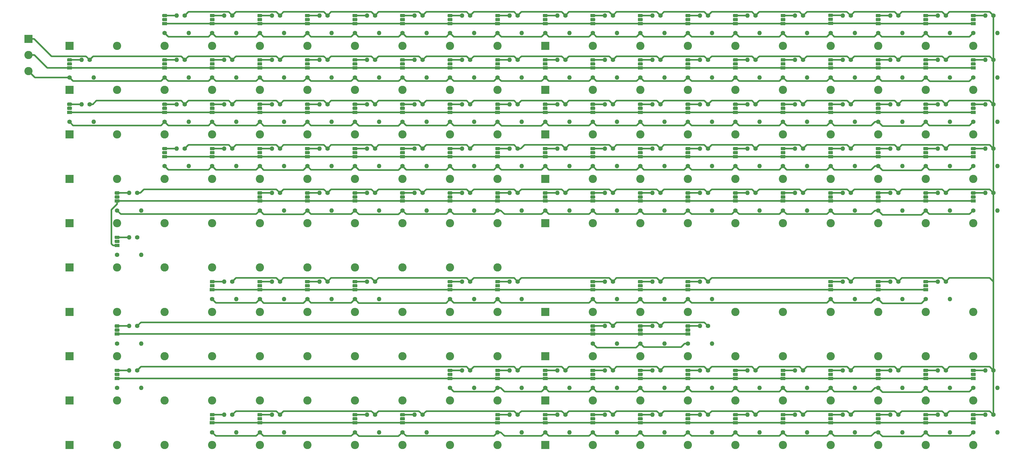
<source format=gbr>
G04 #@! TF.GenerationSoftware,KiCad,Pcbnew,(5.0.0)*
G04 #@! TF.CreationDate,2019-07-24T13:19:38+01:00*
G04 #@! TF.ProjectId,Display,446973706C61792E6B696361645F7063,rev?*
G04 #@! TF.SameCoordinates,Original*
G04 #@! TF.FileFunction,Copper,L2,Bot,Signal*
G04 #@! TF.FilePolarity,Positive*
%FSLAX46Y46*%
G04 Gerber Fmt 4.6, Leading zero omitted, Abs format (unit mm)*
G04 Created by KiCad (PCBNEW (5.0.0)) date 07/24/19 13:19:38*
%MOMM*%
%LPD*%
G01*
G04 APERTURE LIST*
G04 #@! TA.AperFunction,ComponentPad*
%ADD10C,2.600000*%
G04 #@! TD*
G04 #@! TA.AperFunction,ComponentPad*
%ADD11R,2.600000X2.600000*%
G04 #@! TD*
G04 #@! TA.AperFunction,ComponentPad*
%ADD12R,1.500000X1.050000*%
G04 #@! TD*
G04 #@! TA.AperFunction,Conductor*
%ADD13C,0.100000*%
G04 #@! TD*
G04 #@! TA.AperFunction,ComponentPad*
%ADD14C,1.050000*%
G04 #@! TD*
G04 #@! TA.AperFunction,ComponentPad*
%ADD15C,1.400000*%
G04 #@! TD*
G04 #@! TA.AperFunction,ComponentPad*
%ADD16O,1.400000X1.400000*%
G04 #@! TD*
G04 #@! TA.AperFunction,Conductor*
%ADD17C,0.500000*%
G04 #@! TD*
G04 APERTURE END LIST*
D10*
G04 #@! TO.P,J12,10*
G04 #@! TO.N,N/C*
X215000000Y-117000000D03*
G04 #@! TO.P,J12,9*
X200000000Y-117000000D03*
G04 #@! TO.P,J12,8*
X185000000Y-117000000D03*
G04 #@! TO.P,J12,7*
X170000000Y-117000000D03*
G04 #@! TO.P,J12,6*
X155000000Y-117000000D03*
G04 #@! TO.P,J12,5*
X140000000Y-117000000D03*
G04 #@! TO.P,J12,4*
X125000000Y-117000000D03*
G04 #@! TO.P,J12,3*
X110000000Y-117000000D03*
G04 #@! TO.P,J12,2*
G04 #@! TO.N,Net-(J12-Pad2)*
X95000000Y-117000000D03*
D11*
G04 #@! TO.P,J12,1*
G04 #@! TO.N,N/C*
X80000000Y-117000000D03*
G04 #@! TD*
D10*
G04 #@! TO.P,J8,10*
G04 #@! TO.N,Net-(J8-Pad10)*
X215000000Y-89000000D03*
G04 #@! TO.P,J8,9*
G04 #@! TO.N,Net-(J8-Pad9)*
X200000000Y-89000000D03*
G04 #@! TO.P,J8,8*
G04 #@! TO.N,Net-(J8-Pad8)*
X185000000Y-89000000D03*
G04 #@! TO.P,J8,7*
G04 #@! TO.N,Net-(J8-Pad7)*
X170000000Y-89000000D03*
G04 #@! TO.P,J8,6*
G04 #@! TO.N,Net-(J8-Pad6)*
X155000000Y-89000000D03*
G04 #@! TO.P,J8,5*
G04 #@! TO.N,Net-(J8-Pad5)*
X140000000Y-89000000D03*
G04 #@! TO.P,J8,4*
G04 #@! TO.N,Net-(J8-Pad4)*
X125000000Y-89000000D03*
G04 #@! TO.P,J8,3*
G04 #@! TO.N,Net-(J8-Pad3)*
X110000000Y-89000000D03*
G04 #@! TO.P,J8,2*
G04 #@! TO.N,N/C*
X95000000Y-89000000D03*
D11*
G04 #@! TO.P,J8,1*
X80000000Y-89000000D03*
G04 #@! TD*
D12*
G04 #@! TO.P,Q194,1*
G04 #@! TO.N,0v*
X275000000Y-166000000D03*
D13*
G04 #@! TD*
G04 #@! TO.N,Net-(NE194-Pad2)*
G04 #@! TO.C,Q194*
G36*
X275513229Y-162936264D02*
X275538711Y-162940044D01*
X275563700Y-162946303D01*
X275587954Y-162954982D01*
X275611242Y-162965996D01*
X275633337Y-162979239D01*
X275654028Y-162994585D01*
X275673116Y-163011884D01*
X275690415Y-163030972D01*
X275705761Y-163051663D01*
X275719004Y-163073758D01*
X275730018Y-163097046D01*
X275738697Y-163121300D01*
X275744956Y-163146289D01*
X275748736Y-163171771D01*
X275750000Y-163197500D01*
X275750000Y-163722500D01*
X275748736Y-163748229D01*
X275744956Y-163773711D01*
X275738697Y-163798700D01*
X275730018Y-163822954D01*
X275719004Y-163846242D01*
X275705761Y-163868337D01*
X275690415Y-163889028D01*
X275673116Y-163908116D01*
X275654028Y-163925415D01*
X275633337Y-163940761D01*
X275611242Y-163954004D01*
X275587954Y-163965018D01*
X275563700Y-163973697D01*
X275538711Y-163979956D01*
X275513229Y-163983736D01*
X275487500Y-163985000D01*
X274512500Y-163985000D01*
X274486771Y-163983736D01*
X274461289Y-163979956D01*
X274436300Y-163973697D01*
X274412046Y-163965018D01*
X274388758Y-163954004D01*
X274366663Y-163940761D01*
X274345972Y-163925415D01*
X274326884Y-163908116D01*
X274309585Y-163889028D01*
X274294239Y-163868337D01*
X274280996Y-163846242D01*
X274269982Y-163822954D01*
X274261303Y-163798700D01*
X274255044Y-163773711D01*
X274251264Y-163748229D01*
X274250000Y-163722500D01*
X274250000Y-163197500D01*
X274251264Y-163171771D01*
X274255044Y-163146289D01*
X274261303Y-163121300D01*
X274269982Y-163097046D01*
X274280996Y-163073758D01*
X274294239Y-163051663D01*
X274309585Y-163030972D01*
X274326884Y-163011884D01*
X274345972Y-162994585D01*
X274366663Y-162979239D01*
X274388758Y-162965996D01*
X274412046Y-162954982D01*
X274436300Y-162946303D01*
X274461289Y-162940044D01*
X274486771Y-162936264D01*
X274512500Y-162935000D01*
X275487500Y-162935000D01*
X275513229Y-162936264D01*
X275513229Y-162936264D01*
G37*
D14*
G04 #@! TO.P,Q194,3*
G04 #@! TO.N,Net-(NE194-Pad2)*
X275000000Y-163460000D03*
D13*
G04 #@! TD*
G04 #@! TO.N,Net-(J21-Pad4)*
G04 #@! TO.C,Q194*
G36*
X275513229Y-164206264D02*
X275538711Y-164210044D01*
X275563700Y-164216303D01*
X275587954Y-164224982D01*
X275611242Y-164235996D01*
X275633337Y-164249239D01*
X275654028Y-164264585D01*
X275673116Y-164281884D01*
X275690415Y-164300972D01*
X275705761Y-164321663D01*
X275719004Y-164343758D01*
X275730018Y-164367046D01*
X275738697Y-164391300D01*
X275744956Y-164416289D01*
X275748736Y-164441771D01*
X275750000Y-164467500D01*
X275750000Y-164992500D01*
X275748736Y-165018229D01*
X275744956Y-165043711D01*
X275738697Y-165068700D01*
X275730018Y-165092954D01*
X275719004Y-165116242D01*
X275705761Y-165138337D01*
X275690415Y-165159028D01*
X275673116Y-165178116D01*
X275654028Y-165195415D01*
X275633337Y-165210761D01*
X275611242Y-165224004D01*
X275587954Y-165235018D01*
X275563700Y-165243697D01*
X275538711Y-165249956D01*
X275513229Y-165253736D01*
X275487500Y-165255000D01*
X274512500Y-165255000D01*
X274486771Y-165253736D01*
X274461289Y-165249956D01*
X274436300Y-165243697D01*
X274412046Y-165235018D01*
X274388758Y-165224004D01*
X274366663Y-165210761D01*
X274345972Y-165195415D01*
X274326884Y-165178116D01*
X274309585Y-165159028D01*
X274294239Y-165138337D01*
X274280996Y-165116242D01*
X274269982Y-165092954D01*
X274261303Y-165068700D01*
X274255044Y-165043711D01*
X274251264Y-165018229D01*
X274250000Y-164992500D01*
X274250000Y-164467500D01*
X274251264Y-164441771D01*
X274255044Y-164416289D01*
X274261303Y-164391300D01*
X274269982Y-164367046D01*
X274280996Y-164343758D01*
X274294239Y-164321663D01*
X274309585Y-164300972D01*
X274326884Y-164281884D01*
X274345972Y-164264585D01*
X274366663Y-164249239D01*
X274388758Y-164235996D01*
X274412046Y-164224982D01*
X274436300Y-164216303D01*
X274461289Y-164210044D01*
X274486771Y-164206264D01*
X274512500Y-164205000D01*
X275487500Y-164205000D01*
X275513229Y-164206264D01*
X275513229Y-164206264D01*
G37*
D14*
G04 #@! TO.P,Q194,2*
G04 #@! TO.N,Net-(J21-Pad4)*
X275000000Y-164730000D03*
G04 #@! TD*
D12*
G04 #@! TO.P,Q193,1*
G04 #@! TO.N,0v*
X260000000Y-166000000D03*
D13*
G04 #@! TD*
G04 #@! TO.N,Net-(NE193-Pad2)*
G04 #@! TO.C,Q193*
G36*
X260513229Y-162936264D02*
X260538711Y-162940044D01*
X260563700Y-162946303D01*
X260587954Y-162954982D01*
X260611242Y-162965996D01*
X260633337Y-162979239D01*
X260654028Y-162994585D01*
X260673116Y-163011884D01*
X260690415Y-163030972D01*
X260705761Y-163051663D01*
X260719004Y-163073758D01*
X260730018Y-163097046D01*
X260738697Y-163121300D01*
X260744956Y-163146289D01*
X260748736Y-163171771D01*
X260750000Y-163197500D01*
X260750000Y-163722500D01*
X260748736Y-163748229D01*
X260744956Y-163773711D01*
X260738697Y-163798700D01*
X260730018Y-163822954D01*
X260719004Y-163846242D01*
X260705761Y-163868337D01*
X260690415Y-163889028D01*
X260673116Y-163908116D01*
X260654028Y-163925415D01*
X260633337Y-163940761D01*
X260611242Y-163954004D01*
X260587954Y-163965018D01*
X260563700Y-163973697D01*
X260538711Y-163979956D01*
X260513229Y-163983736D01*
X260487500Y-163985000D01*
X259512500Y-163985000D01*
X259486771Y-163983736D01*
X259461289Y-163979956D01*
X259436300Y-163973697D01*
X259412046Y-163965018D01*
X259388758Y-163954004D01*
X259366663Y-163940761D01*
X259345972Y-163925415D01*
X259326884Y-163908116D01*
X259309585Y-163889028D01*
X259294239Y-163868337D01*
X259280996Y-163846242D01*
X259269982Y-163822954D01*
X259261303Y-163798700D01*
X259255044Y-163773711D01*
X259251264Y-163748229D01*
X259250000Y-163722500D01*
X259250000Y-163197500D01*
X259251264Y-163171771D01*
X259255044Y-163146289D01*
X259261303Y-163121300D01*
X259269982Y-163097046D01*
X259280996Y-163073758D01*
X259294239Y-163051663D01*
X259309585Y-163030972D01*
X259326884Y-163011884D01*
X259345972Y-162994585D01*
X259366663Y-162979239D01*
X259388758Y-162965996D01*
X259412046Y-162954982D01*
X259436300Y-162946303D01*
X259461289Y-162940044D01*
X259486771Y-162936264D01*
X259512500Y-162935000D01*
X260487500Y-162935000D01*
X260513229Y-162936264D01*
X260513229Y-162936264D01*
G37*
D14*
G04 #@! TO.P,Q193,3*
G04 #@! TO.N,Net-(NE193-Pad2)*
X260000000Y-163460000D03*
D13*
G04 #@! TD*
G04 #@! TO.N,Net-(J21-Pad3)*
G04 #@! TO.C,Q193*
G36*
X260513229Y-164206264D02*
X260538711Y-164210044D01*
X260563700Y-164216303D01*
X260587954Y-164224982D01*
X260611242Y-164235996D01*
X260633337Y-164249239D01*
X260654028Y-164264585D01*
X260673116Y-164281884D01*
X260690415Y-164300972D01*
X260705761Y-164321663D01*
X260719004Y-164343758D01*
X260730018Y-164367046D01*
X260738697Y-164391300D01*
X260744956Y-164416289D01*
X260748736Y-164441771D01*
X260750000Y-164467500D01*
X260750000Y-164992500D01*
X260748736Y-165018229D01*
X260744956Y-165043711D01*
X260738697Y-165068700D01*
X260730018Y-165092954D01*
X260719004Y-165116242D01*
X260705761Y-165138337D01*
X260690415Y-165159028D01*
X260673116Y-165178116D01*
X260654028Y-165195415D01*
X260633337Y-165210761D01*
X260611242Y-165224004D01*
X260587954Y-165235018D01*
X260563700Y-165243697D01*
X260538711Y-165249956D01*
X260513229Y-165253736D01*
X260487500Y-165255000D01*
X259512500Y-165255000D01*
X259486771Y-165253736D01*
X259461289Y-165249956D01*
X259436300Y-165243697D01*
X259412046Y-165235018D01*
X259388758Y-165224004D01*
X259366663Y-165210761D01*
X259345972Y-165195415D01*
X259326884Y-165178116D01*
X259309585Y-165159028D01*
X259294239Y-165138337D01*
X259280996Y-165116242D01*
X259269982Y-165092954D01*
X259261303Y-165068700D01*
X259255044Y-165043711D01*
X259251264Y-165018229D01*
X259250000Y-164992500D01*
X259250000Y-164467500D01*
X259251264Y-164441771D01*
X259255044Y-164416289D01*
X259261303Y-164391300D01*
X259269982Y-164367046D01*
X259280996Y-164343758D01*
X259294239Y-164321663D01*
X259309585Y-164300972D01*
X259326884Y-164281884D01*
X259345972Y-164264585D01*
X259366663Y-164249239D01*
X259388758Y-164235996D01*
X259412046Y-164224982D01*
X259436300Y-164216303D01*
X259461289Y-164210044D01*
X259486771Y-164206264D01*
X259512500Y-164205000D01*
X260487500Y-164205000D01*
X260513229Y-164206264D01*
X260513229Y-164206264D01*
G37*
D14*
G04 #@! TO.P,Q193,2*
G04 #@! TO.N,Net-(J21-Pad3)*
X260000000Y-164730000D03*
G04 #@! TD*
D12*
G04 #@! TO.P,Q192,1*
G04 #@! TO.N,0v*
X245000000Y-166000000D03*
D13*
G04 #@! TD*
G04 #@! TO.N,Net-(NE192-Pad2)*
G04 #@! TO.C,Q192*
G36*
X245513229Y-162936264D02*
X245538711Y-162940044D01*
X245563700Y-162946303D01*
X245587954Y-162954982D01*
X245611242Y-162965996D01*
X245633337Y-162979239D01*
X245654028Y-162994585D01*
X245673116Y-163011884D01*
X245690415Y-163030972D01*
X245705761Y-163051663D01*
X245719004Y-163073758D01*
X245730018Y-163097046D01*
X245738697Y-163121300D01*
X245744956Y-163146289D01*
X245748736Y-163171771D01*
X245750000Y-163197500D01*
X245750000Y-163722500D01*
X245748736Y-163748229D01*
X245744956Y-163773711D01*
X245738697Y-163798700D01*
X245730018Y-163822954D01*
X245719004Y-163846242D01*
X245705761Y-163868337D01*
X245690415Y-163889028D01*
X245673116Y-163908116D01*
X245654028Y-163925415D01*
X245633337Y-163940761D01*
X245611242Y-163954004D01*
X245587954Y-163965018D01*
X245563700Y-163973697D01*
X245538711Y-163979956D01*
X245513229Y-163983736D01*
X245487500Y-163985000D01*
X244512500Y-163985000D01*
X244486771Y-163983736D01*
X244461289Y-163979956D01*
X244436300Y-163973697D01*
X244412046Y-163965018D01*
X244388758Y-163954004D01*
X244366663Y-163940761D01*
X244345972Y-163925415D01*
X244326884Y-163908116D01*
X244309585Y-163889028D01*
X244294239Y-163868337D01*
X244280996Y-163846242D01*
X244269982Y-163822954D01*
X244261303Y-163798700D01*
X244255044Y-163773711D01*
X244251264Y-163748229D01*
X244250000Y-163722500D01*
X244250000Y-163197500D01*
X244251264Y-163171771D01*
X244255044Y-163146289D01*
X244261303Y-163121300D01*
X244269982Y-163097046D01*
X244280996Y-163073758D01*
X244294239Y-163051663D01*
X244309585Y-163030972D01*
X244326884Y-163011884D01*
X244345972Y-162994585D01*
X244366663Y-162979239D01*
X244388758Y-162965996D01*
X244412046Y-162954982D01*
X244436300Y-162946303D01*
X244461289Y-162940044D01*
X244486771Y-162936264D01*
X244512500Y-162935000D01*
X245487500Y-162935000D01*
X245513229Y-162936264D01*
X245513229Y-162936264D01*
G37*
D14*
G04 #@! TO.P,Q192,3*
G04 #@! TO.N,Net-(NE192-Pad2)*
X245000000Y-163460000D03*
D13*
G04 #@! TD*
G04 #@! TO.N,Net-(J21-Pad2)*
G04 #@! TO.C,Q192*
G36*
X245513229Y-164206264D02*
X245538711Y-164210044D01*
X245563700Y-164216303D01*
X245587954Y-164224982D01*
X245611242Y-164235996D01*
X245633337Y-164249239D01*
X245654028Y-164264585D01*
X245673116Y-164281884D01*
X245690415Y-164300972D01*
X245705761Y-164321663D01*
X245719004Y-164343758D01*
X245730018Y-164367046D01*
X245738697Y-164391300D01*
X245744956Y-164416289D01*
X245748736Y-164441771D01*
X245750000Y-164467500D01*
X245750000Y-164992500D01*
X245748736Y-165018229D01*
X245744956Y-165043711D01*
X245738697Y-165068700D01*
X245730018Y-165092954D01*
X245719004Y-165116242D01*
X245705761Y-165138337D01*
X245690415Y-165159028D01*
X245673116Y-165178116D01*
X245654028Y-165195415D01*
X245633337Y-165210761D01*
X245611242Y-165224004D01*
X245587954Y-165235018D01*
X245563700Y-165243697D01*
X245538711Y-165249956D01*
X245513229Y-165253736D01*
X245487500Y-165255000D01*
X244512500Y-165255000D01*
X244486771Y-165253736D01*
X244461289Y-165249956D01*
X244436300Y-165243697D01*
X244412046Y-165235018D01*
X244388758Y-165224004D01*
X244366663Y-165210761D01*
X244345972Y-165195415D01*
X244326884Y-165178116D01*
X244309585Y-165159028D01*
X244294239Y-165138337D01*
X244280996Y-165116242D01*
X244269982Y-165092954D01*
X244261303Y-165068700D01*
X244255044Y-165043711D01*
X244251264Y-165018229D01*
X244250000Y-164992500D01*
X244250000Y-164467500D01*
X244251264Y-164441771D01*
X244255044Y-164416289D01*
X244261303Y-164391300D01*
X244269982Y-164367046D01*
X244280996Y-164343758D01*
X244294239Y-164321663D01*
X244309585Y-164300972D01*
X244326884Y-164281884D01*
X244345972Y-164264585D01*
X244366663Y-164249239D01*
X244388758Y-164235996D01*
X244412046Y-164224982D01*
X244436300Y-164216303D01*
X244461289Y-164210044D01*
X244486771Y-164206264D01*
X244512500Y-164205000D01*
X245487500Y-164205000D01*
X245513229Y-164206264D01*
X245513229Y-164206264D01*
G37*
D14*
G04 #@! TO.P,Q192,2*
G04 #@! TO.N,Net-(J21-Pad2)*
X245000000Y-164730000D03*
G04 #@! TD*
D12*
G04 #@! TO.P,Q191,1*
G04 #@! TO.N,0v*
X230000000Y-166000000D03*
D13*
G04 #@! TD*
G04 #@! TO.N,Net-(NE191-Pad2)*
G04 #@! TO.C,Q191*
G36*
X230513229Y-162936264D02*
X230538711Y-162940044D01*
X230563700Y-162946303D01*
X230587954Y-162954982D01*
X230611242Y-162965996D01*
X230633337Y-162979239D01*
X230654028Y-162994585D01*
X230673116Y-163011884D01*
X230690415Y-163030972D01*
X230705761Y-163051663D01*
X230719004Y-163073758D01*
X230730018Y-163097046D01*
X230738697Y-163121300D01*
X230744956Y-163146289D01*
X230748736Y-163171771D01*
X230750000Y-163197500D01*
X230750000Y-163722500D01*
X230748736Y-163748229D01*
X230744956Y-163773711D01*
X230738697Y-163798700D01*
X230730018Y-163822954D01*
X230719004Y-163846242D01*
X230705761Y-163868337D01*
X230690415Y-163889028D01*
X230673116Y-163908116D01*
X230654028Y-163925415D01*
X230633337Y-163940761D01*
X230611242Y-163954004D01*
X230587954Y-163965018D01*
X230563700Y-163973697D01*
X230538711Y-163979956D01*
X230513229Y-163983736D01*
X230487500Y-163985000D01*
X229512500Y-163985000D01*
X229486771Y-163983736D01*
X229461289Y-163979956D01*
X229436300Y-163973697D01*
X229412046Y-163965018D01*
X229388758Y-163954004D01*
X229366663Y-163940761D01*
X229345972Y-163925415D01*
X229326884Y-163908116D01*
X229309585Y-163889028D01*
X229294239Y-163868337D01*
X229280996Y-163846242D01*
X229269982Y-163822954D01*
X229261303Y-163798700D01*
X229255044Y-163773711D01*
X229251264Y-163748229D01*
X229250000Y-163722500D01*
X229250000Y-163197500D01*
X229251264Y-163171771D01*
X229255044Y-163146289D01*
X229261303Y-163121300D01*
X229269982Y-163097046D01*
X229280996Y-163073758D01*
X229294239Y-163051663D01*
X229309585Y-163030972D01*
X229326884Y-163011884D01*
X229345972Y-162994585D01*
X229366663Y-162979239D01*
X229388758Y-162965996D01*
X229412046Y-162954982D01*
X229436300Y-162946303D01*
X229461289Y-162940044D01*
X229486771Y-162936264D01*
X229512500Y-162935000D01*
X230487500Y-162935000D01*
X230513229Y-162936264D01*
X230513229Y-162936264D01*
G37*
D14*
G04 #@! TO.P,Q191,3*
G04 #@! TO.N,Net-(NE191-Pad2)*
X230000000Y-163460000D03*
D13*
G04 #@! TD*
G04 #@! TO.N,Net-(J21-Pad1)*
G04 #@! TO.C,Q191*
G36*
X230513229Y-164206264D02*
X230538711Y-164210044D01*
X230563700Y-164216303D01*
X230587954Y-164224982D01*
X230611242Y-164235996D01*
X230633337Y-164249239D01*
X230654028Y-164264585D01*
X230673116Y-164281884D01*
X230690415Y-164300972D01*
X230705761Y-164321663D01*
X230719004Y-164343758D01*
X230730018Y-164367046D01*
X230738697Y-164391300D01*
X230744956Y-164416289D01*
X230748736Y-164441771D01*
X230750000Y-164467500D01*
X230750000Y-164992500D01*
X230748736Y-165018229D01*
X230744956Y-165043711D01*
X230738697Y-165068700D01*
X230730018Y-165092954D01*
X230719004Y-165116242D01*
X230705761Y-165138337D01*
X230690415Y-165159028D01*
X230673116Y-165178116D01*
X230654028Y-165195415D01*
X230633337Y-165210761D01*
X230611242Y-165224004D01*
X230587954Y-165235018D01*
X230563700Y-165243697D01*
X230538711Y-165249956D01*
X230513229Y-165253736D01*
X230487500Y-165255000D01*
X229512500Y-165255000D01*
X229486771Y-165253736D01*
X229461289Y-165249956D01*
X229436300Y-165243697D01*
X229412046Y-165235018D01*
X229388758Y-165224004D01*
X229366663Y-165210761D01*
X229345972Y-165195415D01*
X229326884Y-165178116D01*
X229309585Y-165159028D01*
X229294239Y-165138337D01*
X229280996Y-165116242D01*
X229269982Y-165092954D01*
X229261303Y-165068700D01*
X229255044Y-165043711D01*
X229251264Y-165018229D01*
X229250000Y-164992500D01*
X229250000Y-164467500D01*
X229251264Y-164441771D01*
X229255044Y-164416289D01*
X229261303Y-164391300D01*
X229269982Y-164367046D01*
X229280996Y-164343758D01*
X229294239Y-164321663D01*
X229309585Y-164300972D01*
X229326884Y-164281884D01*
X229345972Y-164264585D01*
X229366663Y-164249239D01*
X229388758Y-164235996D01*
X229412046Y-164224982D01*
X229436300Y-164216303D01*
X229461289Y-164210044D01*
X229486771Y-164206264D01*
X229512500Y-164205000D01*
X230487500Y-164205000D01*
X230513229Y-164206264D01*
X230513229Y-164206264D01*
G37*
D14*
G04 #@! TO.P,Q191,2*
G04 #@! TO.N,Net-(J21-Pad1)*
X230000000Y-164730000D03*
G04 #@! TD*
D12*
G04 #@! TO.P,Q197,1*
G04 #@! TO.N,0v*
X320000000Y-166000000D03*
D13*
G04 #@! TD*
G04 #@! TO.N,Net-(NE197-Pad2)*
G04 #@! TO.C,Q197*
G36*
X320513229Y-162936264D02*
X320538711Y-162940044D01*
X320563700Y-162946303D01*
X320587954Y-162954982D01*
X320611242Y-162965996D01*
X320633337Y-162979239D01*
X320654028Y-162994585D01*
X320673116Y-163011884D01*
X320690415Y-163030972D01*
X320705761Y-163051663D01*
X320719004Y-163073758D01*
X320730018Y-163097046D01*
X320738697Y-163121300D01*
X320744956Y-163146289D01*
X320748736Y-163171771D01*
X320750000Y-163197500D01*
X320750000Y-163722500D01*
X320748736Y-163748229D01*
X320744956Y-163773711D01*
X320738697Y-163798700D01*
X320730018Y-163822954D01*
X320719004Y-163846242D01*
X320705761Y-163868337D01*
X320690415Y-163889028D01*
X320673116Y-163908116D01*
X320654028Y-163925415D01*
X320633337Y-163940761D01*
X320611242Y-163954004D01*
X320587954Y-163965018D01*
X320563700Y-163973697D01*
X320538711Y-163979956D01*
X320513229Y-163983736D01*
X320487500Y-163985000D01*
X319512500Y-163985000D01*
X319486771Y-163983736D01*
X319461289Y-163979956D01*
X319436300Y-163973697D01*
X319412046Y-163965018D01*
X319388758Y-163954004D01*
X319366663Y-163940761D01*
X319345972Y-163925415D01*
X319326884Y-163908116D01*
X319309585Y-163889028D01*
X319294239Y-163868337D01*
X319280996Y-163846242D01*
X319269982Y-163822954D01*
X319261303Y-163798700D01*
X319255044Y-163773711D01*
X319251264Y-163748229D01*
X319250000Y-163722500D01*
X319250000Y-163197500D01*
X319251264Y-163171771D01*
X319255044Y-163146289D01*
X319261303Y-163121300D01*
X319269982Y-163097046D01*
X319280996Y-163073758D01*
X319294239Y-163051663D01*
X319309585Y-163030972D01*
X319326884Y-163011884D01*
X319345972Y-162994585D01*
X319366663Y-162979239D01*
X319388758Y-162965996D01*
X319412046Y-162954982D01*
X319436300Y-162946303D01*
X319461289Y-162940044D01*
X319486771Y-162936264D01*
X319512500Y-162935000D01*
X320487500Y-162935000D01*
X320513229Y-162936264D01*
X320513229Y-162936264D01*
G37*
D14*
G04 #@! TO.P,Q197,3*
G04 #@! TO.N,Net-(NE197-Pad2)*
X320000000Y-163460000D03*
D13*
G04 #@! TD*
G04 #@! TO.N,Net-(J21-Pad7)*
G04 #@! TO.C,Q197*
G36*
X320513229Y-164206264D02*
X320538711Y-164210044D01*
X320563700Y-164216303D01*
X320587954Y-164224982D01*
X320611242Y-164235996D01*
X320633337Y-164249239D01*
X320654028Y-164264585D01*
X320673116Y-164281884D01*
X320690415Y-164300972D01*
X320705761Y-164321663D01*
X320719004Y-164343758D01*
X320730018Y-164367046D01*
X320738697Y-164391300D01*
X320744956Y-164416289D01*
X320748736Y-164441771D01*
X320750000Y-164467500D01*
X320750000Y-164992500D01*
X320748736Y-165018229D01*
X320744956Y-165043711D01*
X320738697Y-165068700D01*
X320730018Y-165092954D01*
X320719004Y-165116242D01*
X320705761Y-165138337D01*
X320690415Y-165159028D01*
X320673116Y-165178116D01*
X320654028Y-165195415D01*
X320633337Y-165210761D01*
X320611242Y-165224004D01*
X320587954Y-165235018D01*
X320563700Y-165243697D01*
X320538711Y-165249956D01*
X320513229Y-165253736D01*
X320487500Y-165255000D01*
X319512500Y-165255000D01*
X319486771Y-165253736D01*
X319461289Y-165249956D01*
X319436300Y-165243697D01*
X319412046Y-165235018D01*
X319388758Y-165224004D01*
X319366663Y-165210761D01*
X319345972Y-165195415D01*
X319326884Y-165178116D01*
X319309585Y-165159028D01*
X319294239Y-165138337D01*
X319280996Y-165116242D01*
X319269982Y-165092954D01*
X319261303Y-165068700D01*
X319255044Y-165043711D01*
X319251264Y-165018229D01*
X319250000Y-164992500D01*
X319250000Y-164467500D01*
X319251264Y-164441771D01*
X319255044Y-164416289D01*
X319261303Y-164391300D01*
X319269982Y-164367046D01*
X319280996Y-164343758D01*
X319294239Y-164321663D01*
X319309585Y-164300972D01*
X319326884Y-164281884D01*
X319345972Y-164264585D01*
X319366663Y-164249239D01*
X319388758Y-164235996D01*
X319412046Y-164224982D01*
X319436300Y-164216303D01*
X319461289Y-164210044D01*
X319486771Y-164206264D01*
X319512500Y-164205000D01*
X320487500Y-164205000D01*
X320513229Y-164206264D01*
X320513229Y-164206264D01*
G37*
D14*
G04 #@! TO.P,Q197,2*
G04 #@! TO.N,Net-(J21-Pad7)*
X320000000Y-164730000D03*
G04 #@! TD*
D12*
G04 #@! TO.P,Q187,1*
G04 #@! TO.N,0v*
X170000000Y-166000000D03*
D13*
G04 #@! TD*
G04 #@! TO.N,Net-(NE187-Pad2)*
G04 #@! TO.C,Q187*
G36*
X170513229Y-162936264D02*
X170538711Y-162940044D01*
X170563700Y-162946303D01*
X170587954Y-162954982D01*
X170611242Y-162965996D01*
X170633337Y-162979239D01*
X170654028Y-162994585D01*
X170673116Y-163011884D01*
X170690415Y-163030972D01*
X170705761Y-163051663D01*
X170719004Y-163073758D01*
X170730018Y-163097046D01*
X170738697Y-163121300D01*
X170744956Y-163146289D01*
X170748736Y-163171771D01*
X170750000Y-163197500D01*
X170750000Y-163722500D01*
X170748736Y-163748229D01*
X170744956Y-163773711D01*
X170738697Y-163798700D01*
X170730018Y-163822954D01*
X170719004Y-163846242D01*
X170705761Y-163868337D01*
X170690415Y-163889028D01*
X170673116Y-163908116D01*
X170654028Y-163925415D01*
X170633337Y-163940761D01*
X170611242Y-163954004D01*
X170587954Y-163965018D01*
X170563700Y-163973697D01*
X170538711Y-163979956D01*
X170513229Y-163983736D01*
X170487500Y-163985000D01*
X169512500Y-163985000D01*
X169486771Y-163983736D01*
X169461289Y-163979956D01*
X169436300Y-163973697D01*
X169412046Y-163965018D01*
X169388758Y-163954004D01*
X169366663Y-163940761D01*
X169345972Y-163925415D01*
X169326884Y-163908116D01*
X169309585Y-163889028D01*
X169294239Y-163868337D01*
X169280996Y-163846242D01*
X169269982Y-163822954D01*
X169261303Y-163798700D01*
X169255044Y-163773711D01*
X169251264Y-163748229D01*
X169250000Y-163722500D01*
X169250000Y-163197500D01*
X169251264Y-163171771D01*
X169255044Y-163146289D01*
X169261303Y-163121300D01*
X169269982Y-163097046D01*
X169280996Y-163073758D01*
X169294239Y-163051663D01*
X169309585Y-163030972D01*
X169326884Y-163011884D01*
X169345972Y-162994585D01*
X169366663Y-162979239D01*
X169388758Y-162965996D01*
X169412046Y-162954982D01*
X169436300Y-162946303D01*
X169461289Y-162940044D01*
X169486771Y-162936264D01*
X169512500Y-162935000D01*
X170487500Y-162935000D01*
X170513229Y-162936264D01*
X170513229Y-162936264D01*
G37*
D14*
G04 #@! TO.P,Q187,3*
G04 #@! TO.N,Net-(NE187-Pad2)*
X170000000Y-163460000D03*
D13*
G04 #@! TD*
G04 #@! TO.N,Net-(J20-Pad7)*
G04 #@! TO.C,Q187*
G36*
X170513229Y-164206264D02*
X170538711Y-164210044D01*
X170563700Y-164216303D01*
X170587954Y-164224982D01*
X170611242Y-164235996D01*
X170633337Y-164249239D01*
X170654028Y-164264585D01*
X170673116Y-164281884D01*
X170690415Y-164300972D01*
X170705761Y-164321663D01*
X170719004Y-164343758D01*
X170730018Y-164367046D01*
X170738697Y-164391300D01*
X170744956Y-164416289D01*
X170748736Y-164441771D01*
X170750000Y-164467500D01*
X170750000Y-164992500D01*
X170748736Y-165018229D01*
X170744956Y-165043711D01*
X170738697Y-165068700D01*
X170730018Y-165092954D01*
X170719004Y-165116242D01*
X170705761Y-165138337D01*
X170690415Y-165159028D01*
X170673116Y-165178116D01*
X170654028Y-165195415D01*
X170633337Y-165210761D01*
X170611242Y-165224004D01*
X170587954Y-165235018D01*
X170563700Y-165243697D01*
X170538711Y-165249956D01*
X170513229Y-165253736D01*
X170487500Y-165255000D01*
X169512500Y-165255000D01*
X169486771Y-165253736D01*
X169461289Y-165249956D01*
X169436300Y-165243697D01*
X169412046Y-165235018D01*
X169388758Y-165224004D01*
X169366663Y-165210761D01*
X169345972Y-165195415D01*
X169326884Y-165178116D01*
X169309585Y-165159028D01*
X169294239Y-165138337D01*
X169280996Y-165116242D01*
X169269982Y-165092954D01*
X169261303Y-165068700D01*
X169255044Y-165043711D01*
X169251264Y-165018229D01*
X169250000Y-164992500D01*
X169250000Y-164467500D01*
X169251264Y-164441771D01*
X169255044Y-164416289D01*
X169261303Y-164391300D01*
X169269982Y-164367046D01*
X169280996Y-164343758D01*
X169294239Y-164321663D01*
X169309585Y-164300972D01*
X169326884Y-164281884D01*
X169345972Y-164264585D01*
X169366663Y-164249239D01*
X169388758Y-164235996D01*
X169412046Y-164224982D01*
X169436300Y-164216303D01*
X169461289Y-164210044D01*
X169486771Y-164206264D01*
X169512500Y-164205000D01*
X170487500Y-164205000D01*
X170513229Y-164206264D01*
X170513229Y-164206264D01*
G37*
D14*
G04 #@! TO.P,Q187,2*
G04 #@! TO.N,Net-(J20-Pad7)*
X170000000Y-164730000D03*
G04 #@! TD*
D12*
G04 #@! TO.P,Q198,1*
G04 #@! TO.N,0v*
X335000000Y-166000000D03*
D13*
G04 #@! TD*
G04 #@! TO.N,Net-(NE198-Pad2)*
G04 #@! TO.C,Q198*
G36*
X335513229Y-162936264D02*
X335538711Y-162940044D01*
X335563700Y-162946303D01*
X335587954Y-162954982D01*
X335611242Y-162965996D01*
X335633337Y-162979239D01*
X335654028Y-162994585D01*
X335673116Y-163011884D01*
X335690415Y-163030972D01*
X335705761Y-163051663D01*
X335719004Y-163073758D01*
X335730018Y-163097046D01*
X335738697Y-163121300D01*
X335744956Y-163146289D01*
X335748736Y-163171771D01*
X335750000Y-163197500D01*
X335750000Y-163722500D01*
X335748736Y-163748229D01*
X335744956Y-163773711D01*
X335738697Y-163798700D01*
X335730018Y-163822954D01*
X335719004Y-163846242D01*
X335705761Y-163868337D01*
X335690415Y-163889028D01*
X335673116Y-163908116D01*
X335654028Y-163925415D01*
X335633337Y-163940761D01*
X335611242Y-163954004D01*
X335587954Y-163965018D01*
X335563700Y-163973697D01*
X335538711Y-163979956D01*
X335513229Y-163983736D01*
X335487500Y-163985000D01*
X334512500Y-163985000D01*
X334486771Y-163983736D01*
X334461289Y-163979956D01*
X334436300Y-163973697D01*
X334412046Y-163965018D01*
X334388758Y-163954004D01*
X334366663Y-163940761D01*
X334345972Y-163925415D01*
X334326884Y-163908116D01*
X334309585Y-163889028D01*
X334294239Y-163868337D01*
X334280996Y-163846242D01*
X334269982Y-163822954D01*
X334261303Y-163798700D01*
X334255044Y-163773711D01*
X334251264Y-163748229D01*
X334250000Y-163722500D01*
X334250000Y-163197500D01*
X334251264Y-163171771D01*
X334255044Y-163146289D01*
X334261303Y-163121300D01*
X334269982Y-163097046D01*
X334280996Y-163073758D01*
X334294239Y-163051663D01*
X334309585Y-163030972D01*
X334326884Y-163011884D01*
X334345972Y-162994585D01*
X334366663Y-162979239D01*
X334388758Y-162965996D01*
X334412046Y-162954982D01*
X334436300Y-162946303D01*
X334461289Y-162940044D01*
X334486771Y-162936264D01*
X334512500Y-162935000D01*
X335487500Y-162935000D01*
X335513229Y-162936264D01*
X335513229Y-162936264D01*
G37*
D14*
G04 #@! TO.P,Q198,3*
G04 #@! TO.N,Net-(NE198-Pad2)*
X335000000Y-163460000D03*
D13*
G04 #@! TD*
G04 #@! TO.N,Net-(J21-Pad8)*
G04 #@! TO.C,Q198*
G36*
X335513229Y-164206264D02*
X335538711Y-164210044D01*
X335563700Y-164216303D01*
X335587954Y-164224982D01*
X335611242Y-164235996D01*
X335633337Y-164249239D01*
X335654028Y-164264585D01*
X335673116Y-164281884D01*
X335690415Y-164300972D01*
X335705761Y-164321663D01*
X335719004Y-164343758D01*
X335730018Y-164367046D01*
X335738697Y-164391300D01*
X335744956Y-164416289D01*
X335748736Y-164441771D01*
X335750000Y-164467500D01*
X335750000Y-164992500D01*
X335748736Y-165018229D01*
X335744956Y-165043711D01*
X335738697Y-165068700D01*
X335730018Y-165092954D01*
X335719004Y-165116242D01*
X335705761Y-165138337D01*
X335690415Y-165159028D01*
X335673116Y-165178116D01*
X335654028Y-165195415D01*
X335633337Y-165210761D01*
X335611242Y-165224004D01*
X335587954Y-165235018D01*
X335563700Y-165243697D01*
X335538711Y-165249956D01*
X335513229Y-165253736D01*
X335487500Y-165255000D01*
X334512500Y-165255000D01*
X334486771Y-165253736D01*
X334461289Y-165249956D01*
X334436300Y-165243697D01*
X334412046Y-165235018D01*
X334388758Y-165224004D01*
X334366663Y-165210761D01*
X334345972Y-165195415D01*
X334326884Y-165178116D01*
X334309585Y-165159028D01*
X334294239Y-165138337D01*
X334280996Y-165116242D01*
X334269982Y-165092954D01*
X334261303Y-165068700D01*
X334255044Y-165043711D01*
X334251264Y-165018229D01*
X334250000Y-164992500D01*
X334250000Y-164467500D01*
X334251264Y-164441771D01*
X334255044Y-164416289D01*
X334261303Y-164391300D01*
X334269982Y-164367046D01*
X334280996Y-164343758D01*
X334294239Y-164321663D01*
X334309585Y-164300972D01*
X334326884Y-164281884D01*
X334345972Y-164264585D01*
X334366663Y-164249239D01*
X334388758Y-164235996D01*
X334412046Y-164224982D01*
X334436300Y-164216303D01*
X334461289Y-164210044D01*
X334486771Y-164206264D01*
X334512500Y-164205000D01*
X335487500Y-164205000D01*
X335513229Y-164206264D01*
X335513229Y-164206264D01*
G37*
D14*
G04 #@! TO.P,Q198,2*
G04 #@! TO.N,Net-(J21-Pad8)*
X335000000Y-164730000D03*
G04 #@! TD*
D12*
G04 #@! TO.P,Q200,1*
G04 #@! TO.N,0v*
X365000000Y-166000000D03*
D13*
G04 #@! TD*
G04 #@! TO.N,Net-(NE200-Pad2)*
G04 #@! TO.C,Q200*
G36*
X365513229Y-162936264D02*
X365538711Y-162940044D01*
X365563700Y-162946303D01*
X365587954Y-162954982D01*
X365611242Y-162965996D01*
X365633337Y-162979239D01*
X365654028Y-162994585D01*
X365673116Y-163011884D01*
X365690415Y-163030972D01*
X365705761Y-163051663D01*
X365719004Y-163073758D01*
X365730018Y-163097046D01*
X365738697Y-163121300D01*
X365744956Y-163146289D01*
X365748736Y-163171771D01*
X365750000Y-163197500D01*
X365750000Y-163722500D01*
X365748736Y-163748229D01*
X365744956Y-163773711D01*
X365738697Y-163798700D01*
X365730018Y-163822954D01*
X365719004Y-163846242D01*
X365705761Y-163868337D01*
X365690415Y-163889028D01*
X365673116Y-163908116D01*
X365654028Y-163925415D01*
X365633337Y-163940761D01*
X365611242Y-163954004D01*
X365587954Y-163965018D01*
X365563700Y-163973697D01*
X365538711Y-163979956D01*
X365513229Y-163983736D01*
X365487500Y-163985000D01*
X364512500Y-163985000D01*
X364486771Y-163983736D01*
X364461289Y-163979956D01*
X364436300Y-163973697D01*
X364412046Y-163965018D01*
X364388758Y-163954004D01*
X364366663Y-163940761D01*
X364345972Y-163925415D01*
X364326884Y-163908116D01*
X364309585Y-163889028D01*
X364294239Y-163868337D01*
X364280996Y-163846242D01*
X364269982Y-163822954D01*
X364261303Y-163798700D01*
X364255044Y-163773711D01*
X364251264Y-163748229D01*
X364250000Y-163722500D01*
X364250000Y-163197500D01*
X364251264Y-163171771D01*
X364255044Y-163146289D01*
X364261303Y-163121300D01*
X364269982Y-163097046D01*
X364280996Y-163073758D01*
X364294239Y-163051663D01*
X364309585Y-163030972D01*
X364326884Y-163011884D01*
X364345972Y-162994585D01*
X364366663Y-162979239D01*
X364388758Y-162965996D01*
X364412046Y-162954982D01*
X364436300Y-162946303D01*
X364461289Y-162940044D01*
X364486771Y-162936264D01*
X364512500Y-162935000D01*
X365487500Y-162935000D01*
X365513229Y-162936264D01*
X365513229Y-162936264D01*
G37*
D14*
G04 #@! TO.P,Q200,3*
G04 #@! TO.N,Net-(NE200-Pad2)*
X365000000Y-163460000D03*
D13*
G04 #@! TD*
G04 #@! TO.N,Net-(J21-Pad10)*
G04 #@! TO.C,Q200*
G36*
X365513229Y-164206264D02*
X365538711Y-164210044D01*
X365563700Y-164216303D01*
X365587954Y-164224982D01*
X365611242Y-164235996D01*
X365633337Y-164249239D01*
X365654028Y-164264585D01*
X365673116Y-164281884D01*
X365690415Y-164300972D01*
X365705761Y-164321663D01*
X365719004Y-164343758D01*
X365730018Y-164367046D01*
X365738697Y-164391300D01*
X365744956Y-164416289D01*
X365748736Y-164441771D01*
X365750000Y-164467500D01*
X365750000Y-164992500D01*
X365748736Y-165018229D01*
X365744956Y-165043711D01*
X365738697Y-165068700D01*
X365730018Y-165092954D01*
X365719004Y-165116242D01*
X365705761Y-165138337D01*
X365690415Y-165159028D01*
X365673116Y-165178116D01*
X365654028Y-165195415D01*
X365633337Y-165210761D01*
X365611242Y-165224004D01*
X365587954Y-165235018D01*
X365563700Y-165243697D01*
X365538711Y-165249956D01*
X365513229Y-165253736D01*
X365487500Y-165255000D01*
X364512500Y-165255000D01*
X364486771Y-165253736D01*
X364461289Y-165249956D01*
X364436300Y-165243697D01*
X364412046Y-165235018D01*
X364388758Y-165224004D01*
X364366663Y-165210761D01*
X364345972Y-165195415D01*
X364326884Y-165178116D01*
X364309585Y-165159028D01*
X364294239Y-165138337D01*
X364280996Y-165116242D01*
X364269982Y-165092954D01*
X364261303Y-165068700D01*
X364255044Y-165043711D01*
X364251264Y-165018229D01*
X364250000Y-164992500D01*
X364250000Y-164467500D01*
X364251264Y-164441771D01*
X364255044Y-164416289D01*
X364261303Y-164391300D01*
X364269982Y-164367046D01*
X364280996Y-164343758D01*
X364294239Y-164321663D01*
X364309585Y-164300972D01*
X364326884Y-164281884D01*
X364345972Y-164264585D01*
X364366663Y-164249239D01*
X364388758Y-164235996D01*
X364412046Y-164224982D01*
X364436300Y-164216303D01*
X364461289Y-164210044D01*
X364486771Y-164206264D01*
X364512500Y-164205000D01*
X365487500Y-164205000D01*
X365513229Y-164206264D01*
X365513229Y-164206264D01*
G37*
D14*
G04 #@! TO.P,Q200,2*
G04 #@! TO.N,Net-(J21-Pad10)*
X365000000Y-164730000D03*
G04 #@! TD*
D12*
G04 #@! TO.P,Q188,1*
G04 #@! TO.N,0v*
X185000000Y-166000000D03*
D13*
G04 #@! TD*
G04 #@! TO.N,Net-(NE188-Pad2)*
G04 #@! TO.C,Q188*
G36*
X185513229Y-162936264D02*
X185538711Y-162940044D01*
X185563700Y-162946303D01*
X185587954Y-162954982D01*
X185611242Y-162965996D01*
X185633337Y-162979239D01*
X185654028Y-162994585D01*
X185673116Y-163011884D01*
X185690415Y-163030972D01*
X185705761Y-163051663D01*
X185719004Y-163073758D01*
X185730018Y-163097046D01*
X185738697Y-163121300D01*
X185744956Y-163146289D01*
X185748736Y-163171771D01*
X185750000Y-163197500D01*
X185750000Y-163722500D01*
X185748736Y-163748229D01*
X185744956Y-163773711D01*
X185738697Y-163798700D01*
X185730018Y-163822954D01*
X185719004Y-163846242D01*
X185705761Y-163868337D01*
X185690415Y-163889028D01*
X185673116Y-163908116D01*
X185654028Y-163925415D01*
X185633337Y-163940761D01*
X185611242Y-163954004D01*
X185587954Y-163965018D01*
X185563700Y-163973697D01*
X185538711Y-163979956D01*
X185513229Y-163983736D01*
X185487500Y-163985000D01*
X184512500Y-163985000D01*
X184486771Y-163983736D01*
X184461289Y-163979956D01*
X184436300Y-163973697D01*
X184412046Y-163965018D01*
X184388758Y-163954004D01*
X184366663Y-163940761D01*
X184345972Y-163925415D01*
X184326884Y-163908116D01*
X184309585Y-163889028D01*
X184294239Y-163868337D01*
X184280996Y-163846242D01*
X184269982Y-163822954D01*
X184261303Y-163798700D01*
X184255044Y-163773711D01*
X184251264Y-163748229D01*
X184250000Y-163722500D01*
X184250000Y-163197500D01*
X184251264Y-163171771D01*
X184255044Y-163146289D01*
X184261303Y-163121300D01*
X184269982Y-163097046D01*
X184280996Y-163073758D01*
X184294239Y-163051663D01*
X184309585Y-163030972D01*
X184326884Y-163011884D01*
X184345972Y-162994585D01*
X184366663Y-162979239D01*
X184388758Y-162965996D01*
X184412046Y-162954982D01*
X184436300Y-162946303D01*
X184461289Y-162940044D01*
X184486771Y-162936264D01*
X184512500Y-162935000D01*
X185487500Y-162935000D01*
X185513229Y-162936264D01*
X185513229Y-162936264D01*
G37*
D14*
G04 #@! TO.P,Q188,3*
G04 #@! TO.N,Net-(NE188-Pad2)*
X185000000Y-163460000D03*
D13*
G04 #@! TD*
G04 #@! TO.N,Net-(J20-Pad8)*
G04 #@! TO.C,Q188*
G36*
X185513229Y-164206264D02*
X185538711Y-164210044D01*
X185563700Y-164216303D01*
X185587954Y-164224982D01*
X185611242Y-164235996D01*
X185633337Y-164249239D01*
X185654028Y-164264585D01*
X185673116Y-164281884D01*
X185690415Y-164300972D01*
X185705761Y-164321663D01*
X185719004Y-164343758D01*
X185730018Y-164367046D01*
X185738697Y-164391300D01*
X185744956Y-164416289D01*
X185748736Y-164441771D01*
X185750000Y-164467500D01*
X185750000Y-164992500D01*
X185748736Y-165018229D01*
X185744956Y-165043711D01*
X185738697Y-165068700D01*
X185730018Y-165092954D01*
X185719004Y-165116242D01*
X185705761Y-165138337D01*
X185690415Y-165159028D01*
X185673116Y-165178116D01*
X185654028Y-165195415D01*
X185633337Y-165210761D01*
X185611242Y-165224004D01*
X185587954Y-165235018D01*
X185563700Y-165243697D01*
X185538711Y-165249956D01*
X185513229Y-165253736D01*
X185487500Y-165255000D01*
X184512500Y-165255000D01*
X184486771Y-165253736D01*
X184461289Y-165249956D01*
X184436300Y-165243697D01*
X184412046Y-165235018D01*
X184388758Y-165224004D01*
X184366663Y-165210761D01*
X184345972Y-165195415D01*
X184326884Y-165178116D01*
X184309585Y-165159028D01*
X184294239Y-165138337D01*
X184280996Y-165116242D01*
X184269982Y-165092954D01*
X184261303Y-165068700D01*
X184255044Y-165043711D01*
X184251264Y-165018229D01*
X184250000Y-164992500D01*
X184250000Y-164467500D01*
X184251264Y-164441771D01*
X184255044Y-164416289D01*
X184261303Y-164391300D01*
X184269982Y-164367046D01*
X184280996Y-164343758D01*
X184294239Y-164321663D01*
X184309585Y-164300972D01*
X184326884Y-164281884D01*
X184345972Y-164264585D01*
X184366663Y-164249239D01*
X184388758Y-164235996D01*
X184412046Y-164224982D01*
X184436300Y-164216303D01*
X184461289Y-164210044D01*
X184486771Y-164206264D01*
X184512500Y-164205000D01*
X185487500Y-164205000D01*
X185513229Y-164206264D01*
X185513229Y-164206264D01*
G37*
D14*
G04 #@! TO.P,Q188,2*
G04 #@! TO.N,Net-(J20-Pad8)*
X185000000Y-164730000D03*
G04 #@! TD*
D12*
G04 #@! TO.P,Q195,1*
G04 #@! TO.N,0v*
X290000000Y-166000000D03*
D13*
G04 #@! TD*
G04 #@! TO.N,Net-(NE195-Pad2)*
G04 #@! TO.C,Q195*
G36*
X290513229Y-162936264D02*
X290538711Y-162940044D01*
X290563700Y-162946303D01*
X290587954Y-162954982D01*
X290611242Y-162965996D01*
X290633337Y-162979239D01*
X290654028Y-162994585D01*
X290673116Y-163011884D01*
X290690415Y-163030972D01*
X290705761Y-163051663D01*
X290719004Y-163073758D01*
X290730018Y-163097046D01*
X290738697Y-163121300D01*
X290744956Y-163146289D01*
X290748736Y-163171771D01*
X290750000Y-163197500D01*
X290750000Y-163722500D01*
X290748736Y-163748229D01*
X290744956Y-163773711D01*
X290738697Y-163798700D01*
X290730018Y-163822954D01*
X290719004Y-163846242D01*
X290705761Y-163868337D01*
X290690415Y-163889028D01*
X290673116Y-163908116D01*
X290654028Y-163925415D01*
X290633337Y-163940761D01*
X290611242Y-163954004D01*
X290587954Y-163965018D01*
X290563700Y-163973697D01*
X290538711Y-163979956D01*
X290513229Y-163983736D01*
X290487500Y-163985000D01*
X289512500Y-163985000D01*
X289486771Y-163983736D01*
X289461289Y-163979956D01*
X289436300Y-163973697D01*
X289412046Y-163965018D01*
X289388758Y-163954004D01*
X289366663Y-163940761D01*
X289345972Y-163925415D01*
X289326884Y-163908116D01*
X289309585Y-163889028D01*
X289294239Y-163868337D01*
X289280996Y-163846242D01*
X289269982Y-163822954D01*
X289261303Y-163798700D01*
X289255044Y-163773711D01*
X289251264Y-163748229D01*
X289250000Y-163722500D01*
X289250000Y-163197500D01*
X289251264Y-163171771D01*
X289255044Y-163146289D01*
X289261303Y-163121300D01*
X289269982Y-163097046D01*
X289280996Y-163073758D01*
X289294239Y-163051663D01*
X289309585Y-163030972D01*
X289326884Y-163011884D01*
X289345972Y-162994585D01*
X289366663Y-162979239D01*
X289388758Y-162965996D01*
X289412046Y-162954982D01*
X289436300Y-162946303D01*
X289461289Y-162940044D01*
X289486771Y-162936264D01*
X289512500Y-162935000D01*
X290487500Y-162935000D01*
X290513229Y-162936264D01*
X290513229Y-162936264D01*
G37*
D14*
G04 #@! TO.P,Q195,3*
G04 #@! TO.N,Net-(NE195-Pad2)*
X290000000Y-163460000D03*
D13*
G04 #@! TD*
G04 #@! TO.N,Net-(J21-Pad5)*
G04 #@! TO.C,Q195*
G36*
X290513229Y-164206264D02*
X290538711Y-164210044D01*
X290563700Y-164216303D01*
X290587954Y-164224982D01*
X290611242Y-164235996D01*
X290633337Y-164249239D01*
X290654028Y-164264585D01*
X290673116Y-164281884D01*
X290690415Y-164300972D01*
X290705761Y-164321663D01*
X290719004Y-164343758D01*
X290730018Y-164367046D01*
X290738697Y-164391300D01*
X290744956Y-164416289D01*
X290748736Y-164441771D01*
X290750000Y-164467500D01*
X290750000Y-164992500D01*
X290748736Y-165018229D01*
X290744956Y-165043711D01*
X290738697Y-165068700D01*
X290730018Y-165092954D01*
X290719004Y-165116242D01*
X290705761Y-165138337D01*
X290690415Y-165159028D01*
X290673116Y-165178116D01*
X290654028Y-165195415D01*
X290633337Y-165210761D01*
X290611242Y-165224004D01*
X290587954Y-165235018D01*
X290563700Y-165243697D01*
X290538711Y-165249956D01*
X290513229Y-165253736D01*
X290487500Y-165255000D01*
X289512500Y-165255000D01*
X289486771Y-165253736D01*
X289461289Y-165249956D01*
X289436300Y-165243697D01*
X289412046Y-165235018D01*
X289388758Y-165224004D01*
X289366663Y-165210761D01*
X289345972Y-165195415D01*
X289326884Y-165178116D01*
X289309585Y-165159028D01*
X289294239Y-165138337D01*
X289280996Y-165116242D01*
X289269982Y-165092954D01*
X289261303Y-165068700D01*
X289255044Y-165043711D01*
X289251264Y-165018229D01*
X289250000Y-164992500D01*
X289250000Y-164467500D01*
X289251264Y-164441771D01*
X289255044Y-164416289D01*
X289261303Y-164391300D01*
X289269982Y-164367046D01*
X289280996Y-164343758D01*
X289294239Y-164321663D01*
X289309585Y-164300972D01*
X289326884Y-164281884D01*
X289345972Y-164264585D01*
X289366663Y-164249239D01*
X289388758Y-164235996D01*
X289412046Y-164224982D01*
X289436300Y-164216303D01*
X289461289Y-164210044D01*
X289486771Y-164206264D01*
X289512500Y-164205000D01*
X290487500Y-164205000D01*
X290513229Y-164206264D01*
X290513229Y-164206264D01*
G37*
D14*
G04 #@! TO.P,Q195,2*
G04 #@! TO.N,Net-(J21-Pad5)*
X290000000Y-164730000D03*
G04 #@! TD*
D12*
G04 #@! TO.P,Q184,1*
G04 #@! TO.N,0v*
X125000000Y-166000000D03*
D13*
G04 #@! TD*
G04 #@! TO.N,Net-(NE184-Pad2)*
G04 #@! TO.C,Q184*
G36*
X125513229Y-162936264D02*
X125538711Y-162940044D01*
X125563700Y-162946303D01*
X125587954Y-162954982D01*
X125611242Y-162965996D01*
X125633337Y-162979239D01*
X125654028Y-162994585D01*
X125673116Y-163011884D01*
X125690415Y-163030972D01*
X125705761Y-163051663D01*
X125719004Y-163073758D01*
X125730018Y-163097046D01*
X125738697Y-163121300D01*
X125744956Y-163146289D01*
X125748736Y-163171771D01*
X125750000Y-163197500D01*
X125750000Y-163722500D01*
X125748736Y-163748229D01*
X125744956Y-163773711D01*
X125738697Y-163798700D01*
X125730018Y-163822954D01*
X125719004Y-163846242D01*
X125705761Y-163868337D01*
X125690415Y-163889028D01*
X125673116Y-163908116D01*
X125654028Y-163925415D01*
X125633337Y-163940761D01*
X125611242Y-163954004D01*
X125587954Y-163965018D01*
X125563700Y-163973697D01*
X125538711Y-163979956D01*
X125513229Y-163983736D01*
X125487500Y-163985000D01*
X124512500Y-163985000D01*
X124486771Y-163983736D01*
X124461289Y-163979956D01*
X124436300Y-163973697D01*
X124412046Y-163965018D01*
X124388758Y-163954004D01*
X124366663Y-163940761D01*
X124345972Y-163925415D01*
X124326884Y-163908116D01*
X124309585Y-163889028D01*
X124294239Y-163868337D01*
X124280996Y-163846242D01*
X124269982Y-163822954D01*
X124261303Y-163798700D01*
X124255044Y-163773711D01*
X124251264Y-163748229D01*
X124250000Y-163722500D01*
X124250000Y-163197500D01*
X124251264Y-163171771D01*
X124255044Y-163146289D01*
X124261303Y-163121300D01*
X124269982Y-163097046D01*
X124280996Y-163073758D01*
X124294239Y-163051663D01*
X124309585Y-163030972D01*
X124326884Y-163011884D01*
X124345972Y-162994585D01*
X124366663Y-162979239D01*
X124388758Y-162965996D01*
X124412046Y-162954982D01*
X124436300Y-162946303D01*
X124461289Y-162940044D01*
X124486771Y-162936264D01*
X124512500Y-162935000D01*
X125487500Y-162935000D01*
X125513229Y-162936264D01*
X125513229Y-162936264D01*
G37*
D14*
G04 #@! TO.P,Q184,3*
G04 #@! TO.N,Net-(NE184-Pad2)*
X125000000Y-163460000D03*
D13*
G04 #@! TD*
G04 #@! TO.N,Net-(J20-Pad4)*
G04 #@! TO.C,Q184*
G36*
X125513229Y-164206264D02*
X125538711Y-164210044D01*
X125563700Y-164216303D01*
X125587954Y-164224982D01*
X125611242Y-164235996D01*
X125633337Y-164249239D01*
X125654028Y-164264585D01*
X125673116Y-164281884D01*
X125690415Y-164300972D01*
X125705761Y-164321663D01*
X125719004Y-164343758D01*
X125730018Y-164367046D01*
X125738697Y-164391300D01*
X125744956Y-164416289D01*
X125748736Y-164441771D01*
X125750000Y-164467500D01*
X125750000Y-164992500D01*
X125748736Y-165018229D01*
X125744956Y-165043711D01*
X125738697Y-165068700D01*
X125730018Y-165092954D01*
X125719004Y-165116242D01*
X125705761Y-165138337D01*
X125690415Y-165159028D01*
X125673116Y-165178116D01*
X125654028Y-165195415D01*
X125633337Y-165210761D01*
X125611242Y-165224004D01*
X125587954Y-165235018D01*
X125563700Y-165243697D01*
X125538711Y-165249956D01*
X125513229Y-165253736D01*
X125487500Y-165255000D01*
X124512500Y-165255000D01*
X124486771Y-165253736D01*
X124461289Y-165249956D01*
X124436300Y-165243697D01*
X124412046Y-165235018D01*
X124388758Y-165224004D01*
X124366663Y-165210761D01*
X124345972Y-165195415D01*
X124326884Y-165178116D01*
X124309585Y-165159028D01*
X124294239Y-165138337D01*
X124280996Y-165116242D01*
X124269982Y-165092954D01*
X124261303Y-165068700D01*
X124255044Y-165043711D01*
X124251264Y-165018229D01*
X124250000Y-164992500D01*
X124250000Y-164467500D01*
X124251264Y-164441771D01*
X124255044Y-164416289D01*
X124261303Y-164391300D01*
X124269982Y-164367046D01*
X124280996Y-164343758D01*
X124294239Y-164321663D01*
X124309585Y-164300972D01*
X124326884Y-164281884D01*
X124345972Y-164264585D01*
X124366663Y-164249239D01*
X124388758Y-164235996D01*
X124412046Y-164224982D01*
X124436300Y-164216303D01*
X124461289Y-164210044D01*
X124486771Y-164206264D01*
X124512500Y-164205000D01*
X125487500Y-164205000D01*
X125513229Y-164206264D01*
X125513229Y-164206264D01*
G37*
D14*
G04 #@! TO.P,Q184,2*
G04 #@! TO.N,Net-(J20-Pad4)*
X125000000Y-164730000D03*
G04 #@! TD*
D12*
G04 #@! TO.P,Q196,1*
G04 #@! TO.N,0v*
X305000000Y-166000000D03*
D13*
G04 #@! TD*
G04 #@! TO.N,Net-(NE196-Pad2)*
G04 #@! TO.C,Q196*
G36*
X305513229Y-162936264D02*
X305538711Y-162940044D01*
X305563700Y-162946303D01*
X305587954Y-162954982D01*
X305611242Y-162965996D01*
X305633337Y-162979239D01*
X305654028Y-162994585D01*
X305673116Y-163011884D01*
X305690415Y-163030972D01*
X305705761Y-163051663D01*
X305719004Y-163073758D01*
X305730018Y-163097046D01*
X305738697Y-163121300D01*
X305744956Y-163146289D01*
X305748736Y-163171771D01*
X305750000Y-163197500D01*
X305750000Y-163722500D01*
X305748736Y-163748229D01*
X305744956Y-163773711D01*
X305738697Y-163798700D01*
X305730018Y-163822954D01*
X305719004Y-163846242D01*
X305705761Y-163868337D01*
X305690415Y-163889028D01*
X305673116Y-163908116D01*
X305654028Y-163925415D01*
X305633337Y-163940761D01*
X305611242Y-163954004D01*
X305587954Y-163965018D01*
X305563700Y-163973697D01*
X305538711Y-163979956D01*
X305513229Y-163983736D01*
X305487500Y-163985000D01*
X304512500Y-163985000D01*
X304486771Y-163983736D01*
X304461289Y-163979956D01*
X304436300Y-163973697D01*
X304412046Y-163965018D01*
X304388758Y-163954004D01*
X304366663Y-163940761D01*
X304345972Y-163925415D01*
X304326884Y-163908116D01*
X304309585Y-163889028D01*
X304294239Y-163868337D01*
X304280996Y-163846242D01*
X304269982Y-163822954D01*
X304261303Y-163798700D01*
X304255044Y-163773711D01*
X304251264Y-163748229D01*
X304250000Y-163722500D01*
X304250000Y-163197500D01*
X304251264Y-163171771D01*
X304255044Y-163146289D01*
X304261303Y-163121300D01*
X304269982Y-163097046D01*
X304280996Y-163073758D01*
X304294239Y-163051663D01*
X304309585Y-163030972D01*
X304326884Y-163011884D01*
X304345972Y-162994585D01*
X304366663Y-162979239D01*
X304388758Y-162965996D01*
X304412046Y-162954982D01*
X304436300Y-162946303D01*
X304461289Y-162940044D01*
X304486771Y-162936264D01*
X304512500Y-162935000D01*
X305487500Y-162935000D01*
X305513229Y-162936264D01*
X305513229Y-162936264D01*
G37*
D14*
G04 #@! TO.P,Q196,3*
G04 #@! TO.N,Net-(NE196-Pad2)*
X305000000Y-163460000D03*
D13*
G04 #@! TD*
G04 #@! TO.N,Net-(J21-Pad6)*
G04 #@! TO.C,Q196*
G36*
X305513229Y-164206264D02*
X305538711Y-164210044D01*
X305563700Y-164216303D01*
X305587954Y-164224982D01*
X305611242Y-164235996D01*
X305633337Y-164249239D01*
X305654028Y-164264585D01*
X305673116Y-164281884D01*
X305690415Y-164300972D01*
X305705761Y-164321663D01*
X305719004Y-164343758D01*
X305730018Y-164367046D01*
X305738697Y-164391300D01*
X305744956Y-164416289D01*
X305748736Y-164441771D01*
X305750000Y-164467500D01*
X305750000Y-164992500D01*
X305748736Y-165018229D01*
X305744956Y-165043711D01*
X305738697Y-165068700D01*
X305730018Y-165092954D01*
X305719004Y-165116242D01*
X305705761Y-165138337D01*
X305690415Y-165159028D01*
X305673116Y-165178116D01*
X305654028Y-165195415D01*
X305633337Y-165210761D01*
X305611242Y-165224004D01*
X305587954Y-165235018D01*
X305563700Y-165243697D01*
X305538711Y-165249956D01*
X305513229Y-165253736D01*
X305487500Y-165255000D01*
X304512500Y-165255000D01*
X304486771Y-165253736D01*
X304461289Y-165249956D01*
X304436300Y-165243697D01*
X304412046Y-165235018D01*
X304388758Y-165224004D01*
X304366663Y-165210761D01*
X304345972Y-165195415D01*
X304326884Y-165178116D01*
X304309585Y-165159028D01*
X304294239Y-165138337D01*
X304280996Y-165116242D01*
X304269982Y-165092954D01*
X304261303Y-165068700D01*
X304255044Y-165043711D01*
X304251264Y-165018229D01*
X304250000Y-164992500D01*
X304250000Y-164467500D01*
X304251264Y-164441771D01*
X304255044Y-164416289D01*
X304261303Y-164391300D01*
X304269982Y-164367046D01*
X304280996Y-164343758D01*
X304294239Y-164321663D01*
X304309585Y-164300972D01*
X304326884Y-164281884D01*
X304345972Y-164264585D01*
X304366663Y-164249239D01*
X304388758Y-164235996D01*
X304412046Y-164224982D01*
X304436300Y-164216303D01*
X304461289Y-164210044D01*
X304486771Y-164206264D01*
X304512500Y-164205000D01*
X305487500Y-164205000D01*
X305513229Y-164206264D01*
X305513229Y-164206264D01*
G37*
D14*
G04 #@! TO.P,Q196,2*
G04 #@! TO.N,Net-(J21-Pad6)*
X305000000Y-164730000D03*
G04 #@! TD*
D12*
G04 #@! TO.P,Q185,1*
G04 #@! TO.N,0v*
X140000000Y-166000000D03*
D13*
G04 #@! TD*
G04 #@! TO.N,Net-(NE185-Pad2)*
G04 #@! TO.C,Q185*
G36*
X140513229Y-162936264D02*
X140538711Y-162940044D01*
X140563700Y-162946303D01*
X140587954Y-162954982D01*
X140611242Y-162965996D01*
X140633337Y-162979239D01*
X140654028Y-162994585D01*
X140673116Y-163011884D01*
X140690415Y-163030972D01*
X140705761Y-163051663D01*
X140719004Y-163073758D01*
X140730018Y-163097046D01*
X140738697Y-163121300D01*
X140744956Y-163146289D01*
X140748736Y-163171771D01*
X140750000Y-163197500D01*
X140750000Y-163722500D01*
X140748736Y-163748229D01*
X140744956Y-163773711D01*
X140738697Y-163798700D01*
X140730018Y-163822954D01*
X140719004Y-163846242D01*
X140705761Y-163868337D01*
X140690415Y-163889028D01*
X140673116Y-163908116D01*
X140654028Y-163925415D01*
X140633337Y-163940761D01*
X140611242Y-163954004D01*
X140587954Y-163965018D01*
X140563700Y-163973697D01*
X140538711Y-163979956D01*
X140513229Y-163983736D01*
X140487500Y-163985000D01*
X139512500Y-163985000D01*
X139486771Y-163983736D01*
X139461289Y-163979956D01*
X139436300Y-163973697D01*
X139412046Y-163965018D01*
X139388758Y-163954004D01*
X139366663Y-163940761D01*
X139345972Y-163925415D01*
X139326884Y-163908116D01*
X139309585Y-163889028D01*
X139294239Y-163868337D01*
X139280996Y-163846242D01*
X139269982Y-163822954D01*
X139261303Y-163798700D01*
X139255044Y-163773711D01*
X139251264Y-163748229D01*
X139250000Y-163722500D01*
X139250000Y-163197500D01*
X139251264Y-163171771D01*
X139255044Y-163146289D01*
X139261303Y-163121300D01*
X139269982Y-163097046D01*
X139280996Y-163073758D01*
X139294239Y-163051663D01*
X139309585Y-163030972D01*
X139326884Y-163011884D01*
X139345972Y-162994585D01*
X139366663Y-162979239D01*
X139388758Y-162965996D01*
X139412046Y-162954982D01*
X139436300Y-162946303D01*
X139461289Y-162940044D01*
X139486771Y-162936264D01*
X139512500Y-162935000D01*
X140487500Y-162935000D01*
X140513229Y-162936264D01*
X140513229Y-162936264D01*
G37*
D14*
G04 #@! TO.P,Q185,3*
G04 #@! TO.N,Net-(NE185-Pad2)*
X140000000Y-163460000D03*
D13*
G04 #@! TD*
G04 #@! TO.N,Net-(J20-Pad5)*
G04 #@! TO.C,Q185*
G36*
X140513229Y-164206264D02*
X140538711Y-164210044D01*
X140563700Y-164216303D01*
X140587954Y-164224982D01*
X140611242Y-164235996D01*
X140633337Y-164249239D01*
X140654028Y-164264585D01*
X140673116Y-164281884D01*
X140690415Y-164300972D01*
X140705761Y-164321663D01*
X140719004Y-164343758D01*
X140730018Y-164367046D01*
X140738697Y-164391300D01*
X140744956Y-164416289D01*
X140748736Y-164441771D01*
X140750000Y-164467500D01*
X140750000Y-164992500D01*
X140748736Y-165018229D01*
X140744956Y-165043711D01*
X140738697Y-165068700D01*
X140730018Y-165092954D01*
X140719004Y-165116242D01*
X140705761Y-165138337D01*
X140690415Y-165159028D01*
X140673116Y-165178116D01*
X140654028Y-165195415D01*
X140633337Y-165210761D01*
X140611242Y-165224004D01*
X140587954Y-165235018D01*
X140563700Y-165243697D01*
X140538711Y-165249956D01*
X140513229Y-165253736D01*
X140487500Y-165255000D01*
X139512500Y-165255000D01*
X139486771Y-165253736D01*
X139461289Y-165249956D01*
X139436300Y-165243697D01*
X139412046Y-165235018D01*
X139388758Y-165224004D01*
X139366663Y-165210761D01*
X139345972Y-165195415D01*
X139326884Y-165178116D01*
X139309585Y-165159028D01*
X139294239Y-165138337D01*
X139280996Y-165116242D01*
X139269982Y-165092954D01*
X139261303Y-165068700D01*
X139255044Y-165043711D01*
X139251264Y-165018229D01*
X139250000Y-164992500D01*
X139250000Y-164467500D01*
X139251264Y-164441771D01*
X139255044Y-164416289D01*
X139261303Y-164391300D01*
X139269982Y-164367046D01*
X139280996Y-164343758D01*
X139294239Y-164321663D01*
X139309585Y-164300972D01*
X139326884Y-164281884D01*
X139345972Y-164264585D01*
X139366663Y-164249239D01*
X139388758Y-164235996D01*
X139412046Y-164224982D01*
X139436300Y-164216303D01*
X139461289Y-164210044D01*
X139486771Y-164206264D01*
X139512500Y-164205000D01*
X140487500Y-164205000D01*
X140513229Y-164206264D01*
X140513229Y-164206264D01*
G37*
D14*
G04 #@! TO.P,Q185,2*
G04 #@! TO.N,Net-(J20-Pad5)*
X140000000Y-164730000D03*
G04 #@! TD*
D12*
G04 #@! TO.P,Q190,1*
G04 #@! TO.N,0v*
X215000000Y-166000000D03*
D13*
G04 #@! TD*
G04 #@! TO.N,Net-(NE190-Pad2)*
G04 #@! TO.C,Q190*
G36*
X215513229Y-162936264D02*
X215538711Y-162940044D01*
X215563700Y-162946303D01*
X215587954Y-162954982D01*
X215611242Y-162965996D01*
X215633337Y-162979239D01*
X215654028Y-162994585D01*
X215673116Y-163011884D01*
X215690415Y-163030972D01*
X215705761Y-163051663D01*
X215719004Y-163073758D01*
X215730018Y-163097046D01*
X215738697Y-163121300D01*
X215744956Y-163146289D01*
X215748736Y-163171771D01*
X215750000Y-163197500D01*
X215750000Y-163722500D01*
X215748736Y-163748229D01*
X215744956Y-163773711D01*
X215738697Y-163798700D01*
X215730018Y-163822954D01*
X215719004Y-163846242D01*
X215705761Y-163868337D01*
X215690415Y-163889028D01*
X215673116Y-163908116D01*
X215654028Y-163925415D01*
X215633337Y-163940761D01*
X215611242Y-163954004D01*
X215587954Y-163965018D01*
X215563700Y-163973697D01*
X215538711Y-163979956D01*
X215513229Y-163983736D01*
X215487500Y-163985000D01*
X214512500Y-163985000D01*
X214486771Y-163983736D01*
X214461289Y-163979956D01*
X214436300Y-163973697D01*
X214412046Y-163965018D01*
X214388758Y-163954004D01*
X214366663Y-163940761D01*
X214345972Y-163925415D01*
X214326884Y-163908116D01*
X214309585Y-163889028D01*
X214294239Y-163868337D01*
X214280996Y-163846242D01*
X214269982Y-163822954D01*
X214261303Y-163798700D01*
X214255044Y-163773711D01*
X214251264Y-163748229D01*
X214250000Y-163722500D01*
X214250000Y-163197500D01*
X214251264Y-163171771D01*
X214255044Y-163146289D01*
X214261303Y-163121300D01*
X214269982Y-163097046D01*
X214280996Y-163073758D01*
X214294239Y-163051663D01*
X214309585Y-163030972D01*
X214326884Y-163011884D01*
X214345972Y-162994585D01*
X214366663Y-162979239D01*
X214388758Y-162965996D01*
X214412046Y-162954982D01*
X214436300Y-162946303D01*
X214461289Y-162940044D01*
X214486771Y-162936264D01*
X214512500Y-162935000D01*
X215487500Y-162935000D01*
X215513229Y-162936264D01*
X215513229Y-162936264D01*
G37*
D14*
G04 #@! TO.P,Q190,3*
G04 #@! TO.N,Net-(NE190-Pad2)*
X215000000Y-163460000D03*
D13*
G04 #@! TD*
G04 #@! TO.N,Net-(J20-Pad10)*
G04 #@! TO.C,Q190*
G36*
X215513229Y-164206264D02*
X215538711Y-164210044D01*
X215563700Y-164216303D01*
X215587954Y-164224982D01*
X215611242Y-164235996D01*
X215633337Y-164249239D01*
X215654028Y-164264585D01*
X215673116Y-164281884D01*
X215690415Y-164300972D01*
X215705761Y-164321663D01*
X215719004Y-164343758D01*
X215730018Y-164367046D01*
X215738697Y-164391300D01*
X215744956Y-164416289D01*
X215748736Y-164441771D01*
X215750000Y-164467500D01*
X215750000Y-164992500D01*
X215748736Y-165018229D01*
X215744956Y-165043711D01*
X215738697Y-165068700D01*
X215730018Y-165092954D01*
X215719004Y-165116242D01*
X215705761Y-165138337D01*
X215690415Y-165159028D01*
X215673116Y-165178116D01*
X215654028Y-165195415D01*
X215633337Y-165210761D01*
X215611242Y-165224004D01*
X215587954Y-165235018D01*
X215563700Y-165243697D01*
X215538711Y-165249956D01*
X215513229Y-165253736D01*
X215487500Y-165255000D01*
X214512500Y-165255000D01*
X214486771Y-165253736D01*
X214461289Y-165249956D01*
X214436300Y-165243697D01*
X214412046Y-165235018D01*
X214388758Y-165224004D01*
X214366663Y-165210761D01*
X214345972Y-165195415D01*
X214326884Y-165178116D01*
X214309585Y-165159028D01*
X214294239Y-165138337D01*
X214280996Y-165116242D01*
X214269982Y-165092954D01*
X214261303Y-165068700D01*
X214255044Y-165043711D01*
X214251264Y-165018229D01*
X214250000Y-164992500D01*
X214250000Y-164467500D01*
X214251264Y-164441771D01*
X214255044Y-164416289D01*
X214261303Y-164391300D01*
X214269982Y-164367046D01*
X214280996Y-164343758D01*
X214294239Y-164321663D01*
X214309585Y-164300972D01*
X214326884Y-164281884D01*
X214345972Y-164264585D01*
X214366663Y-164249239D01*
X214388758Y-164235996D01*
X214412046Y-164224982D01*
X214436300Y-164216303D01*
X214461289Y-164210044D01*
X214486771Y-164206264D01*
X214512500Y-164205000D01*
X215487500Y-164205000D01*
X215513229Y-164206264D01*
X215513229Y-164206264D01*
G37*
D14*
G04 #@! TO.P,Q190,2*
G04 #@! TO.N,Net-(J20-Pad10)*
X215000000Y-164730000D03*
G04 #@! TD*
D12*
G04 #@! TO.P,Q199,1*
G04 #@! TO.N,0v*
X350000000Y-166000000D03*
D13*
G04 #@! TD*
G04 #@! TO.N,Net-(NE199-Pad2)*
G04 #@! TO.C,Q199*
G36*
X350513229Y-162936264D02*
X350538711Y-162940044D01*
X350563700Y-162946303D01*
X350587954Y-162954982D01*
X350611242Y-162965996D01*
X350633337Y-162979239D01*
X350654028Y-162994585D01*
X350673116Y-163011884D01*
X350690415Y-163030972D01*
X350705761Y-163051663D01*
X350719004Y-163073758D01*
X350730018Y-163097046D01*
X350738697Y-163121300D01*
X350744956Y-163146289D01*
X350748736Y-163171771D01*
X350750000Y-163197500D01*
X350750000Y-163722500D01*
X350748736Y-163748229D01*
X350744956Y-163773711D01*
X350738697Y-163798700D01*
X350730018Y-163822954D01*
X350719004Y-163846242D01*
X350705761Y-163868337D01*
X350690415Y-163889028D01*
X350673116Y-163908116D01*
X350654028Y-163925415D01*
X350633337Y-163940761D01*
X350611242Y-163954004D01*
X350587954Y-163965018D01*
X350563700Y-163973697D01*
X350538711Y-163979956D01*
X350513229Y-163983736D01*
X350487500Y-163985000D01*
X349512500Y-163985000D01*
X349486771Y-163983736D01*
X349461289Y-163979956D01*
X349436300Y-163973697D01*
X349412046Y-163965018D01*
X349388758Y-163954004D01*
X349366663Y-163940761D01*
X349345972Y-163925415D01*
X349326884Y-163908116D01*
X349309585Y-163889028D01*
X349294239Y-163868337D01*
X349280996Y-163846242D01*
X349269982Y-163822954D01*
X349261303Y-163798700D01*
X349255044Y-163773711D01*
X349251264Y-163748229D01*
X349250000Y-163722500D01*
X349250000Y-163197500D01*
X349251264Y-163171771D01*
X349255044Y-163146289D01*
X349261303Y-163121300D01*
X349269982Y-163097046D01*
X349280996Y-163073758D01*
X349294239Y-163051663D01*
X349309585Y-163030972D01*
X349326884Y-163011884D01*
X349345972Y-162994585D01*
X349366663Y-162979239D01*
X349388758Y-162965996D01*
X349412046Y-162954982D01*
X349436300Y-162946303D01*
X349461289Y-162940044D01*
X349486771Y-162936264D01*
X349512500Y-162935000D01*
X350487500Y-162935000D01*
X350513229Y-162936264D01*
X350513229Y-162936264D01*
G37*
D14*
G04 #@! TO.P,Q199,3*
G04 #@! TO.N,Net-(NE199-Pad2)*
X350000000Y-163460000D03*
D13*
G04 #@! TD*
G04 #@! TO.N,Net-(J21-Pad9)*
G04 #@! TO.C,Q199*
G36*
X350513229Y-164206264D02*
X350538711Y-164210044D01*
X350563700Y-164216303D01*
X350587954Y-164224982D01*
X350611242Y-164235996D01*
X350633337Y-164249239D01*
X350654028Y-164264585D01*
X350673116Y-164281884D01*
X350690415Y-164300972D01*
X350705761Y-164321663D01*
X350719004Y-164343758D01*
X350730018Y-164367046D01*
X350738697Y-164391300D01*
X350744956Y-164416289D01*
X350748736Y-164441771D01*
X350750000Y-164467500D01*
X350750000Y-164992500D01*
X350748736Y-165018229D01*
X350744956Y-165043711D01*
X350738697Y-165068700D01*
X350730018Y-165092954D01*
X350719004Y-165116242D01*
X350705761Y-165138337D01*
X350690415Y-165159028D01*
X350673116Y-165178116D01*
X350654028Y-165195415D01*
X350633337Y-165210761D01*
X350611242Y-165224004D01*
X350587954Y-165235018D01*
X350563700Y-165243697D01*
X350538711Y-165249956D01*
X350513229Y-165253736D01*
X350487500Y-165255000D01*
X349512500Y-165255000D01*
X349486771Y-165253736D01*
X349461289Y-165249956D01*
X349436300Y-165243697D01*
X349412046Y-165235018D01*
X349388758Y-165224004D01*
X349366663Y-165210761D01*
X349345972Y-165195415D01*
X349326884Y-165178116D01*
X349309585Y-165159028D01*
X349294239Y-165138337D01*
X349280996Y-165116242D01*
X349269982Y-165092954D01*
X349261303Y-165068700D01*
X349255044Y-165043711D01*
X349251264Y-165018229D01*
X349250000Y-164992500D01*
X349250000Y-164467500D01*
X349251264Y-164441771D01*
X349255044Y-164416289D01*
X349261303Y-164391300D01*
X349269982Y-164367046D01*
X349280996Y-164343758D01*
X349294239Y-164321663D01*
X349309585Y-164300972D01*
X349326884Y-164281884D01*
X349345972Y-164264585D01*
X349366663Y-164249239D01*
X349388758Y-164235996D01*
X349412046Y-164224982D01*
X349436300Y-164216303D01*
X349461289Y-164210044D01*
X349486771Y-164206264D01*
X349512500Y-164205000D01*
X350487500Y-164205000D01*
X350513229Y-164206264D01*
X350513229Y-164206264D01*
G37*
D14*
G04 #@! TO.P,Q199,2*
G04 #@! TO.N,Net-(J21-Pad9)*
X350000000Y-164730000D03*
G04 #@! TD*
D12*
G04 #@! TO.P,Q171,1*
G04 #@! TO.N,0v*
X230000000Y-152000000D03*
D13*
G04 #@! TD*
G04 #@! TO.N,Net-(NE171-Pad2)*
G04 #@! TO.C,Q171*
G36*
X230513229Y-148936264D02*
X230538711Y-148940044D01*
X230563700Y-148946303D01*
X230587954Y-148954982D01*
X230611242Y-148965996D01*
X230633337Y-148979239D01*
X230654028Y-148994585D01*
X230673116Y-149011884D01*
X230690415Y-149030972D01*
X230705761Y-149051663D01*
X230719004Y-149073758D01*
X230730018Y-149097046D01*
X230738697Y-149121300D01*
X230744956Y-149146289D01*
X230748736Y-149171771D01*
X230750000Y-149197500D01*
X230750000Y-149722500D01*
X230748736Y-149748229D01*
X230744956Y-149773711D01*
X230738697Y-149798700D01*
X230730018Y-149822954D01*
X230719004Y-149846242D01*
X230705761Y-149868337D01*
X230690415Y-149889028D01*
X230673116Y-149908116D01*
X230654028Y-149925415D01*
X230633337Y-149940761D01*
X230611242Y-149954004D01*
X230587954Y-149965018D01*
X230563700Y-149973697D01*
X230538711Y-149979956D01*
X230513229Y-149983736D01*
X230487500Y-149985000D01*
X229512500Y-149985000D01*
X229486771Y-149983736D01*
X229461289Y-149979956D01*
X229436300Y-149973697D01*
X229412046Y-149965018D01*
X229388758Y-149954004D01*
X229366663Y-149940761D01*
X229345972Y-149925415D01*
X229326884Y-149908116D01*
X229309585Y-149889028D01*
X229294239Y-149868337D01*
X229280996Y-149846242D01*
X229269982Y-149822954D01*
X229261303Y-149798700D01*
X229255044Y-149773711D01*
X229251264Y-149748229D01*
X229250000Y-149722500D01*
X229250000Y-149197500D01*
X229251264Y-149171771D01*
X229255044Y-149146289D01*
X229261303Y-149121300D01*
X229269982Y-149097046D01*
X229280996Y-149073758D01*
X229294239Y-149051663D01*
X229309585Y-149030972D01*
X229326884Y-149011884D01*
X229345972Y-148994585D01*
X229366663Y-148979239D01*
X229388758Y-148965996D01*
X229412046Y-148954982D01*
X229436300Y-148946303D01*
X229461289Y-148940044D01*
X229486771Y-148936264D01*
X229512500Y-148935000D01*
X230487500Y-148935000D01*
X230513229Y-148936264D01*
X230513229Y-148936264D01*
G37*
D14*
G04 #@! TO.P,Q171,3*
G04 #@! TO.N,Net-(NE171-Pad2)*
X230000000Y-149460000D03*
D13*
G04 #@! TD*
G04 #@! TO.N,Net-(J19-Pad1)*
G04 #@! TO.C,Q171*
G36*
X230513229Y-150206264D02*
X230538711Y-150210044D01*
X230563700Y-150216303D01*
X230587954Y-150224982D01*
X230611242Y-150235996D01*
X230633337Y-150249239D01*
X230654028Y-150264585D01*
X230673116Y-150281884D01*
X230690415Y-150300972D01*
X230705761Y-150321663D01*
X230719004Y-150343758D01*
X230730018Y-150367046D01*
X230738697Y-150391300D01*
X230744956Y-150416289D01*
X230748736Y-150441771D01*
X230750000Y-150467500D01*
X230750000Y-150992500D01*
X230748736Y-151018229D01*
X230744956Y-151043711D01*
X230738697Y-151068700D01*
X230730018Y-151092954D01*
X230719004Y-151116242D01*
X230705761Y-151138337D01*
X230690415Y-151159028D01*
X230673116Y-151178116D01*
X230654028Y-151195415D01*
X230633337Y-151210761D01*
X230611242Y-151224004D01*
X230587954Y-151235018D01*
X230563700Y-151243697D01*
X230538711Y-151249956D01*
X230513229Y-151253736D01*
X230487500Y-151255000D01*
X229512500Y-151255000D01*
X229486771Y-151253736D01*
X229461289Y-151249956D01*
X229436300Y-151243697D01*
X229412046Y-151235018D01*
X229388758Y-151224004D01*
X229366663Y-151210761D01*
X229345972Y-151195415D01*
X229326884Y-151178116D01*
X229309585Y-151159028D01*
X229294239Y-151138337D01*
X229280996Y-151116242D01*
X229269982Y-151092954D01*
X229261303Y-151068700D01*
X229255044Y-151043711D01*
X229251264Y-151018229D01*
X229250000Y-150992500D01*
X229250000Y-150467500D01*
X229251264Y-150441771D01*
X229255044Y-150416289D01*
X229261303Y-150391300D01*
X229269982Y-150367046D01*
X229280996Y-150343758D01*
X229294239Y-150321663D01*
X229309585Y-150300972D01*
X229326884Y-150281884D01*
X229345972Y-150264585D01*
X229366663Y-150249239D01*
X229388758Y-150235996D01*
X229412046Y-150224982D01*
X229436300Y-150216303D01*
X229461289Y-150210044D01*
X229486771Y-150206264D01*
X229512500Y-150205000D01*
X230487500Y-150205000D01*
X230513229Y-150206264D01*
X230513229Y-150206264D01*
G37*
D14*
G04 #@! TO.P,Q171,2*
G04 #@! TO.N,Net-(J19-Pad1)*
X230000000Y-150730000D03*
G04 #@! TD*
D12*
G04 #@! TO.P,Q172,1*
G04 #@! TO.N,0v*
X245000000Y-152000000D03*
D13*
G04 #@! TD*
G04 #@! TO.N,Net-(NE172-Pad2)*
G04 #@! TO.C,Q172*
G36*
X245513229Y-148936264D02*
X245538711Y-148940044D01*
X245563700Y-148946303D01*
X245587954Y-148954982D01*
X245611242Y-148965996D01*
X245633337Y-148979239D01*
X245654028Y-148994585D01*
X245673116Y-149011884D01*
X245690415Y-149030972D01*
X245705761Y-149051663D01*
X245719004Y-149073758D01*
X245730018Y-149097046D01*
X245738697Y-149121300D01*
X245744956Y-149146289D01*
X245748736Y-149171771D01*
X245750000Y-149197500D01*
X245750000Y-149722500D01*
X245748736Y-149748229D01*
X245744956Y-149773711D01*
X245738697Y-149798700D01*
X245730018Y-149822954D01*
X245719004Y-149846242D01*
X245705761Y-149868337D01*
X245690415Y-149889028D01*
X245673116Y-149908116D01*
X245654028Y-149925415D01*
X245633337Y-149940761D01*
X245611242Y-149954004D01*
X245587954Y-149965018D01*
X245563700Y-149973697D01*
X245538711Y-149979956D01*
X245513229Y-149983736D01*
X245487500Y-149985000D01*
X244512500Y-149985000D01*
X244486771Y-149983736D01*
X244461289Y-149979956D01*
X244436300Y-149973697D01*
X244412046Y-149965018D01*
X244388758Y-149954004D01*
X244366663Y-149940761D01*
X244345972Y-149925415D01*
X244326884Y-149908116D01*
X244309585Y-149889028D01*
X244294239Y-149868337D01*
X244280996Y-149846242D01*
X244269982Y-149822954D01*
X244261303Y-149798700D01*
X244255044Y-149773711D01*
X244251264Y-149748229D01*
X244250000Y-149722500D01*
X244250000Y-149197500D01*
X244251264Y-149171771D01*
X244255044Y-149146289D01*
X244261303Y-149121300D01*
X244269982Y-149097046D01*
X244280996Y-149073758D01*
X244294239Y-149051663D01*
X244309585Y-149030972D01*
X244326884Y-149011884D01*
X244345972Y-148994585D01*
X244366663Y-148979239D01*
X244388758Y-148965996D01*
X244412046Y-148954982D01*
X244436300Y-148946303D01*
X244461289Y-148940044D01*
X244486771Y-148936264D01*
X244512500Y-148935000D01*
X245487500Y-148935000D01*
X245513229Y-148936264D01*
X245513229Y-148936264D01*
G37*
D14*
G04 #@! TO.P,Q172,3*
G04 #@! TO.N,Net-(NE172-Pad2)*
X245000000Y-149460000D03*
D13*
G04 #@! TD*
G04 #@! TO.N,Net-(J19-Pad2)*
G04 #@! TO.C,Q172*
G36*
X245513229Y-150206264D02*
X245538711Y-150210044D01*
X245563700Y-150216303D01*
X245587954Y-150224982D01*
X245611242Y-150235996D01*
X245633337Y-150249239D01*
X245654028Y-150264585D01*
X245673116Y-150281884D01*
X245690415Y-150300972D01*
X245705761Y-150321663D01*
X245719004Y-150343758D01*
X245730018Y-150367046D01*
X245738697Y-150391300D01*
X245744956Y-150416289D01*
X245748736Y-150441771D01*
X245750000Y-150467500D01*
X245750000Y-150992500D01*
X245748736Y-151018229D01*
X245744956Y-151043711D01*
X245738697Y-151068700D01*
X245730018Y-151092954D01*
X245719004Y-151116242D01*
X245705761Y-151138337D01*
X245690415Y-151159028D01*
X245673116Y-151178116D01*
X245654028Y-151195415D01*
X245633337Y-151210761D01*
X245611242Y-151224004D01*
X245587954Y-151235018D01*
X245563700Y-151243697D01*
X245538711Y-151249956D01*
X245513229Y-151253736D01*
X245487500Y-151255000D01*
X244512500Y-151255000D01*
X244486771Y-151253736D01*
X244461289Y-151249956D01*
X244436300Y-151243697D01*
X244412046Y-151235018D01*
X244388758Y-151224004D01*
X244366663Y-151210761D01*
X244345972Y-151195415D01*
X244326884Y-151178116D01*
X244309585Y-151159028D01*
X244294239Y-151138337D01*
X244280996Y-151116242D01*
X244269982Y-151092954D01*
X244261303Y-151068700D01*
X244255044Y-151043711D01*
X244251264Y-151018229D01*
X244250000Y-150992500D01*
X244250000Y-150467500D01*
X244251264Y-150441771D01*
X244255044Y-150416289D01*
X244261303Y-150391300D01*
X244269982Y-150367046D01*
X244280996Y-150343758D01*
X244294239Y-150321663D01*
X244309585Y-150300972D01*
X244326884Y-150281884D01*
X244345972Y-150264585D01*
X244366663Y-150249239D01*
X244388758Y-150235996D01*
X244412046Y-150224982D01*
X244436300Y-150216303D01*
X244461289Y-150210044D01*
X244486771Y-150206264D01*
X244512500Y-150205000D01*
X245487500Y-150205000D01*
X245513229Y-150206264D01*
X245513229Y-150206264D01*
G37*
D14*
G04 #@! TO.P,Q172,2*
G04 #@! TO.N,Net-(J19-Pad2)*
X245000000Y-150730000D03*
G04 #@! TD*
D12*
G04 #@! TO.P,Q174,1*
G04 #@! TO.N,0v*
X275000000Y-152000000D03*
D13*
G04 #@! TD*
G04 #@! TO.N,Net-(NE174-Pad2)*
G04 #@! TO.C,Q174*
G36*
X275513229Y-148936264D02*
X275538711Y-148940044D01*
X275563700Y-148946303D01*
X275587954Y-148954982D01*
X275611242Y-148965996D01*
X275633337Y-148979239D01*
X275654028Y-148994585D01*
X275673116Y-149011884D01*
X275690415Y-149030972D01*
X275705761Y-149051663D01*
X275719004Y-149073758D01*
X275730018Y-149097046D01*
X275738697Y-149121300D01*
X275744956Y-149146289D01*
X275748736Y-149171771D01*
X275750000Y-149197500D01*
X275750000Y-149722500D01*
X275748736Y-149748229D01*
X275744956Y-149773711D01*
X275738697Y-149798700D01*
X275730018Y-149822954D01*
X275719004Y-149846242D01*
X275705761Y-149868337D01*
X275690415Y-149889028D01*
X275673116Y-149908116D01*
X275654028Y-149925415D01*
X275633337Y-149940761D01*
X275611242Y-149954004D01*
X275587954Y-149965018D01*
X275563700Y-149973697D01*
X275538711Y-149979956D01*
X275513229Y-149983736D01*
X275487500Y-149985000D01*
X274512500Y-149985000D01*
X274486771Y-149983736D01*
X274461289Y-149979956D01*
X274436300Y-149973697D01*
X274412046Y-149965018D01*
X274388758Y-149954004D01*
X274366663Y-149940761D01*
X274345972Y-149925415D01*
X274326884Y-149908116D01*
X274309585Y-149889028D01*
X274294239Y-149868337D01*
X274280996Y-149846242D01*
X274269982Y-149822954D01*
X274261303Y-149798700D01*
X274255044Y-149773711D01*
X274251264Y-149748229D01*
X274250000Y-149722500D01*
X274250000Y-149197500D01*
X274251264Y-149171771D01*
X274255044Y-149146289D01*
X274261303Y-149121300D01*
X274269982Y-149097046D01*
X274280996Y-149073758D01*
X274294239Y-149051663D01*
X274309585Y-149030972D01*
X274326884Y-149011884D01*
X274345972Y-148994585D01*
X274366663Y-148979239D01*
X274388758Y-148965996D01*
X274412046Y-148954982D01*
X274436300Y-148946303D01*
X274461289Y-148940044D01*
X274486771Y-148936264D01*
X274512500Y-148935000D01*
X275487500Y-148935000D01*
X275513229Y-148936264D01*
X275513229Y-148936264D01*
G37*
D14*
G04 #@! TO.P,Q174,3*
G04 #@! TO.N,Net-(NE174-Pad2)*
X275000000Y-149460000D03*
D13*
G04 #@! TD*
G04 #@! TO.N,Net-(J19-Pad4)*
G04 #@! TO.C,Q174*
G36*
X275513229Y-150206264D02*
X275538711Y-150210044D01*
X275563700Y-150216303D01*
X275587954Y-150224982D01*
X275611242Y-150235996D01*
X275633337Y-150249239D01*
X275654028Y-150264585D01*
X275673116Y-150281884D01*
X275690415Y-150300972D01*
X275705761Y-150321663D01*
X275719004Y-150343758D01*
X275730018Y-150367046D01*
X275738697Y-150391300D01*
X275744956Y-150416289D01*
X275748736Y-150441771D01*
X275750000Y-150467500D01*
X275750000Y-150992500D01*
X275748736Y-151018229D01*
X275744956Y-151043711D01*
X275738697Y-151068700D01*
X275730018Y-151092954D01*
X275719004Y-151116242D01*
X275705761Y-151138337D01*
X275690415Y-151159028D01*
X275673116Y-151178116D01*
X275654028Y-151195415D01*
X275633337Y-151210761D01*
X275611242Y-151224004D01*
X275587954Y-151235018D01*
X275563700Y-151243697D01*
X275538711Y-151249956D01*
X275513229Y-151253736D01*
X275487500Y-151255000D01*
X274512500Y-151255000D01*
X274486771Y-151253736D01*
X274461289Y-151249956D01*
X274436300Y-151243697D01*
X274412046Y-151235018D01*
X274388758Y-151224004D01*
X274366663Y-151210761D01*
X274345972Y-151195415D01*
X274326884Y-151178116D01*
X274309585Y-151159028D01*
X274294239Y-151138337D01*
X274280996Y-151116242D01*
X274269982Y-151092954D01*
X274261303Y-151068700D01*
X274255044Y-151043711D01*
X274251264Y-151018229D01*
X274250000Y-150992500D01*
X274250000Y-150467500D01*
X274251264Y-150441771D01*
X274255044Y-150416289D01*
X274261303Y-150391300D01*
X274269982Y-150367046D01*
X274280996Y-150343758D01*
X274294239Y-150321663D01*
X274309585Y-150300972D01*
X274326884Y-150281884D01*
X274345972Y-150264585D01*
X274366663Y-150249239D01*
X274388758Y-150235996D01*
X274412046Y-150224982D01*
X274436300Y-150216303D01*
X274461289Y-150210044D01*
X274486771Y-150206264D01*
X274512500Y-150205000D01*
X275487500Y-150205000D01*
X275513229Y-150206264D01*
X275513229Y-150206264D01*
G37*
D14*
G04 #@! TO.P,Q174,2*
G04 #@! TO.N,Net-(J19-Pad4)*
X275000000Y-150730000D03*
G04 #@! TD*
D12*
G04 #@! TO.P,Q173,1*
G04 #@! TO.N,0v*
X260000000Y-152000000D03*
D13*
G04 #@! TD*
G04 #@! TO.N,Net-(NE173-Pad2)*
G04 #@! TO.C,Q173*
G36*
X260513229Y-148936264D02*
X260538711Y-148940044D01*
X260563700Y-148946303D01*
X260587954Y-148954982D01*
X260611242Y-148965996D01*
X260633337Y-148979239D01*
X260654028Y-148994585D01*
X260673116Y-149011884D01*
X260690415Y-149030972D01*
X260705761Y-149051663D01*
X260719004Y-149073758D01*
X260730018Y-149097046D01*
X260738697Y-149121300D01*
X260744956Y-149146289D01*
X260748736Y-149171771D01*
X260750000Y-149197500D01*
X260750000Y-149722500D01*
X260748736Y-149748229D01*
X260744956Y-149773711D01*
X260738697Y-149798700D01*
X260730018Y-149822954D01*
X260719004Y-149846242D01*
X260705761Y-149868337D01*
X260690415Y-149889028D01*
X260673116Y-149908116D01*
X260654028Y-149925415D01*
X260633337Y-149940761D01*
X260611242Y-149954004D01*
X260587954Y-149965018D01*
X260563700Y-149973697D01*
X260538711Y-149979956D01*
X260513229Y-149983736D01*
X260487500Y-149985000D01*
X259512500Y-149985000D01*
X259486771Y-149983736D01*
X259461289Y-149979956D01*
X259436300Y-149973697D01*
X259412046Y-149965018D01*
X259388758Y-149954004D01*
X259366663Y-149940761D01*
X259345972Y-149925415D01*
X259326884Y-149908116D01*
X259309585Y-149889028D01*
X259294239Y-149868337D01*
X259280996Y-149846242D01*
X259269982Y-149822954D01*
X259261303Y-149798700D01*
X259255044Y-149773711D01*
X259251264Y-149748229D01*
X259250000Y-149722500D01*
X259250000Y-149197500D01*
X259251264Y-149171771D01*
X259255044Y-149146289D01*
X259261303Y-149121300D01*
X259269982Y-149097046D01*
X259280996Y-149073758D01*
X259294239Y-149051663D01*
X259309585Y-149030972D01*
X259326884Y-149011884D01*
X259345972Y-148994585D01*
X259366663Y-148979239D01*
X259388758Y-148965996D01*
X259412046Y-148954982D01*
X259436300Y-148946303D01*
X259461289Y-148940044D01*
X259486771Y-148936264D01*
X259512500Y-148935000D01*
X260487500Y-148935000D01*
X260513229Y-148936264D01*
X260513229Y-148936264D01*
G37*
D14*
G04 #@! TO.P,Q173,3*
G04 #@! TO.N,Net-(NE173-Pad2)*
X260000000Y-149460000D03*
D13*
G04 #@! TD*
G04 #@! TO.N,Net-(J19-Pad3)*
G04 #@! TO.C,Q173*
G36*
X260513229Y-150206264D02*
X260538711Y-150210044D01*
X260563700Y-150216303D01*
X260587954Y-150224982D01*
X260611242Y-150235996D01*
X260633337Y-150249239D01*
X260654028Y-150264585D01*
X260673116Y-150281884D01*
X260690415Y-150300972D01*
X260705761Y-150321663D01*
X260719004Y-150343758D01*
X260730018Y-150367046D01*
X260738697Y-150391300D01*
X260744956Y-150416289D01*
X260748736Y-150441771D01*
X260750000Y-150467500D01*
X260750000Y-150992500D01*
X260748736Y-151018229D01*
X260744956Y-151043711D01*
X260738697Y-151068700D01*
X260730018Y-151092954D01*
X260719004Y-151116242D01*
X260705761Y-151138337D01*
X260690415Y-151159028D01*
X260673116Y-151178116D01*
X260654028Y-151195415D01*
X260633337Y-151210761D01*
X260611242Y-151224004D01*
X260587954Y-151235018D01*
X260563700Y-151243697D01*
X260538711Y-151249956D01*
X260513229Y-151253736D01*
X260487500Y-151255000D01*
X259512500Y-151255000D01*
X259486771Y-151253736D01*
X259461289Y-151249956D01*
X259436300Y-151243697D01*
X259412046Y-151235018D01*
X259388758Y-151224004D01*
X259366663Y-151210761D01*
X259345972Y-151195415D01*
X259326884Y-151178116D01*
X259309585Y-151159028D01*
X259294239Y-151138337D01*
X259280996Y-151116242D01*
X259269982Y-151092954D01*
X259261303Y-151068700D01*
X259255044Y-151043711D01*
X259251264Y-151018229D01*
X259250000Y-150992500D01*
X259250000Y-150467500D01*
X259251264Y-150441771D01*
X259255044Y-150416289D01*
X259261303Y-150391300D01*
X259269982Y-150367046D01*
X259280996Y-150343758D01*
X259294239Y-150321663D01*
X259309585Y-150300972D01*
X259326884Y-150281884D01*
X259345972Y-150264585D01*
X259366663Y-150249239D01*
X259388758Y-150235996D01*
X259412046Y-150224982D01*
X259436300Y-150216303D01*
X259461289Y-150210044D01*
X259486771Y-150206264D01*
X259512500Y-150205000D01*
X260487500Y-150205000D01*
X260513229Y-150206264D01*
X260513229Y-150206264D01*
G37*
D14*
G04 #@! TO.P,Q173,2*
G04 #@! TO.N,Net-(J19-Pad3)*
X260000000Y-150730000D03*
G04 #@! TD*
D12*
G04 #@! TO.P,Q176,1*
G04 #@! TO.N,0v*
X305000000Y-152000000D03*
D13*
G04 #@! TD*
G04 #@! TO.N,Net-(NE176-Pad2)*
G04 #@! TO.C,Q176*
G36*
X305513229Y-148936264D02*
X305538711Y-148940044D01*
X305563700Y-148946303D01*
X305587954Y-148954982D01*
X305611242Y-148965996D01*
X305633337Y-148979239D01*
X305654028Y-148994585D01*
X305673116Y-149011884D01*
X305690415Y-149030972D01*
X305705761Y-149051663D01*
X305719004Y-149073758D01*
X305730018Y-149097046D01*
X305738697Y-149121300D01*
X305744956Y-149146289D01*
X305748736Y-149171771D01*
X305750000Y-149197500D01*
X305750000Y-149722500D01*
X305748736Y-149748229D01*
X305744956Y-149773711D01*
X305738697Y-149798700D01*
X305730018Y-149822954D01*
X305719004Y-149846242D01*
X305705761Y-149868337D01*
X305690415Y-149889028D01*
X305673116Y-149908116D01*
X305654028Y-149925415D01*
X305633337Y-149940761D01*
X305611242Y-149954004D01*
X305587954Y-149965018D01*
X305563700Y-149973697D01*
X305538711Y-149979956D01*
X305513229Y-149983736D01*
X305487500Y-149985000D01*
X304512500Y-149985000D01*
X304486771Y-149983736D01*
X304461289Y-149979956D01*
X304436300Y-149973697D01*
X304412046Y-149965018D01*
X304388758Y-149954004D01*
X304366663Y-149940761D01*
X304345972Y-149925415D01*
X304326884Y-149908116D01*
X304309585Y-149889028D01*
X304294239Y-149868337D01*
X304280996Y-149846242D01*
X304269982Y-149822954D01*
X304261303Y-149798700D01*
X304255044Y-149773711D01*
X304251264Y-149748229D01*
X304250000Y-149722500D01*
X304250000Y-149197500D01*
X304251264Y-149171771D01*
X304255044Y-149146289D01*
X304261303Y-149121300D01*
X304269982Y-149097046D01*
X304280996Y-149073758D01*
X304294239Y-149051663D01*
X304309585Y-149030972D01*
X304326884Y-149011884D01*
X304345972Y-148994585D01*
X304366663Y-148979239D01*
X304388758Y-148965996D01*
X304412046Y-148954982D01*
X304436300Y-148946303D01*
X304461289Y-148940044D01*
X304486771Y-148936264D01*
X304512500Y-148935000D01*
X305487500Y-148935000D01*
X305513229Y-148936264D01*
X305513229Y-148936264D01*
G37*
D14*
G04 #@! TO.P,Q176,3*
G04 #@! TO.N,Net-(NE176-Pad2)*
X305000000Y-149460000D03*
D13*
G04 #@! TD*
G04 #@! TO.N,Net-(J19-Pad6)*
G04 #@! TO.C,Q176*
G36*
X305513229Y-150206264D02*
X305538711Y-150210044D01*
X305563700Y-150216303D01*
X305587954Y-150224982D01*
X305611242Y-150235996D01*
X305633337Y-150249239D01*
X305654028Y-150264585D01*
X305673116Y-150281884D01*
X305690415Y-150300972D01*
X305705761Y-150321663D01*
X305719004Y-150343758D01*
X305730018Y-150367046D01*
X305738697Y-150391300D01*
X305744956Y-150416289D01*
X305748736Y-150441771D01*
X305750000Y-150467500D01*
X305750000Y-150992500D01*
X305748736Y-151018229D01*
X305744956Y-151043711D01*
X305738697Y-151068700D01*
X305730018Y-151092954D01*
X305719004Y-151116242D01*
X305705761Y-151138337D01*
X305690415Y-151159028D01*
X305673116Y-151178116D01*
X305654028Y-151195415D01*
X305633337Y-151210761D01*
X305611242Y-151224004D01*
X305587954Y-151235018D01*
X305563700Y-151243697D01*
X305538711Y-151249956D01*
X305513229Y-151253736D01*
X305487500Y-151255000D01*
X304512500Y-151255000D01*
X304486771Y-151253736D01*
X304461289Y-151249956D01*
X304436300Y-151243697D01*
X304412046Y-151235018D01*
X304388758Y-151224004D01*
X304366663Y-151210761D01*
X304345972Y-151195415D01*
X304326884Y-151178116D01*
X304309585Y-151159028D01*
X304294239Y-151138337D01*
X304280996Y-151116242D01*
X304269982Y-151092954D01*
X304261303Y-151068700D01*
X304255044Y-151043711D01*
X304251264Y-151018229D01*
X304250000Y-150992500D01*
X304250000Y-150467500D01*
X304251264Y-150441771D01*
X304255044Y-150416289D01*
X304261303Y-150391300D01*
X304269982Y-150367046D01*
X304280996Y-150343758D01*
X304294239Y-150321663D01*
X304309585Y-150300972D01*
X304326884Y-150281884D01*
X304345972Y-150264585D01*
X304366663Y-150249239D01*
X304388758Y-150235996D01*
X304412046Y-150224982D01*
X304436300Y-150216303D01*
X304461289Y-150210044D01*
X304486771Y-150206264D01*
X304512500Y-150205000D01*
X305487500Y-150205000D01*
X305513229Y-150206264D01*
X305513229Y-150206264D01*
G37*
D14*
G04 #@! TO.P,Q176,2*
G04 #@! TO.N,Net-(J19-Pad6)*
X305000000Y-150730000D03*
G04 #@! TD*
D12*
G04 #@! TO.P,Q175,1*
G04 #@! TO.N,0v*
X290000000Y-152000000D03*
D13*
G04 #@! TD*
G04 #@! TO.N,Net-(NE175-Pad2)*
G04 #@! TO.C,Q175*
G36*
X290513229Y-148936264D02*
X290538711Y-148940044D01*
X290563700Y-148946303D01*
X290587954Y-148954982D01*
X290611242Y-148965996D01*
X290633337Y-148979239D01*
X290654028Y-148994585D01*
X290673116Y-149011884D01*
X290690415Y-149030972D01*
X290705761Y-149051663D01*
X290719004Y-149073758D01*
X290730018Y-149097046D01*
X290738697Y-149121300D01*
X290744956Y-149146289D01*
X290748736Y-149171771D01*
X290750000Y-149197500D01*
X290750000Y-149722500D01*
X290748736Y-149748229D01*
X290744956Y-149773711D01*
X290738697Y-149798700D01*
X290730018Y-149822954D01*
X290719004Y-149846242D01*
X290705761Y-149868337D01*
X290690415Y-149889028D01*
X290673116Y-149908116D01*
X290654028Y-149925415D01*
X290633337Y-149940761D01*
X290611242Y-149954004D01*
X290587954Y-149965018D01*
X290563700Y-149973697D01*
X290538711Y-149979956D01*
X290513229Y-149983736D01*
X290487500Y-149985000D01*
X289512500Y-149985000D01*
X289486771Y-149983736D01*
X289461289Y-149979956D01*
X289436300Y-149973697D01*
X289412046Y-149965018D01*
X289388758Y-149954004D01*
X289366663Y-149940761D01*
X289345972Y-149925415D01*
X289326884Y-149908116D01*
X289309585Y-149889028D01*
X289294239Y-149868337D01*
X289280996Y-149846242D01*
X289269982Y-149822954D01*
X289261303Y-149798700D01*
X289255044Y-149773711D01*
X289251264Y-149748229D01*
X289250000Y-149722500D01*
X289250000Y-149197500D01*
X289251264Y-149171771D01*
X289255044Y-149146289D01*
X289261303Y-149121300D01*
X289269982Y-149097046D01*
X289280996Y-149073758D01*
X289294239Y-149051663D01*
X289309585Y-149030972D01*
X289326884Y-149011884D01*
X289345972Y-148994585D01*
X289366663Y-148979239D01*
X289388758Y-148965996D01*
X289412046Y-148954982D01*
X289436300Y-148946303D01*
X289461289Y-148940044D01*
X289486771Y-148936264D01*
X289512500Y-148935000D01*
X290487500Y-148935000D01*
X290513229Y-148936264D01*
X290513229Y-148936264D01*
G37*
D14*
G04 #@! TO.P,Q175,3*
G04 #@! TO.N,Net-(NE175-Pad2)*
X290000000Y-149460000D03*
D13*
G04 #@! TD*
G04 #@! TO.N,Net-(J19-Pad5)*
G04 #@! TO.C,Q175*
G36*
X290513229Y-150206264D02*
X290538711Y-150210044D01*
X290563700Y-150216303D01*
X290587954Y-150224982D01*
X290611242Y-150235996D01*
X290633337Y-150249239D01*
X290654028Y-150264585D01*
X290673116Y-150281884D01*
X290690415Y-150300972D01*
X290705761Y-150321663D01*
X290719004Y-150343758D01*
X290730018Y-150367046D01*
X290738697Y-150391300D01*
X290744956Y-150416289D01*
X290748736Y-150441771D01*
X290750000Y-150467500D01*
X290750000Y-150992500D01*
X290748736Y-151018229D01*
X290744956Y-151043711D01*
X290738697Y-151068700D01*
X290730018Y-151092954D01*
X290719004Y-151116242D01*
X290705761Y-151138337D01*
X290690415Y-151159028D01*
X290673116Y-151178116D01*
X290654028Y-151195415D01*
X290633337Y-151210761D01*
X290611242Y-151224004D01*
X290587954Y-151235018D01*
X290563700Y-151243697D01*
X290538711Y-151249956D01*
X290513229Y-151253736D01*
X290487500Y-151255000D01*
X289512500Y-151255000D01*
X289486771Y-151253736D01*
X289461289Y-151249956D01*
X289436300Y-151243697D01*
X289412046Y-151235018D01*
X289388758Y-151224004D01*
X289366663Y-151210761D01*
X289345972Y-151195415D01*
X289326884Y-151178116D01*
X289309585Y-151159028D01*
X289294239Y-151138337D01*
X289280996Y-151116242D01*
X289269982Y-151092954D01*
X289261303Y-151068700D01*
X289255044Y-151043711D01*
X289251264Y-151018229D01*
X289250000Y-150992500D01*
X289250000Y-150467500D01*
X289251264Y-150441771D01*
X289255044Y-150416289D01*
X289261303Y-150391300D01*
X289269982Y-150367046D01*
X289280996Y-150343758D01*
X289294239Y-150321663D01*
X289309585Y-150300972D01*
X289326884Y-150281884D01*
X289345972Y-150264585D01*
X289366663Y-150249239D01*
X289388758Y-150235996D01*
X289412046Y-150224982D01*
X289436300Y-150216303D01*
X289461289Y-150210044D01*
X289486771Y-150206264D01*
X289512500Y-150205000D01*
X290487500Y-150205000D01*
X290513229Y-150206264D01*
X290513229Y-150206264D01*
G37*
D14*
G04 #@! TO.P,Q175,2*
G04 #@! TO.N,Net-(J19-Pad5)*
X290000000Y-150730000D03*
G04 #@! TD*
D12*
G04 #@! TO.P,Q170,1*
G04 #@! TO.N,0v*
X215000000Y-152000000D03*
D13*
G04 #@! TD*
G04 #@! TO.N,Net-(NE170-Pad2)*
G04 #@! TO.C,Q170*
G36*
X215513229Y-148936264D02*
X215538711Y-148940044D01*
X215563700Y-148946303D01*
X215587954Y-148954982D01*
X215611242Y-148965996D01*
X215633337Y-148979239D01*
X215654028Y-148994585D01*
X215673116Y-149011884D01*
X215690415Y-149030972D01*
X215705761Y-149051663D01*
X215719004Y-149073758D01*
X215730018Y-149097046D01*
X215738697Y-149121300D01*
X215744956Y-149146289D01*
X215748736Y-149171771D01*
X215750000Y-149197500D01*
X215750000Y-149722500D01*
X215748736Y-149748229D01*
X215744956Y-149773711D01*
X215738697Y-149798700D01*
X215730018Y-149822954D01*
X215719004Y-149846242D01*
X215705761Y-149868337D01*
X215690415Y-149889028D01*
X215673116Y-149908116D01*
X215654028Y-149925415D01*
X215633337Y-149940761D01*
X215611242Y-149954004D01*
X215587954Y-149965018D01*
X215563700Y-149973697D01*
X215538711Y-149979956D01*
X215513229Y-149983736D01*
X215487500Y-149985000D01*
X214512500Y-149985000D01*
X214486771Y-149983736D01*
X214461289Y-149979956D01*
X214436300Y-149973697D01*
X214412046Y-149965018D01*
X214388758Y-149954004D01*
X214366663Y-149940761D01*
X214345972Y-149925415D01*
X214326884Y-149908116D01*
X214309585Y-149889028D01*
X214294239Y-149868337D01*
X214280996Y-149846242D01*
X214269982Y-149822954D01*
X214261303Y-149798700D01*
X214255044Y-149773711D01*
X214251264Y-149748229D01*
X214250000Y-149722500D01*
X214250000Y-149197500D01*
X214251264Y-149171771D01*
X214255044Y-149146289D01*
X214261303Y-149121300D01*
X214269982Y-149097046D01*
X214280996Y-149073758D01*
X214294239Y-149051663D01*
X214309585Y-149030972D01*
X214326884Y-149011884D01*
X214345972Y-148994585D01*
X214366663Y-148979239D01*
X214388758Y-148965996D01*
X214412046Y-148954982D01*
X214436300Y-148946303D01*
X214461289Y-148940044D01*
X214486771Y-148936264D01*
X214512500Y-148935000D01*
X215487500Y-148935000D01*
X215513229Y-148936264D01*
X215513229Y-148936264D01*
G37*
D14*
G04 #@! TO.P,Q170,3*
G04 #@! TO.N,Net-(NE170-Pad2)*
X215000000Y-149460000D03*
D13*
G04 #@! TD*
G04 #@! TO.N,Net-(J18-Pad10)*
G04 #@! TO.C,Q170*
G36*
X215513229Y-150206264D02*
X215538711Y-150210044D01*
X215563700Y-150216303D01*
X215587954Y-150224982D01*
X215611242Y-150235996D01*
X215633337Y-150249239D01*
X215654028Y-150264585D01*
X215673116Y-150281884D01*
X215690415Y-150300972D01*
X215705761Y-150321663D01*
X215719004Y-150343758D01*
X215730018Y-150367046D01*
X215738697Y-150391300D01*
X215744956Y-150416289D01*
X215748736Y-150441771D01*
X215750000Y-150467500D01*
X215750000Y-150992500D01*
X215748736Y-151018229D01*
X215744956Y-151043711D01*
X215738697Y-151068700D01*
X215730018Y-151092954D01*
X215719004Y-151116242D01*
X215705761Y-151138337D01*
X215690415Y-151159028D01*
X215673116Y-151178116D01*
X215654028Y-151195415D01*
X215633337Y-151210761D01*
X215611242Y-151224004D01*
X215587954Y-151235018D01*
X215563700Y-151243697D01*
X215538711Y-151249956D01*
X215513229Y-151253736D01*
X215487500Y-151255000D01*
X214512500Y-151255000D01*
X214486771Y-151253736D01*
X214461289Y-151249956D01*
X214436300Y-151243697D01*
X214412046Y-151235018D01*
X214388758Y-151224004D01*
X214366663Y-151210761D01*
X214345972Y-151195415D01*
X214326884Y-151178116D01*
X214309585Y-151159028D01*
X214294239Y-151138337D01*
X214280996Y-151116242D01*
X214269982Y-151092954D01*
X214261303Y-151068700D01*
X214255044Y-151043711D01*
X214251264Y-151018229D01*
X214250000Y-150992500D01*
X214250000Y-150467500D01*
X214251264Y-150441771D01*
X214255044Y-150416289D01*
X214261303Y-150391300D01*
X214269982Y-150367046D01*
X214280996Y-150343758D01*
X214294239Y-150321663D01*
X214309585Y-150300972D01*
X214326884Y-150281884D01*
X214345972Y-150264585D01*
X214366663Y-150249239D01*
X214388758Y-150235996D01*
X214412046Y-150224982D01*
X214436300Y-150216303D01*
X214461289Y-150210044D01*
X214486771Y-150206264D01*
X214512500Y-150205000D01*
X215487500Y-150205000D01*
X215513229Y-150206264D01*
X215513229Y-150206264D01*
G37*
D14*
G04 #@! TO.P,Q170,2*
G04 #@! TO.N,Net-(J18-Pad10)*
X215000000Y-150730000D03*
G04 #@! TD*
D12*
G04 #@! TO.P,Q179,1*
G04 #@! TO.N,0v*
X350000000Y-152000000D03*
D13*
G04 #@! TD*
G04 #@! TO.N,Net-(NE179-Pad2)*
G04 #@! TO.C,Q179*
G36*
X350513229Y-148936264D02*
X350538711Y-148940044D01*
X350563700Y-148946303D01*
X350587954Y-148954982D01*
X350611242Y-148965996D01*
X350633337Y-148979239D01*
X350654028Y-148994585D01*
X350673116Y-149011884D01*
X350690415Y-149030972D01*
X350705761Y-149051663D01*
X350719004Y-149073758D01*
X350730018Y-149097046D01*
X350738697Y-149121300D01*
X350744956Y-149146289D01*
X350748736Y-149171771D01*
X350750000Y-149197500D01*
X350750000Y-149722500D01*
X350748736Y-149748229D01*
X350744956Y-149773711D01*
X350738697Y-149798700D01*
X350730018Y-149822954D01*
X350719004Y-149846242D01*
X350705761Y-149868337D01*
X350690415Y-149889028D01*
X350673116Y-149908116D01*
X350654028Y-149925415D01*
X350633337Y-149940761D01*
X350611242Y-149954004D01*
X350587954Y-149965018D01*
X350563700Y-149973697D01*
X350538711Y-149979956D01*
X350513229Y-149983736D01*
X350487500Y-149985000D01*
X349512500Y-149985000D01*
X349486771Y-149983736D01*
X349461289Y-149979956D01*
X349436300Y-149973697D01*
X349412046Y-149965018D01*
X349388758Y-149954004D01*
X349366663Y-149940761D01*
X349345972Y-149925415D01*
X349326884Y-149908116D01*
X349309585Y-149889028D01*
X349294239Y-149868337D01*
X349280996Y-149846242D01*
X349269982Y-149822954D01*
X349261303Y-149798700D01*
X349255044Y-149773711D01*
X349251264Y-149748229D01*
X349250000Y-149722500D01*
X349250000Y-149197500D01*
X349251264Y-149171771D01*
X349255044Y-149146289D01*
X349261303Y-149121300D01*
X349269982Y-149097046D01*
X349280996Y-149073758D01*
X349294239Y-149051663D01*
X349309585Y-149030972D01*
X349326884Y-149011884D01*
X349345972Y-148994585D01*
X349366663Y-148979239D01*
X349388758Y-148965996D01*
X349412046Y-148954982D01*
X349436300Y-148946303D01*
X349461289Y-148940044D01*
X349486771Y-148936264D01*
X349512500Y-148935000D01*
X350487500Y-148935000D01*
X350513229Y-148936264D01*
X350513229Y-148936264D01*
G37*
D14*
G04 #@! TO.P,Q179,3*
G04 #@! TO.N,Net-(NE179-Pad2)*
X350000000Y-149460000D03*
D13*
G04 #@! TD*
G04 #@! TO.N,Net-(J19-Pad9)*
G04 #@! TO.C,Q179*
G36*
X350513229Y-150206264D02*
X350538711Y-150210044D01*
X350563700Y-150216303D01*
X350587954Y-150224982D01*
X350611242Y-150235996D01*
X350633337Y-150249239D01*
X350654028Y-150264585D01*
X350673116Y-150281884D01*
X350690415Y-150300972D01*
X350705761Y-150321663D01*
X350719004Y-150343758D01*
X350730018Y-150367046D01*
X350738697Y-150391300D01*
X350744956Y-150416289D01*
X350748736Y-150441771D01*
X350750000Y-150467500D01*
X350750000Y-150992500D01*
X350748736Y-151018229D01*
X350744956Y-151043711D01*
X350738697Y-151068700D01*
X350730018Y-151092954D01*
X350719004Y-151116242D01*
X350705761Y-151138337D01*
X350690415Y-151159028D01*
X350673116Y-151178116D01*
X350654028Y-151195415D01*
X350633337Y-151210761D01*
X350611242Y-151224004D01*
X350587954Y-151235018D01*
X350563700Y-151243697D01*
X350538711Y-151249956D01*
X350513229Y-151253736D01*
X350487500Y-151255000D01*
X349512500Y-151255000D01*
X349486771Y-151253736D01*
X349461289Y-151249956D01*
X349436300Y-151243697D01*
X349412046Y-151235018D01*
X349388758Y-151224004D01*
X349366663Y-151210761D01*
X349345972Y-151195415D01*
X349326884Y-151178116D01*
X349309585Y-151159028D01*
X349294239Y-151138337D01*
X349280996Y-151116242D01*
X349269982Y-151092954D01*
X349261303Y-151068700D01*
X349255044Y-151043711D01*
X349251264Y-151018229D01*
X349250000Y-150992500D01*
X349250000Y-150467500D01*
X349251264Y-150441771D01*
X349255044Y-150416289D01*
X349261303Y-150391300D01*
X349269982Y-150367046D01*
X349280996Y-150343758D01*
X349294239Y-150321663D01*
X349309585Y-150300972D01*
X349326884Y-150281884D01*
X349345972Y-150264585D01*
X349366663Y-150249239D01*
X349388758Y-150235996D01*
X349412046Y-150224982D01*
X349436300Y-150216303D01*
X349461289Y-150210044D01*
X349486771Y-150206264D01*
X349512500Y-150205000D01*
X350487500Y-150205000D01*
X350513229Y-150206264D01*
X350513229Y-150206264D01*
G37*
D14*
G04 #@! TO.P,Q179,2*
G04 #@! TO.N,Net-(J19-Pad9)*
X350000000Y-150730000D03*
G04 #@! TD*
D12*
G04 #@! TO.P,Q162,1*
G04 #@! TO.N,0v*
X95000000Y-152000000D03*
D13*
G04 #@! TD*
G04 #@! TO.N,Net-(NE162-Pad2)*
G04 #@! TO.C,Q162*
G36*
X95513229Y-148936264D02*
X95538711Y-148940044D01*
X95563700Y-148946303D01*
X95587954Y-148954982D01*
X95611242Y-148965996D01*
X95633337Y-148979239D01*
X95654028Y-148994585D01*
X95673116Y-149011884D01*
X95690415Y-149030972D01*
X95705761Y-149051663D01*
X95719004Y-149073758D01*
X95730018Y-149097046D01*
X95738697Y-149121300D01*
X95744956Y-149146289D01*
X95748736Y-149171771D01*
X95750000Y-149197500D01*
X95750000Y-149722500D01*
X95748736Y-149748229D01*
X95744956Y-149773711D01*
X95738697Y-149798700D01*
X95730018Y-149822954D01*
X95719004Y-149846242D01*
X95705761Y-149868337D01*
X95690415Y-149889028D01*
X95673116Y-149908116D01*
X95654028Y-149925415D01*
X95633337Y-149940761D01*
X95611242Y-149954004D01*
X95587954Y-149965018D01*
X95563700Y-149973697D01*
X95538711Y-149979956D01*
X95513229Y-149983736D01*
X95487500Y-149985000D01*
X94512500Y-149985000D01*
X94486771Y-149983736D01*
X94461289Y-149979956D01*
X94436300Y-149973697D01*
X94412046Y-149965018D01*
X94388758Y-149954004D01*
X94366663Y-149940761D01*
X94345972Y-149925415D01*
X94326884Y-149908116D01*
X94309585Y-149889028D01*
X94294239Y-149868337D01*
X94280996Y-149846242D01*
X94269982Y-149822954D01*
X94261303Y-149798700D01*
X94255044Y-149773711D01*
X94251264Y-149748229D01*
X94250000Y-149722500D01*
X94250000Y-149197500D01*
X94251264Y-149171771D01*
X94255044Y-149146289D01*
X94261303Y-149121300D01*
X94269982Y-149097046D01*
X94280996Y-149073758D01*
X94294239Y-149051663D01*
X94309585Y-149030972D01*
X94326884Y-149011884D01*
X94345972Y-148994585D01*
X94366663Y-148979239D01*
X94388758Y-148965996D01*
X94412046Y-148954982D01*
X94436300Y-148946303D01*
X94461289Y-148940044D01*
X94486771Y-148936264D01*
X94512500Y-148935000D01*
X95487500Y-148935000D01*
X95513229Y-148936264D01*
X95513229Y-148936264D01*
G37*
D14*
G04 #@! TO.P,Q162,3*
G04 #@! TO.N,Net-(NE162-Pad2)*
X95000000Y-149460000D03*
D13*
G04 #@! TD*
G04 #@! TO.N,Net-(J18-Pad2)*
G04 #@! TO.C,Q162*
G36*
X95513229Y-150206264D02*
X95538711Y-150210044D01*
X95563700Y-150216303D01*
X95587954Y-150224982D01*
X95611242Y-150235996D01*
X95633337Y-150249239D01*
X95654028Y-150264585D01*
X95673116Y-150281884D01*
X95690415Y-150300972D01*
X95705761Y-150321663D01*
X95719004Y-150343758D01*
X95730018Y-150367046D01*
X95738697Y-150391300D01*
X95744956Y-150416289D01*
X95748736Y-150441771D01*
X95750000Y-150467500D01*
X95750000Y-150992500D01*
X95748736Y-151018229D01*
X95744956Y-151043711D01*
X95738697Y-151068700D01*
X95730018Y-151092954D01*
X95719004Y-151116242D01*
X95705761Y-151138337D01*
X95690415Y-151159028D01*
X95673116Y-151178116D01*
X95654028Y-151195415D01*
X95633337Y-151210761D01*
X95611242Y-151224004D01*
X95587954Y-151235018D01*
X95563700Y-151243697D01*
X95538711Y-151249956D01*
X95513229Y-151253736D01*
X95487500Y-151255000D01*
X94512500Y-151255000D01*
X94486771Y-151253736D01*
X94461289Y-151249956D01*
X94436300Y-151243697D01*
X94412046Y-151235018D01*
X94388758Y-151224004D01*
X94366663Y-151210761D01*
X94345972Y-151195415D01*
X94326884Y-151178116D01*
X94309585Y-151159028D01*
X94294239Y-151138337D01*
X94280996Y-151116242D01*
X94269982Y-151092954D01*
X94261303Y-151068700D01*
X94255044Y-151043711D01*
X94251264Y-151018229D01*
X94250000Y-150992500D01*
X94250000Y-150467500D01*
X94251264Y-150441771D01*
X94255044Y-150416289D01*
X94261303Y-150391300D01*
X94269982Y-150367046D01*
X94280996Y-150343758D01*
X94294239Y-150321663D01*
X94309585Y-150300972D01*
X94326884Y-150281884D01*
X94345972Y-150264585D01*
X94366663Y-150249239D01*
X94388758Y-150235996D01*
X94412046Y-150224982D01*
X94436300Y-150216303D01*
X94461289Y-150210044D01*
X94486771Y-150206264D01*
X94512500Y-150205000D01*
X95487500Y-150205000D01*
X95513229Y-150206264D01*
X95513229Y-150206264D01*
G37*
D14*
G04 #@! TO.P,Q162,2*
G04 #@! TO.N,Net-(J18-Pad2)*
X95000000Y-150730000D03*
G04 #@! TD*
D12*
G04 #@! TO.P,Q169,1*
G04 #@! TO.N,0v*
X200000000Y-152000000D03*
D13*
G04 #@! TD*
G04 #@! TO.N,Net-(NE169-Pad2)*
G04 #@! TO.C,Q169*
G36*
X200513229Y-148936264D02*
X200538711Y-148940044D01*
X200563700Y-148946303D01*
X200587954Y-148954982D01*
X200611242Y-148965996D01*
X200633337Y-148979239D01*
X200654028Y-148994585D01*
X200673116Y-149011884D01*
X200690415Y-149030972D01*
X200705761Y-149051663D01*
X200719004Y-149073758D01*
X200730018Y-149097046D01*
X200738697Y-149121300D01*
X200744956Y-149146289D01*
X200748736Y-149171771D01*
X200750000Y-149197500D01*
X200750000Y-149722500D01*
X200748736Y-149748229D01*
X200744956Y-149773711D01*
X200738697Y-149798700D01*
X200730018Y-149822954D01*
X200719004Y-149846242D01*
X200705761Y-149868337D01*
X200690415Y-149889028D01*
X200673116Y-149908116D01*
X200654028Y-149925415D01*
X200633337Y-149940761D01*
X200611242Y-149954004D01*
X200587954Y-149965018D01*
X200563700Y-149973697D01*
X200538711Y-149979956D01*
X200513229Y-149983736D01*
X200487500Y-149985000D01*
X199512500Y-149985000D01*
X199486771Y-149983736D01*
X199461289Y-149979956D01*
X199436300Y-149973697D01*
X199412046Y-149965018D01*
X199388758Y-149954004D01*
X199366663Y-149940761D01*
X199345972Y-149925415D01*
X199326884Y-149908116D01*
X199309585Y-149889028D01*
X199294239Y-149868337D01*
X199280996Y-149846242D01*
X199269982Y-149822954D01*
X199261303Y-149798700D01*
X199255044Y-149773711D01*
X199251264Y-149748229D01*
X199250000Y-149722500D01*
X199250000Y-149197500D01*
X199251264Y-149171771D01*
X199255044Y-149146289D01*
X199261303Y-149121300D01*
X199269982Y-149097046D01*
X199280996Y-149073758D01*
X199294239Y-149051663D01*
X199309585Y-149030972D01*
X199326884Y-149011884D01*
X199345972Y-148994585D01*
X199366663Y-148979239D01*
X199388758Y-148965996D01*
X199412046Y-148954982D01*
X199436300Y-148946303D01*
X199461289Y-148940044D01*
X199486771Y-148936264D01*
X199512500Y-148935000D01*
X200487500Y-148935000D01*
X200513229Y-148936264D01*
X200513229Y-148936264D01*
G37*
D14*
G04 #@! TO.P,Q169,3*
G04 #@! TO.N,Net-(NE169-Pad2)*
X200000000Y-149460000D03*
D13*
G04 #@! TD*
G04 #@! TO.N,Net-(J18-Pad9)*
G04 #@! TO.C,Q169*
G36*
X200513229Y-150206264D02*
X200538711Y-150210044D01*
X200563700Y-150216303D01*
X200587954Y-150224982D01*
X200611242Y-150235996D01*
X200633337Y-150249239D01*
X200654028Y-150264585D01*
X200673116Y-150281884D01*
X200690415Y-150300972D01*
X200705761Y-150321663D01*
X200719004Y-150343758D01*
X200730018Y-150367046D01*
X200738697Y-150391300D01*
X200744956Y-150416289D01*
X200748736Y-150441771D01*
X200750000Y-150467500D01*
X200750000Y-150992500D01*
X200748736Y-151018229D01*
X200744956Y-151043711D01*
X200738697Y-151068700D01*
X200730018Y-151092954D01*
X200719004Y-151116242D01*
X200705761Y-151138337D01*
X200690415Y-151159028D01*
X200673116Y-151178116D01*
X200654028Y-151195415D01*
X200633337Y-151210761D01*
X200611242Y-151224004D01*
X200587954Y-151235018D01*
X200563700Y-151243697D01*
X200538711Y-151249956D01*
X200513229Y-151253736D01*
X200487500Y-151255000D01*
X199512500Y-151255000D01*
X199486771Y-151253736D01*
X199461289Y-151249956D01*
X199436300Y-151243697D01*
X199412046Y-151235018D01*
X199388758Y-151224004D01*
X199366663Y-151210761D01*
X199345972Y-151195415D01*
X199326884Y-151178116D01*
X199309585Y-151159028D01*
X199294239Y-151138337D01*
X199280996Y-151116242D01*
X199269982Y-151092954D01*
X199261303Y-151068700D01*
X199255044Y-151043711D01*
X199251264Y-151018229D01*
X199250000Y-150992500D01*
X199250000Y-150467500D01*
X199251264Y-150441771D01*
X199255044Y-150416289D01*
X199261303Y-150391300D01*
X199269982Y-150367046D01*
X199280996Y-150343758D01*
X199294239Y-150321663D01*
X199309585Y-150300972D01*
X199326884Y-150281884D01*
X199345972Y-150264585D01*
X199366663Y-150249239D01*
X199388758Y-150235996D01*
X199412046Y-150224982D01*
X199436300Y-150216303D01*
X199461289Y-150210044D01*
X199486771Y-150206264D01*
X199512500Y-150205000D01*
X200487500Y-150205000D01*
X200513229Y-150206264D01*
X200513229Y-150206264D01*
G37*
D14*
G04 #@! TO.P,Q169,2*
G04 #@! TO.N,Net-(J18-Pad9)*
X200000000Y-150730000D03*
G04 #@! TD*
D12*
G04 #@! TO.P,Q180,1*
G04 #@! TO.N,0v*
X365000000Y-152000000D03*
D13*
G04 #@! TD*
G04 #@! TO.N,Net-(NE180-Pad2)*
G04 #@! TO.C,Q180*
G36*
X365513229Y-148936264D02*
X365538711Y-148940044D01*
X365563700Y-148946303D01*
X365587954Y-148954982D01*
X365611242Y-148965996D01*
X365633337Y-148979239D01*
X365654028Y-148994585D01*
X365673116Y-149011884D01*
X365690415Y-149030972D01*
X365705761Y-149051663D01*
X365719004Y-149073758D01*
X365730018Y-149097046D01*
X365738697Y-149121300D01*
X365744956Y-149146289D01*
X365748736Y-149171771D01*
X365750000Y-149197500D01*
X365750000Y-149722500D01*
X365748736Y-149748229D01*
X365744956Y-149773711D01*
X365738697Y-149798700D01*
X365730018Y-149822954D01*
X365719004Y-149846242D01*
X365705761Y-149868337D01*
X365690415Y-149889028D01*
X365673116Y-149908116D01*
X365654028Y-149925415D01*
X365633337Y-149940761D01*
X365611242Y-149954004D01*
X365587954Y-149965018D01*
X365563700Y-149973697D01*
X365538711Y-149979956D01*
X365513229Y-149983736D01*
X365487500Y-149985000D01*
X364512500Y-149985000D01*
X364486771Y-149983736D01*
X364461289Y-149979956D01*
X364436300Y-149973697D01*
X364412046Y-149965018D01*
X364388758Y-149954004D01*
X364366663Y-149940761D01*
X364345972Y-149925415D01*
X364326884Y-149908116D01*
X364309585Y-149889028D01*
X364294239Y-149868337D01*
X364280996Y-149846242D01*
X364269982Y-149822954D01*
X364261303Y-149798700D01*
X364255044Y-149773711D01*
X364251264Y-149748229D01*
X364250000Y-149722500D01*
X364250000Y-149197500D01*
X364251264Y-149171771D01*
X364255044Y-149146289D01*
X364261303Y-149121300D01*
X364269982Y-149097046D01*
X364280996Y-149073758D01*
X364294239Y-149051663D01*
X364309585Y-149030972D01*
X364326884Y-149011884D01*
X364345972Y-148994585D01*
X364366663Y-148979239D01*
X364388758Y-148965996D01*
X364412046Y-148954982D01*
X364436300Y-148946303D01*
X364461289Y-148940044D01*
X364486771Y-148936264D01*
X364512500Y-148935000D01*
X365487500Y-148935000D01*
X365513229Y-148936264D01*
X365513229Y-148936264D01*
G37*
D14*
G04 #@! TO.P,Q180,3*
G04 #@! TO.N,Net-(NE180-Pad2)*
X365000000Y-149460000D03*
D13*
G04 #@! TD*
G04 #@! TO.N,Net-(J19-Pad10)*
G04 #@! TO.C,Q180*
G36*
X365513229Y-150206264D02*
X365538711Y-150210044D01*
X365563700Y-150216303D01*
X365587954Y-150224982D01*
X365611242Y-150235996D01*
X365633337Y-150249239D01*
X365654028Y-150264585D01*
X365673116Y-150281884D01*
X365690415Y-150300972D01*
X365705761Y-150321663D01*
X365719004Y-150343758D01*
X365730018Y-150367046D01*
X365738697Y-150391300D01*
X365744956Y-150416289D01*
X365748736Y-150441771D01*
X365750000Y-150467500D01*
X365750000Y-150992500D01*
X365748736Y-151018229D01*
X365744956Y-151043711D01*
X365738697Y-151068700D01*
X365730018Y-151092954D01*
X365719004Y-151116242D01*
X365705761Y-151138337D01*
X365690415Y-151159028D01*
X365673116Y-151178116D01*
X365654028Y-151195415D01*
X365633337Y-151210761D01*
X365611242Y-151224004D01*
X365587954Y-151235018D01*
X365563700Y-151243697D01*
X365538711Y-151249956D01*
X365513229Y-151253736D01*
X365487500Y-151255000D01*
X364512500Y-151255000D01*
X364486771Y-151253736D01*
X364461289Y-151249956D01*
X364436300Y-151243697D01*
X364412046Y-151235018D01*
X364388758Y-151224004D01*
X364366663Y-151210761D01*
X364345972Y-151195415D01*
X364326884Y-151178116D01*
X364309585Y-151159028D01*
X364294239Y-151138337D01*
X364280996Y-151116242D01*
X364269982Y-151092954D01*
X364261303Y-151068700D01*
X364255044Y-151043711D01*
X364251264Y-151018229D01*
X364250000Y-150992500D01*
X364250000Y-150467500D01*
X364251264Y-150441771D01*
X364255044Y-150416289D01*
X364261303Y-150391300D01*
X364269982Y-150367046D01*
X364280996Y-150343758D01*
X364294239Y-150321663D01*
X364309585Y-150300972D01*
X364326884Y-150281884D01*
X364345972Y-150264585D01*
X364366663Y-150249239D01*
X364388758Y-150235996D01*
X364412046Y-150224982D01*
X364436300Y-150216303D01*
X364461289Y-150210044D01*
X364486771Y-150206264D01*
X364512500Y-150205000D01*
X365487500Y-150205000D01*
X365513229Y-150206264D01*
X365513229Y-150206264D01*
G37*
D14*
G04 #@! TO.P,Q180,2*
G04 #@! TO.N,Net-(J19-Pad10)*
X365000000Y-150730000D03*
G04 #@! TD*
D12*
G04 #@! TO.P,Q178,1*
G04 #@! TO.N,0v*
X335000000Y-152000000D03*
D13*
G04 #@! TD*
G04 #@! TO.N,Net-(NE178-Pad2)*
G04 #@! TO.C,Q178*
G36*
X335513229Y-148936264D02*
X335538711Y-148940044D01*
X335563700Y-148946303D01*
X335587954Y-148954982D01*
X335611242Y-148965996D01*
X335633337Y-148979239D01*
X335654028Y-148994585D01*
X335673116Y-149011884D01*
X335690415Y-149030972D01*
X335705761Y-149051663D01*
X335719004Y-149073758D01*
X335730018Y-149097046D01*
X335738697Y-149121300D01*
X335744956Y-149146289D01*
X335748736Y-149171771D01*
X335750000Y-149197500D01*
X335750000Y-149722500D01*
X335748736Y-149748229D01*
X335744956Y-149773711D01*
X335738697Y-149798700D01*
X335730018Y-149822954D01*
X335719004Y-149846242D01*
X335705761Y-149868337D01*
X335690415Y-149889028D01*
X335673116Y-149908116D01*
X335654028Y-149925415D01*
X335633337Y-149940761D01*
X335611242Y-149954004D01*
X335587954Y-149965018D01*
X335563700Y-149973697D01*
X335538711Y-149979956D01*
X335513229Y-149983736D01*
X335487500Y-149985000D01*
X334512500Y-149985000D01*
X334486771Y-149983736D01*
X334461289Y-149979956D01*
X334436300Y-149973697D01*
X334412046Y-149965018D01*
X334388758Y-149954004D01*
X334366663Y-149940761D01*
X334345972Y-149925415D01*
X334326884Y-149908116D01*
X334309585Y-149889028D01*
X334294239Y-149868337D01*
X334280996Y-149846242D01*
X334269982Y-149822954D01*
X334261303Y-149798700D01*
X334255044Y-149773711D01*
X334251264Y-149748229D01*
X334250000Y-149722500D01*
X334250000Y-149197500D01*
X334251264Y-149171771D01*
X334255044Y-149146289D01*
X334261303Y-149121300D01*
X334269982Y-149097046D01*
X334280996Y-149073758D01*
X334294239Y-149051663D01*
X334309585Y-149030972D01*
X334326884Y-149011884D01*
X334345972Y-148994585D01*
X334366663Y-148979239D01*
X334388758Y-148965996D01*
X334412046Y-148954982D01*
X334436300Y-148946303D01*
X334461289Y-148940044D01*
X334486771Y-148936264D01*
X334512500Y-148935000D01*
X335487500Y-148935000D01*
X335513229Y-148936264D01*
X335513229Y-148936264D01*
G37*
D14*
G04 #@! TO.P,Q178,3*
G04 #@! TO.N,Net-(NE178-Pad2)*
X335000000Y-149460000D03*
D13*
G04 #@! TD*
G04 #@! TO.N,Net-(J19-Pad8)*
G04 #@! TO.C,Q178*
G36*
X335513229Y-150206264D02*
X335538711Y-150210044D01*
X335563700Y-150216303D01*
X335587954Y-150224982D01*
X335611242Y-150235996D01*
X335633337Y-150249239D01*
X335654028Y-150264585D01*
X335673116Y-150281884D01*
X335690415Y-150300972D01*
X335705761Y-150321663D01*
X335719004Y-150343758D01*
X335730018Y-150367046D01*
X335738697Y-150391300D01*
X335744956Y-150416289D01*
X335748736Y-150441771D01*
X335750000Y-150467500D01*
X335750000Y-150992500D01*
X335748736Y-151018229D01*
X335744956Y-151043711D01*
X335738697Y-151068700D01*
X335730018Y-151092954D01*
X335719004Y-151116242D01*
X335705761Y-151138337D01*
X335690415Y-151159028D01*
X335673116Y-151178116D01*
X335654028Y-151195415D01*
X335633337Y-151210761D01*
X335611242Y-151224004D01*
X335587954Y-151235018D01*
X335563700Y-151243697D01*
X335538711Y-151249956D01*
X335513229Y-151253736D01*
X335487500Y-151255000D01*
X334512500Y-151255000D01*
X334486771Y-151253736D01*
X334461289Y-151249956D01*
X334436300Y-151243697D01*
X334412046Y-151235018D01*
X334388758Y-151224004D01*
X334366663Y-151210761D01*
X334345972Y-151195415D01*
X334326884Y-151178116D01*
X334309585Y-151159028D01*
X334294239Y-151138337D01*
X334280996Y-151116242D01*
X334269982Y-151092954D01*
X334261303Y-151068700D01*
X334255044Y-151043711D01*
X334251264Y-151018229D01*
X334250000Y-150992500D01*
X334250000Y-150467500D01*
X334251264Y-150441771D01*
X334255044Y-150416289D01*
X334261303Y-150391300D01*
X334269982Y-150367046D01*
X334280996Y-150343758D01*
X334294239Y-150321663D01*
X334309585Y-150300972D01*
X334326884Y-150281884D01*
X334345972Y-150264585D01*
X334366663Y-150249239D01*
X334388758Y-150235996D01*
X334412046Y-150224982D01*
X334436300Y-150216303D01*
X334461289Y-150210044D01*
X334486771Y-150206264D01*
X334512500Y-150205000D01*
X335487500Y-150205000D01*
X335513229Y-150206264D01*
X335513229Y-150206264D01*
G37*
D14*
G04 #@! TO.P,Q178,2*
G04 #@! TO.N,Net-(J19-Pad8)*
X335000000Y-150730000D03*
G04 #@! TD*
D12*
G04 #@! TO.P,Q177,1*
G04 #@! TO.N,0v*
X320000000Y-152000000D03*
D13*
G04 #@! TD*
G04 #@! TO.N,Net-(NE177-Pad2)*
G04 #@! TO.C,Q177*
G36*
X320513229Y-148936264D02*
X320538711Y-148940044D01*
X320563700Y-148946303D01*
X320587954Y-148954982D01*
X320611242Y-148965996D01*
X320633337Y-148979239D01*
X320654028Y-148994585D01*
X320673116Y-149011884D01*
X320690415Y-149030972D01*
X320705761Y-149051663D01*
X320719004Y-149073758D01*
X320730018Y-149097046D01*
X320738697Y-149121300D01*
X320744956Y-149146289D01*
X320748736Y-149171771D01*
X320750000Y-149197500D01*
X320750000Y-149722500D01*
X320748736Y-149748229D01*
X320744956Y-149773711D01*
X320738697Y-149798700D01*
X320730018Y-149822954D01*
X320719004Y-149846242D01*
X320705761Y-149868337D01*
X320690415Y-149889028D01*
X320673116Y-149908116D01*
X320654028Y-149925415D01*
X320633337Y-149940761D01*
X320611242Y-149954004D01*
X320587954Y-149965018D01*
X320563700Y-149973697D01*
X320538711Y-149979956D01*
X320513229Y-149983736D01*
X320487500Y-149985000D01*
X319512500Y-149985000D01*
X319486771Y-149983736D01*
X319461289Y-149979956D01*
X319436300Y-149973697D01*
X319412046Y-149965018D01*
X319388758Y-149954004D01*
X319366663Y-149940761D01*
X319345972Y-149925415D01*
X319326884Y-149908116D01*
X319309585Y-149889028D01*
X319294239Y-149868337D01*
X319280996Y-149846242D01*
X319269982Y-149822954D01*
X319261303Y-149798700D01*
X319255044Y-149773711D01*
X319251264Y-149748229D01*
X319250000Y-149722500D01*
X319250000Y-149197500D01*
X319251264Y-149171771D01*
X319255044Y-149146289D01*
X319261303Y-149121300D01*
X319269982Y-149097046D01*
X319280996Y-149073758D01*
X319294239Y-149051663D01*
X319309585Y-149030972D01*
X319326884Y-149011884D01*
X319345972Y-148994585D01*
X319366663Y-148979239D01*
X319388758Y-148965996D01*
X319412046Y-148954982D01*
X319436300Y-148946303D01*
X319461289Y-148940044D01*
X319486771Y-148936264D01*
X319512500Y-148935000D01*
X320487500Y-148935000D01*
X320513229Y-148936264D01*
X320513229Y-148936264D01*
G37*
D14*
G04 #@! TO.P,Q177,3*
G04 #@! TO.N,Net-(NE177-Pad2)*
X320000000Y-149460000D03*
D13*
G04 #@! TD*
G04 #@! TO.N,Net-(J19-Pad7)*
G04 #@! TO.C,Q177*
G36*
X320513229Y-150206264D02*
X320538711Y-150210044D01*
X320563700Y-150216303D01*
X320587954Y-150224982D01*
X320611242Y-150235996D01*
X320633337Y-150249239D01*
X320654028Y-150264585D01*
X320673116Y-150281884D01*
X320690415Y-150300972D01*
X320705761Y-150321663D01*
X320719004Y-150343758D01*
X320730018Y-150367046D01*
X320738697Y-150391300D01*
X320744956Y-150416289D01*
X320748736Y-150441771D01*
X320750000Y-150467500D01*
X320750000Y-150992500D01*
X320748736Y-151018229D01*
X320744956Y-151043711D01*
X320738697Y-151068700D01*
X320730018Y-151092954D01*
X320719004Y-151116242D01*
X320705761Y-151138337D01*
X320690415Y-151159028D01*
X320673116Y-151178116D01*
X320654028Y-151195415D01*
X320633337Y-151210761D01*
X320611242Y-151224004D01*
X320587954Y-151235018D01*
X320563700Y-151243697D01*
X320538711Y-151249956D01*
X320513229Y-151253736D01*
X320487500Y-151255000D01*
X319512500Y-151255000D01*
X319486771Y-151253736D01*
X319461289Y-151249956D01*
X319436300Y-151243697D01*
X319412046Y-151235018D01*
X319388758Y-151224004D01*
X319366663Y-151210761D01*
X319345972Y-151195415D01*
X319326884Y-151178116D01*
X319309585Y-151159028D01*
X319294239Y-151138337D01*
X319280996Y-151116242D01*
X319269982Y-151092954D01*
X319261303Y-151068700D01*
X319255044Y-151043711D01*
X319251264Y-151018229D01*
X319250000Y-150992500D01*
X319250000Y-150467500D01*
X319251264Y-150441771D01*
X319255044Y-150416289D01*
X319261303Y-150391300D01*
X319269982Y-150367046D01*
X319280996Y-150343758D01*
X319294239Y-150321663D01*
X319309585Y-150300972D01*
X319326884Y-150281884D01*
X319345972Y-150264585D01*
X319366663Y-150249239D01*
X319388758Y-150235996D01*
X319412046Y-150224982D01*
X319436300Y-150216303D01*
X319461289Y-150210044D01*
X319486771Y-150206264D01*
X319512500Y-150205000D01*
X320487500Y-150205000D01*
X320513229Y-150206264D01*
X320513229Y-150206264D01*
G37*
D14*
G04 #@! TO.P,Q177,2*
G04 #@! TO.N,Net-(J19-Pad7)*
X320000000Y-150730000D03*
G04 #@! TD*
D12*
G04 #@! TO.P,Q153,1*
G04 #@! TO.N,0v*
X260000000Y-138000000D03*
D13*
G04 #@! TD*
G04 #@! TO.N,Net-(NE153-Pad2)*
G04 #@! TO.C,Q153*
G36*
X260513229Y-134936264D02*
X260538711Y-134940044D01*
X260563700Y-134946303D01*
X260587954Y-134954982D01*
X260611242Y-134965996D01*
X260633337Y-134979239D01*
X260654028Y-134994585D01*
X260673116Y-135011884D01*
X260690415Y-135030972D01*
X260705761Y-135051663D01*
X260719004Y-135073758D01*
X260730018Y-135097046D01*
X260738697Y-135121300D01*
X260744956Y-135146289D01*
X260748736Y-135171771D01*
X260750000Y-135197500D01*
X260750000Y-135722500D01*
X260748736Y-135748229D01*
X260744956Y-135773711D01*
X260738697Y-135798700D01*
X260730018Y-135822954D01*
X260719004Y-135846242D01*
X260705761Y-135868337D01*
X260690415Y-135889028D01*
X260673116Y-135908116D01*
X260654028Y-135925415D01*
X260633337Y-135940761D01*
X260611242Y-135954004D01*
X260587954Y-135965018D01*
X260563700Y-135973697D01*
X260538711Y-135979956D01*
X260513229Y-135983736D01*
X260487500Y-135985000D01*
X259512500Y-135985000D01*
X259486771Y-135983736D01*
X259461289Y-135979956D01*
X259436300Y-135973697D01*
X259412046Y-135965018D01*
X259388758Y-135954004D01*
X259366663Y-135940761D01*
X259345972Y-135925415D01*
X259326884Y-135908116D01*
X259309585Y-135889028D01*
X259294239Y-135868337D01*
X259280996Y-135846242D01*
X259269982Y-135822954D01*
X259261303Y-135798700D01*
X259255044Y-135773711D01*
X259251264Y-135748229D01*
X259250000Y-135722500D01*
X259250000Y-135197500D01*
X259251264Y-135171771D01*
X259255044Y-135146289D01*
X259261303Y-135121300D01*
X259269982Y-135097046D01*
X259280996Y-135073758D01*
X259294239Y-135051663D01*
X259309585Y-135030972D01*
X259326884Y-135011884D01*
X259345972Y-134994585D01*
X259366663Y-134979239D01*
X259388758Y-134965996D01*
X259412046Y-134954982D01*
X259436300Y-134946303D01*
X259461289Y-134940044D01*
X259486771Y-134936264D01*
X259512500Y-134935000D01*
X260487500Y-134935000D01*
X260513229Y-134936264D01*
X260513229Y-134936264D01*
G37*
D14*
G04 #@! TO.P,Q153,3*
G04 #@! TO.N,Net-(NE153-Pad2)*
X260000000Y-135460000D03*
D13*
G04 #@! TD*
G04 #@! TO.N,Net-(J17-Pad3)*
G04 #@! TO.C,Q153*
G36*
X260513229Y-136206264D02*
X260538711Y-136210044D01*
X260563700Y-136216303D01*
X260587954Y-136224982D01*
X260611242Y-136235996D01*
X260633337Y-136249239D01*
X260654028Y-136264585D01*
X260673116Y-136281884D01*
X260690415Y-136300972D01*
X260705761Y-136321663D01*
X260719004Y-136343758D01*
X260730018Y-136367046D01*
X260738697Y-136391300D01*
X260744956Y-136416289D01*
X260748736Y-136441771D01*
X260750000Y-136467500D01*
X260750000Y-136992500D01*
X260748736Y-137018229D01*
X260744956Y-137043711D01*
X260738697Y-137068700D01*
X260730018Y-137092954D01*
X260719004Y-137116242D01*
X260705761Y-137138337D01*
X260690415Y-137159028D01*
X260673116Y-137178116D01*
X260654028Y-137195415D01*
X260633337Y-137210761D01*
X260611242Y-137224004D01*
X260587954Y-137235018D01*
X260563700Y-137243697D01*
X260538711Y-137249956D01*
X260513229Y-137253736D01*
X260487500Y-137255000D01*
X259512500Y-137255000D01*
X259486771Y-137253736D01*
X259461289Y-137249956D01*
X259436300Y-137243697D01*
X259412046Y-137235018D01*
X259388758Y-137224004D01*
X259366663Y-137210761D01*
X259345972Y-137195415D01*
X259326884Y-137178116D01*
X259309585Y-137159028D01*
X259294239Y-137138337D01*
X259280996Y-137116242D01*
X259269982Y-137092954D01*
X259261303Y-137068700D01*
X259255044Y-137043711D01*
X259251264Y-137018229D01*
X259250000Y-136992500D01*
X259250000Y-136467500D01*
X259251264Y-136441771D01*
X259255044Y-136416289D01*
X259261303Y-136391300D01*
X259269982Y-136367046D01*
X259280996Y-136343758D01*
X259294239Y-136321663D01*
X259309585Y-136300972D01*
X259326884Y-136281884D01*
X259345972Y-136264585D01*
X259366663Y-136249239D01*
X259388758Y-136235996D01*
X259412046Y-136224982D01*
X259436300Y-136216303D01*
X259461289Y-136210044D01*
X259486771Y-136206264D01*
X259512500Y-136205000D01*
X260487500Y-136205000D01*
X260513229Y-136206264D01*
X260513229Y-136206264D01*
G37*
D14*
G04 #@! TO.P,Q153,2*
G04 #@! TO.N,Net-(J17-Pad3)*
X260000000Y-136730000D03*
G04 #@! TD*
D12*
G04 #@! TO.P,Q154,1*
G04 #@! TO.N,0v*
X275000000Y-138000000D03*
D13*
G04 #@! TD*
G04 #@! TO.N,Net-(NE154-Pad2)*
G04 #@! TO.C,Q154*
G36*
X275513229Y-134936264D02*
X275538711Y-134940044D01*
X275563700Y-134946303D01*
X275587954Y-134954982D01*
X275611242Y-134965996D01*
X275633337Y-134979239D01*
X275654028Y-134994585D01*
X275673116Y-135011884D01*
X275690415Y-135030972D01*
X275705761Y-135051663D01*
X275719004Y-135073758D01*
X275730018Y-135097046D01*
X275738697Y-135121300D01*
X275744956Y-135146289D01*
X275748736Y-135171771D01*
X275750000Y-135197500D01*
X275750000Y-135722500D01*
X275748736Y-135748229D01*
X275744956Y-135773711D01*
X275738697Y-135798700D01*
X275730018Y-135822954D01*
X275719004Y-135846242D01*
X275705761Y-135868337D01*
X275690415Y-135889028D01*
X275673116Y-135908116D01*
X275654028Y-135925415D01*
X275633337Y-135940761D01*
X275611242Y-135954004D01*
X275587954Y-135965018D01*
X275563700Y-135973697D01*
X275538711Y-135979956D01*
X275513229Y-135983736D01*
X275487500Y-135985000D01*
X274512500Y-135985000D01*
X274486771Y-135983736D01*
X274461289Y-135979956D01*
X274436300Y-135973697D01*
X274412046Y-135965018D01*
X274388758Y-135954004D01*
X274366663Y-135940761D01*
X274345972Y-135925415D01*
X274326884Y-135908116D01*
X274309585Y-135889028D01*
X274294239Y-135868337D01*
X274280996Y-135846242D01*
X274269982Y-135822954D01*
X274261303Y-135798700D01*
X274255044Y-135773711D01*
X274251264Y-135748229D01*
X274250000Y-135722500D01*
X274250000Y-135197500D01*
X274251264Y-135171771D01*
X274255044Y-135146289D01*
X274261303Y-135121300D01*
X274269982Y-135097046D01*
X274280996Y-135073758D01*
X274294239Y-135051663D01*
X274309585Y-135030972D01*
X274326884Y-135011884D01*
X274345972Y-134994585D01*
X274366663Y-134979239D01*
X274388758Y-134965996D01*
X274412046Y-134954982D01*
X274436300Y-134946303D01*
X274461289Y-134940044D01*
X274486771Y-134936264D01*
X274512500Y-134935000D01*
X275487500Y-134935000D01*
X275513229Y-134936264D01*
X275513229Y-134936264D01*
G37*
D14*
G04 #@! TO.P,Q154,3*
G04 #@! TO.N,Net-(NE154-Pad2)*
X275000000Y-135460000D03*
D13*
G04 #@! TD*
G04 #@! TO.N,Net-(J17-Pad4)*
G04 #@! TO.C,Q154*
G36*
X275513229Y-136206264D02*
X275538711Y-136210044D01*
X275563700Y-136216303D01*
X275587954Y-136224982D01*
X275611242Y-136235996D01*
X275633337Y-136249239D01*
X275654028Y-136264585D01*
X275673116Y-136281884D01*
X275690415Y-136300972D01*
X275705761Y-136321663D01*
X275719004Y-136343758D01*
X275730018Y-136367046D01*
X275738697Y-136391300D01*
X275744956Y-136416289D01*
X275748736Y-136441771D01*
X275750000Y-136467500D01*
X275750000Y-136992500D01*
X275748736Y-137018229D01*
X275744956Y-137043711D01*
X275738697Y-137068700D01*
X275730018Y-137092954D01*
X275719004Y-137116242D01*
X275705761Y-137138337D01*
X275690415Y-137159028D01*
X275673116Y-137178116D01*
X275654028Y-137195415D01*
X275633337Y-137210761D01*
X275611242Y-137224004D01*
X275587954Y-137235018D01*
X275563700Y-137243697D01*
X275538711Y-137249956D01*
X275513229Y-137253736D01*
X275487500Y-137255000D01*
X274512500Y-137255000D01*
X274486771Y-137253736D01*
X274461289Y-137249956D01*
X274436300Y-137243697D01*
X274412046Y-137235018D01*
X274388758Y-137224004D01*
X274366663Y-137210761D01*
X274345972Y-137195415D01*
X274326884Y-137178116D01*
X274309585Y-137159028D01*
X274294239Y-137138337D01*
X274280996Y-137116242D01*
X274269982Y-137092954D01*
X274261303Y-137068700D01*
X274255044Y-137043711D01*
X274251264Y-137018229D01*
X274250000Y-136992500D01*
X274250000Y-136467500D01*
X274251264Y-136441771D01*
X274255044Y-136416289D01*
X274261303Y-136391300D01*
X274269982Y-136367046D01*
X274280996Y-136343758D01*
X274294239Y-136321663D01*
X274309585Y-136300972D01*
X274326884Y-136281884D01*
X274345972Y-136264585D01*
X274366663Y-136249239D01*
X274388758Y-136235996D01*
X274412046Y-136224982D01*
X274436300Y-136216303D01*
X274461289Y-136210044D01*
X274486771Y-136206264D01*
X274512500Y-136205000D01*
X275487500Y-136205000D01*
X275513229Y-136206264D01*
X275513229Y-136206264D01*
G37*
D14*
G04 #@! TO.P,Q154,2*
G04 #@! TO.N,Net-(J17-Pad4)*
X275000000Y-136730000D03*
G04 #@! TD*
D12*
G04 #@! TO.P,Q152,1*
G04 #@! TO.N,0v*
X245000000Y-138000000D03*
D13*
G04 #@! TD*
G04 #@! TO.N,Net-(NE152-Pad2)*
G04 #@! TO.C,Q152*
G36*
X245513229Y-134936264D02*
X245538711Y-134940044D01*
X245563700Y-134946303D01*
X245587954Y-134954982D01*
X245611242Y-134965996D01*
X245633337Y-134979239D01*
X245654028Y-134994585D01*
X245673116Y-135011884D01*
X245690415Y-135030972D01*
X245705761Y-135051663D01*
X245719004Y-135073758D01*
X245730018Y-135097046D01*
X245738697Y-135121300D01*
X245744956Y-135146289D01*
X245748736Y-135171771D01*
X245750000Y-135197500D01*
X245750000Y-135722500D01*
X245748736Y-135748229D01*
X245744956Y-135773711D01*
X245738697Y-135798700D01*
X245730018Y-135822954D01*
X245719004Y-135846242D01*
X245705761Y-135868337D01*
X245690415Y-135889028D01*
X245673116Y-135908116D01*
X245654028Y-135925415D01*
X245633337Y-135940761D01*
X245611242Y-135954004D01*
X245587954Y-135965018D01*
X245563700Y-135973697D01*
X245538711Y-135979956D01*
X245513229Y-135983736D01*
X245487500Y-135985000D01*
X244512500Y-135985000D01*
X244486771Y-135983736D01*
X244461289Y-135979956D01*
X244436300Y-135973697D01*
X244412046Y-135965018D01*
X244388758Y-135954004D01*
X244366663Y-135940761D01*
X244345972Y-135925415D01*
X244326884Y-135908116D01*
X244309585Y-135889028D01*
X244294239Y-135868337D01*
X244280996Y-135846242D01*
X244269982Y-135822954D01*
X244261303Y-135798700D01*
X244255044Y-135773711D01*
X244251264Y-135748229D01*
X244250000Y-135722500D01*
X244250000Y-135197500D01*
X244251264Y-135171771D01*
X244255044Y-135146289D01*
X244261303Y-135121300D01*
X244269982Y-135097046D01*
X244280996Y-135073758D01*
X244294239Y-135051663D01*
X244309585Y-135030972D01*
X244326884Y-135011884D01*
X244345972Y-134994585D01*
X244366663Y-134979239D01*
X244388758Y-134965996D01*
X244412046Y-134954982D01*
X244436300Y-134946303D01*
X244461289Y-134940044D01*
X244486771Y-134936264D01*
X244512500Y-134935000D01*
X245487500Y-134935000D01*
X245513229Y-134936264D01*
X245513229Y-134936264D01*
G37*
D14*
G04 #@! TO.P,Q152,3*
G04 #@! TO.N,Net-(NE152-Pad2)*
X245000000Y-135460000D03*
D13*
G04 #@! TD*
G04 #@! TO.N,Net-(J17-Pad2)*
G04 #@! TO.C,Q152*
G36*
X245513229Y-136206264D02*
X245538711Y-136210044D01*
X245563700Y-136216303D01*
X245587954Y-136224982D01*
X245611242Y-136235996D01*
X245633337Y-136249239D01*
X245654028Y-136264585D01*
X245673116Y-136281884D01*
X245690415Y-136300972D01*
X245705761Y-136321663D01*
X245719004Y-136343758D01*
X245730018Y-136367046D01*
X245738697Y-136391300D01*
X245744956Y-136416289D01*
X245748736Y-136441771D01*
X245750000Y-136467500D01*
X245750000Y-136992500D01*
X245748736Y-137018229D01*
X245744956Y-137043711D01*
X245738697Y-137068700D01*
X245730018Y-137092954D01*
X245719004Y-137116242D01*
X245705761Y-137138337D01*
X245690415Y-137159028D01*
X245673116Y-137178116D01*
X245654028Y-137195415D01*
X245633337Y-137210761D01*
X245611242Y-137224004D01*
X245587954Y-137235018D01*
X245563700Y-137243697D01*
X245538711Y-137249956D01*
X245513229Y-137253736D01*
X245487500Y-137255000D01*
X244512500Y-137255000D01*
X244486771Y-137253736D01*
X244461289Y-137249956D01*
X244436300Y-137243697D01*
X244412046Y-137235018D01*
X244388758Y-137224004D01*
X244366663Y-137210761D01*
X244345972Y-137195415D01*
X244326884Y-137178116D01*
X244309585Y-137159028D01*
X244294239Y-137138337D01*
X244280996Y-137116242D01*
X244269982Y-137092954D01*
X244261303Y-137068700D01*
X244255044Y-137043711D01*
X244251264Y-137018229D01*
X244250000Y-136992500D01*
X244250000Y-136467500D01*
X244251264Y-136441771D01*
X244255044Y-136416289D01*
X244261303Y-136391300D01*
X244269982Y-136367046D01*
X244280996Y-136343758D01*
X244294239Y-136321663D01*
X244309585Y-136300972D01*
X244326884Y-136281884D01*
X244345972Y-136264585D01*
X244366663Y-136249239D01*
X244388758Y-136235996D01*
X244412046Y-136224982D01*
X244436300Y-136216303D01*
X244461289Y-136210044D01*
X244486771Y-136206264D01*
X244512500Y-136205000D01*
X245487500Y-136205000D01*
X245513229Y-136206264D01*
X245513229Y-136206264D01*
G37*
D14*
G04 #@! TO.P,Q152,2*
G04 #@! TO.N,Net-(J17-Pad2)*
X245000000Y-136730000D03*
G04 #@! TD*
D12*
G04 #@! TO.P,Q142,1*
G04 #@! TO.N,0v*
X95000000Y-138000000D03*
D13*
G04 #@! TD*
G04 #@! TO.N,Net-(NE142-Pad2)*
G04 #@! TO.C,Q142*
G36*
X95513229Y-134936264D02*
X95538711Y-134940044D01*
X95563700Y-134946303D01*
X95587954Y-134954982D01*
X95611242Y-134965996D01*
X95633337Y-134979239D01*
X95654028Y-134994585D01*
X95673116Y-135011884D01*
X95690415Y-135030972D01*
X95705761Y-135051663D01*
X95719004Y-135073758D01*
X95730018Y-135097046D01*
X95738697Y-135121300D01*
X95744956Y-135146289D01*
X95748736Y-135171771D01*
X95750000Y-135197500D01*
X95750000Y-135722500D01*
X95748736Y-135748229D01*
X95744956Y-135773711D01*
X95738697Y-135798700D01*
X95730018Y-135822954D01*
X95719004Y-135846242D01*
X95705761Y-135868337D01*
X95690415Y-135889028D01*
X95673116Y-135908116D01*
X95654028Y-135925415D01*
X95633337Y-135940761D01*
X95611242Y-135954004D01*
X95587954Y-135965018D01*
X95563700Y-135973697D01*
X95538711Y-135979956D01*
X95513229Y-135983736D01*
X95487500Y-135985000D01*
X94512500Y-135985000D01*
X94486771Y-135983736D01*
X94461289Y-135979956D01*
X94436300Y-135973697D01*
X94412046Y-135965018D01*
X94388758Y-135954004D01*
X94366663Y-135940761D01*
X94345972Y-135925415D01*
X94326884Y-135908116D01*
X94309585Y-135889028D01*
X94294239Y-135868337D01*
X94280996Y-135846242D01*
X94269982Y-135822954D01*
X94261303Y-135798700D01*
X94255044Y-135773711D01*
X94251264Y-135748229D01*
X94250000Y-135722500D01*
X94250000Y-135197500D01*
X94251264Y-135171771D01*
X94255044Y-135146289D01*
X94261303Y-135121300D01*
X94269982Y-135097046D01*
X94280996Y-135073758D01*
X94294239Y-135051663D01*
X94309585Y-135030972D01*
X94326884Y-135011884D01*
X94345972Y-134994585D01*
X94366663Y-134979239D01*
X94388758Y-134965996D01*
X94412046Y-134954982D01*
X94436300Y-134946303D01*
X94461289Y-134940044D01*
X94486771Y-134936264D01*
X94512500Y-134935000D01*
X95487500Y-134935000D01*
X95513229Y-134936264D01*
X95513229Y-134936264D01*
G37*
D14*
G04 #@! TO.P,Q142,3*
G04 #@! TO.N,Net-(NE142-Pad2)*
X95000000Y-135460000D03*
D13*
G04 #@! TD*
G04 #@! TO.N,Net-(J16-Pad2)*
G04 #@! TO.C,Q142*
G36*
X95513229Y-136206264D02*
X95538711Y-136210044D01*
X95563700Y-136216303D01*
X95587954Y-136224982D01*
X95611242Y-136235996D01*
X95633337Y-136249239D01*
X95654028Y-136264585D01*
X95673116Y-136281884D01*
X95690415Y-136300972D01*
X95705761Y-136321663D01*
X95719004Y-136343758D01*
X95730018Y-136367046D01*
X95738697Y-136391300D01*
X95744956Y-136416289D01*
X95748736Y-136441771D01*
X95750000Y-136467500D01*
X95750000Y-136992500D01*
X95748736Y-137018229D01*
X95744956Y-137043711D01*
X95738697Y-137068700D01*
X95730018Y-137092954D01*
X95719004Y-137116242D01*
X95705761Y-137138337D01*
X95690415Y-137159028D01*
X95673116Y-137178116D01*
X95654028Y-137195415D01*
X95633337Y-137210761D01*
X95611242Y-137224004D01*
X95587954Y-137235018D01*
X95563700Y-137243697D01*
X95538711Y-137249956D01*
X95513229Y-137253736D01*
X95487500Y-137255000D01*
X94512500Y-137255000D01*
X94486771Y-137253736D01*
X94461289Y-137249956D01*
X94436300Y-137243697D01*
X94412046Y-137235018D01*
X94388758Y-137224004D01*
X94366663Y-137210761D01*
X94345972Y-137195415D01*
X94326884Y-137178116D01*
X94309585Y-137159028D01*
X94294239Y-137138337D01*
X94280996Y-137116242D01*
X94269982Y-137092954D01*
X94261303Y-137068700D01*
X94255044Y-137043711D01*
X94251264Y-137018229D01*
X94250000Y-136992500D01*
X94250000Y-136467500D01*
X94251264Y-136441771D01*
X94255044Y-136416289D01*
X94261303Y-136391300D01*
X94269982Y-136367046D01*
X94280996Y-136343758D01*
X94294239Y-136321663D01*
X94309585Y-136300972D01*
X94326884Y-136281884D01*
X94345972Y-136264585D01*
X94366663Y-136249239D01*
X94388758Y-136235996D01*
X94412046Y-136224982D01*
X94436300Y-136216303D01*
X94461289Y-136210044D01*
X94486771Y-136206264D01*
X94512500Y-136205000D01*
X95487500Y-136205000D01*
X95513229Y-136206264D01*
X95513229Y-136206264D01*
G37*
D14*
G04 #@! TO.P,Q142,2*
G04 #@! TO.N,Net-(J16-Pad2)*
X95000000Y-136730000D03*
G04 #@! TD*
D12*
G04 #@! TO.P,Q133,1*
G04 #@! TO.N,0v*
X260000000Y-124000000D03*
D13*
G04 #@! TD*
G04 #@! TO.N,Net-(NE133-Pad2)*
G04 #@! TO.C,Q133*
G36*
X260513229Y-120936264D02*
X260538711Y-120940044D01*
X260563700Y-120946303D01*
X260587954Y-120954982D01*
X260611242Y-120965996D01*
X260633337Y-120979239D01*
X260654028Y-120994585D01*
X260673116Y-121011884D01*
X260690415Y-121030972D01*
X260705761Y-121051663D01*
X260719004Y-121073758D01*
X260730018Y-121097046D01*
X260738697Y-121121300D01*
X260744956Y-121146289D01*
X260748736Y-121171771D01*
X260750000Y-121197500D01*
X260750000Y-121722500D01*
X260748736Y-121748229D01*
X260744956Y-121773711D01*
X260738697Y-121798700D01*
X260730018Y-121822954D01*
X260719004Y-121846242D01*
X260705761Y-121868337D01*
X260690415Y-121889028D01*
X260673116Y-121908116D01*
X260654028Y-121925415D01*
X260633337Y-121940761D01*
X260611242Y-121954004D01*
X260587954Y-121965018D01*
X260563700Y-121973697D01*
X260538711Y-121979956D01*
X260513229Y-121983736D01*
X260487500Y-121985000D01*
X259512500Y-121985000D01*
X259486771Y-121983736D01*
X259461289Y-121979956D01*
X259436300Y-121973697D01*
X259412046Y-121965018D01*
X259388758Y-121954004D01*
X259366663Y-121940761D01*
X259345972Y-121925415D01*
X259326884Y-121908116D01*
X259309585Y-121889028D01*
X259294239Y-121868337D01*
X259280996Y-121846242D01*
X259269982Y-121822954D01*
X259261303Y-121798700D01*
X259255044Y-121773711D01*
X259251264Y-121748229D01*
X259250000Y-121722500D01*
X259250000Y-121197500D01*
X259251264Y-121171771D01*
X259255044Y-121146289D01*
X259261303Y-121121300D01*
X259269982Y-121097046D01*
X259280996Y-121073758D01*
X259294239Y-121051663D01*
X259309585Y-121030972D01*
X259326884Y-121011884D01*
X259345972Y-120994585D01*
X259366663Y-120979239D01*
X259388758Y-120965996D01*
X259412046Y-120954982D01*
X259436300Y-120946303D01*
X259461289Y-120940044D01*
X259486771Y-120936264D01*
X259512500Y-120935000D01*
X260487500Y-120935000D01*
X260513229Y-120936264D01*
X260513229Y-120936264D01*
G37*
D14*
G04 #@! TO.P,Q133,3*
G04 #@! TO.N,Net-(NE133-Pad2)*
X260000000Y-121460000D03*
D13*
G04 #@! TD*
G04 #@! TO.N,Net-(J15-Pad3)*
G04 #@! TO.C,Q133*
G36*
X260513229Y-122206264D02*
X260538711Y-122210044D01*
X260563700Y-122216303D01*
X260587954Y-122224982D01*
X260611242Y-122235996D01*
X260633337Y-122249239D01*
X260654028Y-122264585D01*
X260673116Y-122281884D01*
X260690415Y-122300972D01*
X260705761Y-122321663D01*
X260719004Y-122343758D01*
X260730018Y-122367046D01*
X260738697Y-122391300D01*
X260744956Y-122416289D01*
X260748736Y-122441771D01*
X260750000Y-122467500D01*
X260750000Y-122992500D01*
X260748736Y-123018229D01*
X260744956Y-123043711D01*
X260738697Y-123068700D01*
X260730018Y-123092954D01*
X260719004Y-123116242D01*
X260705761Y-123138337D01*
X260690415Y-123159028D01*
X260673116Y-123178116D01*
X260654028Y-123195415D01*
X260633337Y-123210761D01*
X260611242Y-123224004D01*
X260587954Y-123235018D01*
X260563700Y-123243697D01*
X260538711Y-123249956D01*
X260513229Y-123253736D01*
X260487500Y-123255000D01*
X259512500Y-123255000D01*
X259486771Y-123253736D01*
X259461289Y-123249956D01*
X259436300Y-123243697D01*
X259412046Y-123235018D01*
X259388758Y-123224004D01*
X259366663Y-123210761D01*
X259345972Y-123195415D01*
X259326884Y-123178116D01*
X259309585Y-123159028D01*
X259294239Y-123138337D01*
X259280996Y-123116242D01*
X259269982Y-123092954D01*
X259261303Y-123068700D01*
X259255044Y-123043711D01*
X259251264Y-123018229D01*
X259250000Y-122992500D01*
X259250000Y-122467500D01*
X259251264Y-122441771D01*
X259255044Y-122416289D01*
X259261303Y-122391300D01*
X259269982Y-122367046D01*
X259280996Y-122343758D01*
X259294239Y-122321663D01*
X259309585Y-122300972D01*
X259326884Y-122281884D01*
X259345972Y-122264585D01*
X259366663Y-122249239D01*
X259388758Y-122235996D01*
X259412046Y-122224982D01*
X259436300Y-122216303D01*
X259461289Y-122210044D01*
X259486771Y-122206264D01*
X259512500Y-122205000D01*
X260487500Y-122205000D01*
X260513229Y-122206264D01*
X260513229Y-122206264D01*
G37*
D14*
G04 #@! TO.P,Q133,2*
G04 #@! TO.N,Net-(J15-Pad3)*
X260000000Y-122730000D03*
G04 #@! TD*
D12*
G04 #@! TO.P,Q134,1*
G04 #@! TO.N,0v*
X275000000Y-124000000D03*
D13*
G04 #@! TD*
G04 #@! TO.N,Net-(NE134-Pad2)*
G04 #@! TO.C,Q134*
G36*
X275513229Y-120936264D02*
X275538711Y-120940044D01*
X275563700Y-120946303D01*
X275587954Y-120954982D01*
X275611242Y-120965996D01*
X275633337Y-120979239D01*
X275654028Y-120994585D01*
X275673116Y-121011884D01*
X275690415Y-121030972D01*
X275705761Y-121051663D01*
X275719004Y-121073758D01*
X275730018Y-121097046D01*
X275738697Y-121121300D01*
X275744956Y-121146289D01*
X275748736Y-121171771D01*
X275750000Y-121197500D01*
X275750000Y-121722500D01*
X275748736Y-121748229D01*
X275744956Y-121773711D01*
X275738697Y-121798700D01*
X275730018Y-121822954D01*
X275719004Y-121846242D01*
X275705761Y-121868337D01*
X275690415Y-121889028D01*
X275673116Y-121908116D01*
X275654028Y-121925415D01*
X275633337Y-121940761D01*
X275611242Y-121954004D01*
X275587954Y-121965018D01*
X275563700Y-121973697D01*
X275538711Y-121979956D01*
X275513229Y-121983736D01*
X275487500Y-121985000D01*
X274512500Y-121985000D01*
X274486771Y-121983736D01*
X274461289Y-121979956D01*
X274436300Y-121973697D01*
X274412046Y-121965018D01*
X274388758Y-121954004D01*
X274366663Y-121940761D01*
X274345972Y-121925415D01*
X274326884Y-121908116D01*
X274309585Y-121889028D01*
X274294239Y-121868337D01*
X274280996Y-121846242D01*
X274269982Y-121822954D01*
X274261303Y-121798700D01*
X274255044Y-121773711D01*
X274251264Y-121748229D01*
X274250000Y-121722500D01*
X274250000Y-121197500D01*
X274251264Y-121171771D01*
X274255044Y-121146289D01*
X274261303Y-121121300D01*
X274269982Y-121097046D01*
X274280996Y-121073758D01*
X274294239Y-121051663D01*
X274309585Y-121030972D01*
X274326884Y-121011884D01*
X274345972Y-120994585D01*
X274366663Y-120979239D01*
X274388758Y-120965996D01*
X274412046Y-120954982D01*
X274436300Y-120946303D01*
X274461289Y-120940044D01*
X274486771Y-120936264D01*
X274512500Y-120935000D01*
X275487500Y-120935000D01*
X275513229Y-120936264D01*
X275513229Y-120936264D01*
G37*
D14*
G04 #@! TO.P,Q134,3*
G04 #@! TO.N,Net-(NE134-Pad2)*
X275000000Y-121460000D03*
D13*
G04 #@! TD*
G04 #@! TO.N,Net-(J15-Pad4)*
G04 #@! TO.C,Q134*
G36*
X275513229Y-122206264D02*
X275538711Y-122210044D01*
X275563700Y-122216303D01*
X275587954Y-122224982D01*
X275611242Y-122235996D01*
X275633337Y-122249239D01*
X275654028Y-122264585D01*
X275673116Y-122281884D01*
X275690415Y-122300972D01*
X275705761Y-122321663D01*
X275719004Y-122343758D01*
X275730018Y-122367046D01*
X275738697Y-122391300D01*
X275744956Y-122416289D01*
X275748736Y-122441771D01*
X275750000Y-122467500D01*
X275750000Y-122992500D01*
X275748736Y-123018229D01*
X275744956Y-123043711D01*
X275738697Y-123068700D01*
X275730018Y-123092954D01*
X275719004Y-123116242D01*
X275705761Y-123138337D01*
X275690415Y-123159028D01*
X275673116Y-123178116D01*
X275654028Y-123195415D01*
X275633337Y-123210761D01*
X275611242Y-123224004D01*
X275587954Y-123235018D01*
X275563700Y-123243697D01*
X275538711Y-123249956D01*
X275513229Y-123253736D01*
X275487500Y-123255000D01*
X274512500Y-123255000D01*
X274486771Y-123253736D01*
X274461289Y-123249956D01*
X274436300Y-123243697D01*
X274412046Y-123235018D01*
X274388758Y-123224004D01*
X274366663Y-123210761D01*
X274345972Y-123195415D01*
X274326884Y-123178116D01*
X274309585Y-123159028D01*
X274294239Y-123138337D01*
X274280996Y-123116242D01*
X274269982Y-123092954D01*
X274261303Y-123068700D01*
X274255044Y-123043711D01*
X274251264Y-123018229D01*
X274250000Y-122992500D01*
X274250000Y-122467500D01*
X274251264Y-122441771D01*
X274255044Y-122416289D01*
X274261303Y-122391300D01*
X274269982Y-122367046D01*
X274280996Y-122343758D01*
X274294239Y-122321663D01*
X274309585Y-122300972D01*
X274326884Y-122281884D01*
X274345972Y-122264585D01*
X274366663Y-122249239D01*
X274388758Y-122235996D01*
X274412046Y-122224982D01*
X274436300Y-122216303D01*
X274461289Y-122210044D01*
X274486771Y-122206264D01*
X274512500Y-122205000D01*
X275487500Y-122205000D01*
X275513229Y-122206264D01*
X275513229Y-122206264D01*
G37*
D14*
G04 #@! TO.P,Q134,2*
G04 #@! TO.N,Net-(J15-Pad4)*
X275000000Y-122730000D03*
G04 #@! TD*
D12*
G04 #@! TO.P,Q132,1*
G04 #@! TO.N,0v*
X245000000Y-124000000D03*
D13*
G04 #@! TD*
G04 #@! TO.N,Net-(NE132-Pad2)*
G04 #@! TO.C,Q132*
G36*
X245513229Y-120936264D02*
X245538711Y-120940044D01*
X245563700Y-120946303D01*
X245587954Y-120954982D01*
X245611242Y-120965996D01*
X245633337Y-120979239D01*
X245654028Y-120994585D01*
X245673116Y-121011884D01*
X245690415Y-121030972D01*
X245705761Y-121051663D01*
X245719004Y-121073758D01*
X245730018Y-121097046D01*
X245738697Y-121121300D01*
X245744956Y-121146289D01*
X245748736Y-121171771D01*
X245750000Y-121197500D01*
X245750000Y-121722500D01*
X245748736Y-121748229D01*
X245744956Y-121773711D01*
X245738697Y-121798700D01*
X245730018Y-121822954D01*
X245719004Y-121846242D01*
X245705761Y-121868337D01*
X245690415Y-121889028D01*
X245673116Y-121908116D01*
X245654028Y-121925415D01*
X245633337Y-121940761D01*
X245611242Y-121954004D01*
X245587954Y-121965018D01*
X245563700Y-121973697D01*
X245538711Y-121979956D01*
X245513229Y-121983736D01*
X245487500Y-121985000D01*
X244512500Y-121985000D01*
X244486771Y-121983736D01*
X244461289Y-121979956D01*
X244436300Y-121973697D01*
X244412046Y-121965018D01*
X244388758Y-121954004D01*
X244366663Y-121940761D01*
X244345972Y-121925415D01*
X244326884Y-121908116D01*
X244309585Y-121889028D01*
X244294239Y-121868337D01*
X244280996Y-121846242D01*
X244269982Y-121822954D01*
X244261303Y-121798700D01*
X244255044Y-121773711D01*
X244251264Y-121748229D01*
X244250000Y-121722500D01*
X244250000Y-121197500D01*
X244251264Y-121171771D01*
X244255044Y-121146289D01*
X244261303Y-121121300D01*
X244269982Y-121097046D01*
X244280996Y-121073758D01*
X244294239Y-121051663D01*
X244309585Y-121030972D01*
X244326884Y-121011884D01*
X244345972Y-120994585D01*
X244366663Y-120979239D01*
X244388758Y-120965996D01*
X244412046Y-120954982D01*
X244436300Y-120946303D01*
X244461289Y-120940044D01*
X244486771Y-120936264D01*
X244512500Y-120935000D01*
X245487500Y-120935000D01*
X245513229Y-120936264D01*
X245513229Y-120936264D01*
G37*
D14*
G04 #@! TO.P,Q132,3*
G04 #@! TO.N,Net-(NE132-Pad2)*
X245000000Y-121460000D03*
D13*
G04 #@! TD*
G04 #@! TO.N,Net-(J15-Pad2)*
G04 #@! TO.C,Q132*
G36*
X245513229Y-122206264D02*
X245538711Y-122210044D01*
X245563700Y-122216303D01*
X245587954Y-122224982D01*
X245611242Y-122235996D01*
X245633337Y-122249239D01*
X245654028Y-122264585D01*
X245673116Y-122281884D01*
X245690415Y-122300972D01*
X245705761Y-122321663D01*
X245719004Y-122343758D01*
X245730018Y-122367046D01*
X245738697Y-122391300D01*
X245744956Y-122416289D01*
X245748736Y-122441771D01*
X245750000Y-122467500D01*
X245750000Y-122992500D01*
X245748736Y-123018229D01*
X245744956Y-123043711D01*
X245738697Y-123068700D01*
X245730018Y-123092954D01*
X245719004Y-123116242D01*
X245705761Y-123138337D01*
X245690415Y-123159028D01*
X245673116Y-123178116D01*
X245654028Y-123195415D01*
X245633337Y-123210761D01*
X245611242Y-123224004D01*
X245587954Y-123235018D01*
X245563700Y-123243697D01*
X245538711Y-123249956D01*
X245513229Y-123253736D01*
X245487500Y-123255000D01*
X244512500Y-123255000D01*
X244486771Y-123253736D01*
X244461289Y-123249956D01*
X244436300Y-123243697D01*
X244412046Y-123235018D01*
X244388758Y-123224004D01*
X244366663Y-123210761D01*
X244345972Y-123195415D01*
X244326884Y-123178116D01*
X244309585Y-123159028D01*
X244294239Y-123138337D01*
X244280996Y-123116242D01*
X244269982Y-123092954D01*
X244261303Y-123068700D01*
X244255044Y-123043711D01*
X244251264Y-123018229D01*
X244250000Y-122992500D01*
X244250000Y-122467500D01*
X244251264Y-122441771D01*
X244255044Y-122416289D01*
X244261303Y-122391300D01*
X244269982Y-122367046D01*
X244280996Y-122343758D01*
X244294239Y-122321663D01*
X244309585Y-122300972D01*
X244326884Y-122281884D01*
X244345972Y-122264585D01*
X244366663Y-122249239D01*
X244388758Y-122235996D01*
X244412046Y-122224982D01*
X244436300Y-122216303D01*
X244461289Y-122210044D01*
X244486771Y-122206264D01*
X244512500Y-122205000D01*
X245487500Y-122205000D01*
X245513229Y-122206264D01*
X245513229Y-122206264D01*
G37*
D14*
G04 #@! TO.P,Q132,2*
G04 #@! TO.N,Net-(J15-Pad2)*
X245000000Y-122730000D03*
G04 #@! TD*
D12*
G04 #@! TO.P,Q125,1*
G04 #@! TO.N,0v*
X140000000Y-124000000D03*
D13*
G04 #@! TD*
G04 #@! TO.N,Net-(NE125-Pad2)*
G04 #@! TO.C,Q125*
G36*
X140513229Y-120936264D02*
X140538711Y-120940044D01*
X140563700Y-120946303D01*
X140587954Y-120954982D01*
X140611242Y-120965996D01*
X140633337Y-120979239D01*
X140654028Y-120994585D01*
X140673116Y-121011884D01*
X140690415Y-121030972D01*
X140705761Y-121051663D01*
X140719004Y-121073758D01*
X140730018Y-121097046D01*
X140738697Y-121121300D01*
X140744956Y-121146289D01*
X140748736Y-121171771D01*
X140750000Y-121197500D01*
X140750000Y-121722500D01*
X140748736Y-121748229D01*
X140744956Y-121773711D01*
X140738697Y-121798700D01*
X140730018Y-121822954D01*
X140719004Y-121846242D01*
X140705761Y-121868337D01*
X140690415Y-121889028D01*
X140673116Y-121908116D01*
X140654028Y-121925415D01*
X140633337Y-121940761D01*
X140611242Y-121954004D01*
X140587954Y-121965018D01*
X140563700Y-121973697D01*
X140538711Y-121979956D01*
X140513229Y-121983736D01*
X140487500Y-121985000D01*
X139512500Y-121985000D01*
X139486771Y-121983736D01*
X139461289Y-121979956D01*
X139436300Y-121973697D01*
X139412046Y-121965018D01*
X139388758Y-121954004D01*
X139366663Y-121940761D01*
X139345972Y-121925415D01*
X139326884Y-121908116D01*
X139309585Y-121889028D01*
X139294239Y-121868337D01*
X139280996Y-121846242D01*
X139269982Y-121822954D01*
X139261303Y-121798700D01*
X139255044Y-121773711D01*
X139251264Y-121748229D01*
X139250000Y-121722500D01*
X139250000Y-121197500D01*
X139251264Y-121171771D01*
X139255044Y-121146289D01*
X139261303Y-121121300D01*
X139269982Y-121097046D01*
X139280996Y-121073758D01*
X139294239Y-121051663D01*
X139309585Y-121030972D01*
X139326884Y-121011884D01*
X139345972Y-120994585D01*
X139366663Y-120979239D01*
X139388758Y-120965996D01*
X139412046Y-120954982D01*
X139436300Y-120946303D01*
X139461289Y-120940044D01*
X139486771Y-120936264D01*
X139512500Y-120935000D01*
X140487500Y-120935000D01*
X140513229Y-120936264D01*
X140513229Y-120936264D01*
G37*
D14*
G04 #@! TO.P,Q125,3*
G04 #@! TO.N,Net-(NE125-Pad2)*
X140000000Y-121460000D03*
D13*
G04 #@! TD*
G04 #@! TO.N,Net-(J14-Pad5)*
G04 #@! TO.C,Q125*
G36*
X140513229Y-122206264D02*
X140538711Y-122210044D01*
X140563700Y-122216303D01*
X140587954Y-122224982D01*
X140611242Y-122235996D01*
X140633337Y-122249239D01*
X140654028Y-122264585D01*
X140673116Y-122281884D01*
X140690415Y-122300972D01*
X140705761Y-122321663D01*
X140719004Y-122343758D01*
X140730018Y-122367046D01*
X140738697Y-122391300D01*
X140744956Y-122416289D01*
X140748736Y-122441771D01*
X140750000Y-122467500D01*
X140750000Y-122992500D01*
X140748736Y-123018229D01*
X140744956Y-123043711D01*
X140738697Y-123068700D01*
X140730018Y-123092954D01*
X140719004Y-123116242D01*
X140705761Y-123138337D01*
X140690415Y-123159028D01*
X140673116Y-123178116D01*
X140654028Y-123195415D01*
X140633337Y-123210761D01*
X140611242Y-123224004D01*
X140587954Y-123235018D01*
X140563700Y-123243697D01*
X140538711Y-123249956D01*
X140513229Y-123253736D01*
X140487500Y-123255000D01*
X139512500Y-123255000D01*
X139486771Y-123253736D01*
X139461289Y-123249956D01*
X139436300Y-123243697D01*
X139412046Y-123235018D01*
X139388758Y-123224004D01*
X139366663Y-123210761D01*
X139345972Y-123195415D01*
X139326884Y-123178116D01*
X139309585Y-123159028D01*
X139294239Y-123138337D01*
X139280996Y-123116242D01*
X139269982Y-123092954D01*
X139261303Y-123068700D01*
X139255044Y-123043711D01*
X139251264Y-123018229D01*
X139250000Y-122992500D01*
X139250000Y-122467500D01*
X139251264Y-122441771D01*
X139255044Y-122416289D01*
X139261303Y-122391300D01*
X139269982Y-122367046D01*
X139280996Y-122343758D01*
X139294239Y-122321663D01*
X139309585Y-122300972D01*
X139326884Y-122281884D01*
X139345972Y-122264585D01*
X139366663Y-122249239D01*
X139388758Y-122235996D01*
X139412046Y-122224982D01*
X139436300Y-122216303D01*
X139461289Y-122210044D01*
X139486771Y-122206264D01*
X139512500Y-122205000D01*
X140487500Y-122205000D01*
X140513229Y-122206264D01*
X140513229Y-122206264D01*
G37*
D14*
G04 #@! TO.P,Q125,2*
G04 #@! TO.N,Net-(J14-Pad5)*
X140000000Y-122730000D03*
G04 #@! TD*
D12*
G04 #@! TO.P,Q124,1*
G04 #@! TO.N,0v*
X125000000Y-124000000D03*
D13*
G04 #@! TD*
G04 #@! TO.N,Net-(NE124-Pad2)*
G04 #@! TO.C,Q124*
G36*
X125513229Y-120936264D02*
X125538711Y-120940044D01*
X125563700Y-120946303D01*
X125587954Y-120954982D01*
X125611242Y-120965996D01*
X125633337Y-120979239D01*
X125654028Y-120994585D01*
X125673116Y-121011884D01*
X125690415Y-121030972D01*
X125705761Y-121051663D01*
X125719004Y-121073758D01*
X125730018Y-121097046D01*
X125738697Y-121121300D01*
X125744956Y-121146289D01*
X125748736Y-121171771D01*
X125750000Y-121197500D01*
X125750000Y-121722500D01*
X125748736Y-121748229D01*
X125744956Y-121773711D01*
X125738697Y-121798700D01*
X125730018Y-121822954D01*
X125719004Y-121846242D01*
X125705761Y-121868337D01*
X125690415Y-121889028D01*
X125673116Y-121908116D01*
X125654028Y-121925415D01*
X125633337Y-121940761D01*
X125611242Y-121954004D01*
X125587954Y-121965018D01*
X125563700Y-121973697D01*
X125538711Y-121979956D01*
X125513229Y-121983736D01*
X125487500Y-121985000D01*
X124512500Y-121985000D01*
X124486771Y-121983736D01*
X124461289Y-121979956D01*
X124436300Y-121973697D01*
X124412046Y-121965018D01*
X124388758Y-121954004D01*
X124366663Y-121940761D01*
X124345972Y-121925415D01*
X124326884Y-121908116D01*
X124309585Y-121889028D01*
X124294239Y-121868337D01*
X124280996Y-121846242D01*
X124269982Y-121822954D01*
X124261303Y-121798700D01*
X124255044Y-121773711D01*
X124251264Y-121748229D01*
X124250000Y-121722500D01*
X124250000Y-121197500D01*
X124251264Y-121171771D01*
X124255044Y-121146289D01*
X124261303Y-121121300D01*
X124269982Y-121097046D01*
X124280996Y-121073758D01*
X124294239Y-121051663D01*
X124309585Y-121030972D01*
X124326884Y-121011884D01*
X124345972Y-120994585D01*
X124366663Y-120979239D01*
X124388758Y-120965996D01*
X124412046Y-120954982D01*
X124436300Y-120946303D01*
X124461289Y-120940044D01*
X124486771Y-120936264D01*
X124512500Y-120935000D01*
X125487500Y-120935000D01*
X125513229Y-120936264D01*
X125513229Y-120936264D01*
G37*
D14*
G04 #@! TO.P,Q124,3*
G04 #@! TO.N,Net-(NE124-Pad2)*
X125000000Y-121460000D03*
D13*
G04 #@! TD*
G04 #@! TO.N,Net-(J14-Pad4)*
G04 #@! TO.C,Q124*
G36*
X125513229Y-122206264D02*
X125538711Y-122210044D01*
X125563700Y-122216303D01*
X125587954Y-122224982D01*
X125611242Y-122235996D01*
X125633337Y-122249239D01*
X125654028Y-122264585D01*
X125673116Y-122281884D01*
X125690415Y-122300972D01*
X125705761Y-122321663D01*
X125719004Y-122343758D01*
X125730018Y-122367046D01*
X125738697Y-122391300D01*
X125744956Y-122416289D01*
X125748736Y-122441771D01*
X125750000Y-122467500D01*
X125750000Y-122992500D01*
X125748736Y-123018229D01*
X125744956Y-123043711D01*
X125738697Y-123068700D01*
X125730018Y-123092954D01*
X125719004Y-123116242D01*
X125705761Y-123138337D01*
X125690415Y-123159028D01*
X125673116Y-123178116D01*
X125654028Y-123195415D01*
X125633337Y-123210761D01*
X125611242Y-123224004D01*
X125587954Y-123235018D01*
X125563700Y-123243697D01*
X125538711Y-123249956D01*
X125513229Y-123253736D01*
X125487500Y-123255000D01*
X124512500Y-123255000D01*
X124486771Y-123253736D01*
X124461289Y-123249956D01*
X124436300Y-123243697D01*
X124412046Y-123235018D01*
X124388758Y-123224004D01*
X124366663Y-123210761D01*
X124345972Y-123195415D01*
X124326884Y-123178116D01*
X124309585Y-123159028D01*
X124294239Y-123138337D01*
X124280996Y-123116242D01*
X124269982Y-123092954D01*
X124261303Y-123068700D01*
X124255044Y-123043711D01*
X124251264Y-123018229D01*
X124250000Y-122992500D01*
X124250000Y-122467500D01*
X124251264Y-122441771D01*
X124255044Y-122416289D01*
X124261303Y-122391300D01*
X124269982Y-122367046D01*
X124280996Y-122343758D01*
X124294239Y-122321663D01*
X124309585Y-122300972D01*
X124326884Y-122281884D01*
X124345972Y-122264585D01*
X124366663Y-122249239D01*
X124388758Y-122235996D01*
X124412046Y-122224982D01*
X124436300Y-122216303D01*
X124461289Y-122210044D01*
X124486771Y-122206264D01*
X124512500Y-122205000D01*
X125487500Y-122205000D01*
X125513229Y-122206264D01*
X125513229Y-122206264D01*
G37*
D14*
G04 #@! TO.P,Q124,2*
G04 #@! TO.N,Net-(J14-Pad4)*
X125000000Y-122730000D03*
G04 #@! TD*
D12*
G04 #@! TO.P,Q138,1*
G04 #@! TO.N,0v*
X335000000Y-124000000D03*
D13*
G04 #@! TD*
G04 #@! TO.N,Net-(NE138-Pad2)*
G04 #@! TO.C,Q138*
G36*
X335513229Y-120936264D02*
X335538711Y-120940044D01*
X335563700Y-120946303D01*
X335587954Y-120954982D01*
X335611242Y-120965996D01*
X335633337Y-120979239D01*
X335654028Y-120994585D01*
X335673116Y-121011884D01*
X335690415Y-121030972D01*
X335705761Y-121051663D01*
X335719004Y-121073758D01*
X335730018Y-121097046D01*
X335738697Y-121121300D01*
X335744956Y-121146289D01*
X335748736Y-121171771D01*
X335750000Y-121197500D01*
X335750000Y-121722500D01*
X335748736Y-121748229D01*
X335744956Y-121773711D01*
X335738697Y-121798700D01*
X335730018Y-121822954D01*
X335719004Y-121846242D01*
X335705761Y-121868337D01*
X335690415Y-121889028D01*
X335673116Y-121908116D01*
X335654028Y-121925415D01*
X335633337Y-121940761D01*
X335611242Y-121954004D01*
X335587954Y-121965018D01*
X335563700Y-121973697D01*
X335538711Y-121979956D01*
X335513229Y-121983736D01*
X335487500Y-121985000D01*
X334512500Y-121985000D01*
X334486771Y-121983736D01*
X334461289Y-121979956D01*
X334436300Y-121973697D01*
X334412046Y-121965018D01*
X334388758Y-121954004D01*
X334366663Y-121940761D01*
X334345972Y-121925415D01*
X334326884Y-121908116D01*
X334309585Y-121889028D01*
X334294239Y-121868337D01*
X334280996Y-121846242D01*
X334269982Y-121822954D01*
X334261303Y-121798700D01*
X334255044Y-121773711D01*
X334251264Y-121748229D01*
X334250000Y-121722500D01*
X334250000Y-121197500D01*
X334251264Y-121171771D01*
X334255044Y-121146289D01*
X334261303Y-121121300D01*
X334269982Y-121097046D01*
X334280996Y-121073758D01*
X334294239Y-121051663D01*
X334309585Y-121030972D01*
X334326884Y-121011884D01*
X334345972Y-120994585D01*
X334366663Y-120979239D01*
X334388758Y-120965996D01*
X334412046Y-120954982D01*
X334436300Y-120946303D01*
X334461289Y-120940044D01*
X334486771Y-120936264D01*
X334512500Y-120935000D01*
X335487500Y-120935000D01*
X335513229Y-120936264D01*
X335513229Y-120936264D01*
G37*
D14*
G04 #@! TO.P,Q138,3*
G04 #@! TO.N,Net-(NE138-Pad2)*
X335000000Y-121460000D03*
D13*
G04 #@! TD*
G04 #@! TO.N,Net-(J15-Pad8)*
G04 #@! TO.C,Q138*
G36*
X335513229Y-122206264D02*
X335538711Y-122210044D01*
X335563700Y-122216303D01*
X335587954Y-122224982D01*
X335611242Y-122235996D01*
X335633337Y-122249239D01*
X335654028Y-122264585D01*
X335673116Y-122281884D01*
X335690415Y-122300972D01*
X335705761Y-122321663D01*
X335719004Y-122343758D01*
X335730018Y-122367046D01*
X335738697Y-122391300D01*
X335744956Y-122416289D01*
X335748736Y-122441771D01*
X335750000Y-122467500D01*
X335750000Y-122992500D01*
X335748736Y-123018229D01*
X335744956Y-123043711D01*
X335738697Y-123068700D01*
X335730018Y-123092954D01*
X335719004Y-123116242D01*
X335705761Y-123138337D01*
X335690415Y-123159028D01*
X335673116Y-123178116D01*
X335654028Y-123195415D01*
X335633337Y-123210761D01*
X335611242Y-123224004D01*
X335587954Y-123235018D01*
X335563700Y-123243697D01*
X335538711Y-123249956D01*
X335513229Y-123253736D01*
X335487500Y-123255000D01*
X334512500Y-123255000D01*
X334486771Y-123253736D01*
X334461289Y-123249956D01*
X334436300Y-123243697D01*
X334412046Y-123235018D01*
X334388758Y-123224004D01*
X334366663Y-123210761D01*
X334345972Y-123195415D01*
X334326884Y-123178116D01*
X334309585Y-123159028D01*
X334294239Y-123138337D01*
X334280996Y-123116242D01*
X334269982Y-123092954D01*
X334261303Y-123068700D01*
X334255044Y-123043711D01*
X334251264Y-123018229D01*
X334250000Y-122992500D01*
X334250000Y-122467500D01*
X334251264Y-122441771D01*
X334255044Y-122416289D01*
X334261303Y-122391300D01*
X334269982Y-122367046D01*
X334280996Y-122343758D01*
X334294239Y-122321663D01*
X334309585Y-122300972D01*
X334326884Y-122281884D01*
X334345972Y-122264585D01*
X334366663Y-122249239D01*
X334388758Y-122235996D01*
X334412046Y-122224982D01*
X334436300Y-122216303D01*
X334461289Y-122210044D01*
X334486771Y-122206264D01*
X334512500Y-122205000D01*
X335487500Y-122205000D01*
X335513229Y-122206264D01*
X335513229Y-122206264D01*
G37*
D14*
G04 #@! TO.P,Q138,2*
G04 #@! TO.N,Net-(J15-Pad8)*
X335000000Y-122730000D03*
G04 #@! TD*
D12*
G04 #@! TO.P,Q137,1*
G04 #@! TO.N,0v*
X320000000Y-124000000D03*
D13*
G04 #@! TD*
G04 #@! TO.N,Net-(NE137-Pad2)*
G04 #@! TO.C,Q137*
G36*
X320513229Y-120936264D02*
X320538711Y-120940044D01*
X320563700Y-120946303D01*
X320587954Y-120954982D01*
X320611242Y-120965996D01*
X320633337Y-120979239D01*
X320654028Y-120994585D01*
X320673116Y-121011884D01*
X320690415Y-121030972D01*
X320705761Y-121051663D01*
X320719004Y-121073758D01*
X320730018Y-121097046D01*
X320738697Y-121121300D01*
X320744956Y-121146289D01*
X320748736Y-121171771D01*
X320750000Y-121197500D01*
X320750000Y-121722500D01*
X320748736Y-121748229D01*
X320744956Y-121773711D01*
X320738697Y-121798700D01*
X320730018Y-121822954D01*
X320719004Y-121846242D01*
X320705761Y-121868337D01*
X320690415Y-121889028D01*
X320673116Y-121908116D01*
X320654028Y-121925415D01*
X320633337Y-121940761D01*
X320611242Y-121954004D01*
X320587954Y-121965018D01*
X320563700Y-121973697D01*
X320538711Y-121979956D01*
X320513229Y-121983736D01*
X320487500Y-121985000D01*
X319512500Y-121985000D01*
X319486771Y-121983736D01*
X319461289Y-121979956D01*
X319436300Y-121973697D01*
X319412046Y-121965018D01*
X319388758Y-121954004D01*
X319366663Y-121940761D01*
X319345972Y-121925415D01*
X319326884Y-121908116D01*
X319309585Y-121889028D01*
X319294239Y-121868337D01*
X319280996Y-121846242D01*
X319269982Y-121822954D01*
X319261303Y-121798700D01*
X319255044Y-121773711D01*
X319251264Y-121748229D01*
X319250000Y-121722500D01*
X319250000Y-121197500D01*
X319251264Y-121171771D01*
X319255044Y-121146289D01*
X319261303Y-121121300D01*
X319269982Y-121097046D01*
X319280996Y-121073758D01*
X319294239Y-121051663D01*
X319309585Y-121030972D01*
X319326884Y-121011884D01*
X319345972Y-120994585D01*
X319366663Y-120979239D01*
X319388758Y-120965996D01*
X319412046Y-120954982D01*
X319436300Y-120946303D01*
X319461289Y-120940044D01*
X319486771Y-120936264D01*
X319512500Y-120935000D01*
X320487500Y-120935000D01*
X320513229Y-120936264D01*
X320513229Y-120936264D01*
G37*
D14*
G04 #@! TO.P,Q137,3*
G04 #@! TO.N,Net-(NE137-Pad2)*
X320000000Y-121460000D03*
D13*
G04 #@! TD*
G04 #@! TO.N,Net-(J15-Pad7)*
G04 #@! TO.C,Q137*
G36*
X320513229Y-122206264D02*
X320538711Y-122210044D01*
X320563700Y-122216303D01*
X320587954Y-122224982D01*
X320611242Y-122235996D01*
X320633337Y-122249239D01*
X320654028Y-122264585D01*
X320673116Y-122281884D01*
X320690415Y-122300972D01*
X320705761Y-122321663D01*
X320719004Y-122343758D01*
X320730018Y-122367046D01*
X320738697Y-122391300D01*
X320744956Y-122416289D01*
X320748736Y-122441771D01*
X320750000Y-122467500D01*
X320750000Y-122992500D01*
X320748736Y-123018229D01*
X320744956Y-123043711D01*
X320738697Y-123068700D01*
X320730018Y-123092954D01*
X320719004Y-123116242D01*
X320705761Y-123138337D01*
X320690415Y-123159028D01*
X320673116Y-123178116D01*
X320654028Y-123195415D01*
X320633337Y-123210761D01*
X320611242Y-123224004D01*
X320587954Y-123235018D01*
X320563700Y-123243697D01*
X320538711Y-123249956D01*
X320513229Y-123253736D01*
X320487500Y-123255000D01*
X319512500Y-123255000D01*
X319486771Y-123253736D01*
X319461289Y-123249956D01*
X319436300Y-123243697D01*
X319412046Y-123235018D01*
X319388758Y-123224004D01*
X319366663Y-123210761D01*
X319345972Y-123195415D01*
X319326884Y-123178116D01*
X319309585Y-123159028D01*
X319294239Y-123138337D01*
X319280996Y-123116242D01*
X319269982Y-123092954D01*
X319261303Y-123068700D01*
X319255044Y-123043711D01*
X319251264Y-123018229D01*
X319250000Y-122992500D01*
X319250000Y-122467500D01*
X319251264Y-122441771D01*
X319255044Y-122416289D01*
X319261303Y-122391300D01*
X319269982Y-122367046D01*
X319280996Y-122343758D01*
X319294239Y-122321663D01*
X319309585Y-122300972D01*
X319326884Y-122281884D01*
X319345972Y-122264585D01*
X319366663Y-122249239D01*
X319388758Y-122235996D01*
X319412046Y-122224982D01*
X319436300Y-122216303D01*
X319461289Y-122210044D01*
X319486771Y-122206264D01*
X319512500Y-122205000D01*
X320487500Y-122205000D01*
X320513229Y-122206264D01*
X320513229Y-122206264D01*
G37*
D14*
G04 #@! TO.P,Q137,2*
G04 #@! TO.N,Net-(J15-Pad7)*
X320000000Y-122730000D03*
G04 #@! TD*
D12*
G04 #@! TO.P,Q139,1*
G04 #@! TO.N,0v*
X350000000Y-124000000D03*
D13*
G04 #@! TD*
G04 #@! TO.N,Net-(NE139-Pad2)*
G04 #@! TO.C,Q139*
G36*
X350513229Y-120936264D02*
X350538711Y-120940044D01*
X350563700Y-120946303D01*
X350587954Y-120954982D01*
X350611242Y-120965996D01*
X350633337Y-120979239D01*
X350654028Y-120994585D01*
X350673116Y-121011884D01*
X350690415Y-121030972D01*
X350705761Y-121051663D01*
X350719004Y-121073758D01*
X350730018Y-121097046D01*
X350738697Y-121121300D01*
X350744956Y-121146289D01*
X350748736Y-121171771D01*
X350750000Y-121197500D01*
X350750000Y-121722500D01*
X350748736Y-121748229D01*
X350744956Y-121773711D01*
X350738697Y-121798700D01*
X350730018Y-121822954D01*
X350719004Y-121846242D01*
X350705761Y-121868337D01*
X350690415Y-121889028D01*
X350673116Y-121908116D01*
X350654028Y-121925415D01*
X350633337Y-121940761D01*
X350611242Y-121954004D01*
X350587954Y-121965018D01*
X350563700Y-121973697D01*
X350538711Y-121979956D01*
X350513229Y-121983736D01*
X350487500Y-121985000D01*
X349512500Y-121985000D01*
X349486771Y-121983736D01*
X349461289Y-121979956D01*
X349436300Y-121973697D01*
X349412046Y-121965018D01*
X349388758Y-121954004D01*
X349366663Y-121940761D01*
X349345972Y-121925415D01*
X349326884Y-121908116D01*
X349309585Y-121889028D01*
X349294239Y-121868337D01*
X349280996Y-121846242D01*
X349269982Y-121822954D01*
X349261303Y-121798700D01*
X349255044Y-121773711D01*
X349251264Y-121748229D01*
X349250000Y-121722500D01*
X349250000Y-121197500D01*
X349251264Y-121171771D01*
X349255044Y-121146289D01*
X349261303Y-121121300D01*
X349269982Y-121097046D01*
X349280996Y-121073758D01*
X349294239Y-121051663D01*
X349309585Y-121030972D01*
X349326884Y-121011884D01*
X349345972Y-120994585D01*
X349366663Y-120979239D01*
X349388758Y-120965996D01*
X349412046Y-120954982D01*
X349436300Y-120946303D01*
X349461289Y-120940044D01*
X349486771Y-120936264D01*
X349512500Y-120935000D01*
X350487500Y-120935000D01*
X350513229Y-120936264D01*
X350513229Y-120936264D01*
G37*
D14*
G04 #@! TO.P,Q139,3*
G04 #@! TO.N,Net-(NE139-Pad2)*
X350000000Y-121460000D03*
D13*
G04 #@! TD*
G04 #@! TO.N,Net-(J15-Pad9)*
G04 #@! TO.C,Q139*
G36*
X350513229Y-122206264D02*
X350538711Y-122210044D01*
X350563700Y-122216303D01*
X350587954Y-122224982D01*
X350611242Y-122235996D01*
X350633337Y-122249239D01*
X350654028Y-122264585D01*
X350673116Y-122281884D01*
X350690415Y-122300972D01*
X350705761Y-122321663D01*
X350719004Y-122343758D01*
X350730018Y-122367046D01*
X350738697Y-122391300D01*
X350744956Y-122416289D01*
X350748736Y-122441771D01*
X350750000Y-122467500D01*
X350750000Y-122992500D01*
X350748736Y-123018229D01*
X350744956Y-123043711D01*
X350738697Y-123068700D01*
X350730018Y-123092954D01*
X350719004Y-123116242D01*
X350705761Y-123138337D01*
X350690415Y-123159028D01*
X350673116Y-123178116D01*
X350654028Y-123195415D01*
X350633337Y-123210761D01*
X350611242Y-123224004D01*
X350587954Y-123235018D01*
X350563700Y-123243697D01*
X350538711Y-123249956D01*
X350513229Y-123253736D01*
X350487500Y-123255000D01*
X349512500Y-123255000D01*
X349486771Y-123253736D01*
X349461289Y-123249956D01*
X349436300Y-123243697D01*
X349412046Y-123235018D01*
X349388758Y-123224004D01*
X349366663Y-123210761D01*
X349345972Y-123195415D01*
X349326884Y-123178116D01*
X349309585Y-123159028D01*
X349294239Y-123138337D01*
X349280996Y-123116242D01*
X349269982Y-123092954D01*
X349261303Y-123068700D01*
X349255044Y-123043711D01*
X349251264Y-123018229D01*
X349250000Y-122992500D01*
X349250000Y-122467500D01*
X349251264Y-122441771D01*
X349255044Y-122416289D01*
X349261303Y-122391300D01*
X349269982Y-122367046D01*
X349280996Y-122343758D01*
X349294239Y-122321663D01*
X349309585Y-122300972D01*
X349326884Y-122281884D01*
X349345972Y-122264585D01*
X349366663Y-122249239D01*
X349388758Y-122235996D01*
X349412046Y-122224982D01*
X349436300Y-122216303D01*
X349461289Y-122210044D01*
X349486771Y-122206264D01*
X349512500Y-122205000D01*
X350487500Y-122205000D01*
X350513229Y-122206264D01*
X350513229Y-122206264D01*
G37*
D14*
G04 #@! TO.P,Q139,2*
G04 #@! TO.N,Net-(J15-Pad9)*
X350000000Y-122730000D03*
G04 #@! TD*
D12*
G04 #@! TO.P,Q126,1*
G04 #@! TO.N,0v*
X155000000Y-124000000D03*
D13*
G04 #@! TD*
G04 #@! TO.N,Net-(NE126-Pad2)*
G04 #@! TO.C,Q126*
G36*
X155513229Y-120936264D02*
X155538711Y-120940044D01*
X155563700Y-120946303D01*
X155587954Y-120954982D01*
X155611242Y-120965996D01*
X155633337Y-120979239D01*
X155654028Y-120994585D01*
X155673116Y-121011884D01*
X155690415Y-121030972D01*
X155705761Y-121051663D01*
X155719004Y-121073758D01*
X155730018Y-121097046D01*
X155738697Y-121121300D01*
X155744956Y-121146289D01*
X155748736Y-121171771D01*
X155750000Y-121197500D01*
X155750000Y-121722500D01*
X155748736Y-121748229D01*
X155744956Y-121773711D01*
X155738697Y-121798700D01*
X155730018Y-121822954D01*
X155719004Y-121846242D01*
X155705761Y-121868337D01*
X155690415Y-121889028D01*
X155673116Y-121908116D01*
X155654028Y-121925415D01*
X155633337Y-121940761D01*
X155611242Y-121954004D01*
X155587954Y-121965018D01*
X155563700Y-121973697D01*
X155538711Y-121979956D01*
X155513229Y-121983736D01*
X155487500Y-121985000D01*
X154512500Y-121985000D01*
X154486771Y-121983736D01*
X154461289Y-121979956D01*
X154436300Y-121973697D01*
X154412046Y-121965018D01*
X154388758Y-121954004D01*
X154366663Y-121940761D01*
X154345972Y-121925415D01*
X154326884Y-121908116D01*
X154309585Y-121889028D01*
X154294239Y-121868337D01*
X154280996Y-121846242D01*
X154269982Y-121822954D01*
X154261303Y-121798700D01*
X154255044Y-121773711D01*
X154251264Y-121748229D01*
X154250000Y-121722500D01*
X154250000Y-121197500D01*
X154251264Y-121171771D01*
X154255044Y-121146289D01*
X154261303Y-121121300D01*
X154269982Y-121097046D01*
X154280996Y-121073758D01*
X154294239Y-121051663D01*
X154309585Y-121030972D01*
X154326884Y-121011884D01*
X154345972Y-120994585D01*
X154366663Y-120979239D01*
X154388758Y-120965996D01*
X154412046Y-120954982D01*
X154436300Y-120946303D01*
X154461289Y-120940044D01*
X154486771Y-120936264D01*
X154512500Y-120935000D01*
X155487500Y-120935000D01*
X155513229Y-120936264D01*
X155513229Y-120936264D01*
G37*
D14*
G04 #@! TO.P,Q126,3*
G04 #@! TO.N,Net-(NE126-Pad2)*
X155000000Y-121460000D03*
D13*
G04 #@! TD*
G04 #@! TO.N,Net-(J14-Pad6)*
G04 #@! TO.C,Q126*
G36*
X155513229Y-122206264D02*
X155538711Y-122210044D01*
X155563700Y-122216303D01*
X155587954Y-122224982D01*
X155611242Y-122235996D01*
X155633337Y-122249239D01*
X155654028Y-122264585D01*
X155673116Y-122281884D01*
X155690415Y-122300972D01*
X155705761Y-122321663D01*
X155719004Y-122343758D01*
X155730018Y-122367046D01*
X155738697Y-122391300D01*
X155744956Y-122416289D01*
X155748736Y-122441771D01*
X155750000Y-122467500D01*
X155750000Y-122992500D01*
X155748736Y-123018229D01*
X155744956Y-123043711D01*
X155738697Y-123068700D01*
X155730018Y-123092954D01*
X155719004Y-123116242D01*
X155705761Y-123138337D01*
X155690415Y-123159028D01*
X155673116Y-123178116D01*
X155654028Y-123195415D01*
X155633337Y-123210761D01*
X155611242Y-123224004D01*
X155587954Y-123235018D01*
X155563700Y-123243697D01*
X155538711Y-123249956D01*
X155513229Y-123253736D01*
X155487500Y-123255000D01*
X154512500Y-123255000D01*
X154486771Y-123253736D01*
X154461289Y-123249956D01*
X154436300Y-123243697D01*
X154412046Y-123235018D01*
X154388758Y-123224004D01*
X154366663Y-123210761D01*
X154345972Y-123195415D01*
X154326884Y-123178116D01*
X154309585Y-123159028D01*
X154294239Y-123138337D01*
X154280996Y-123116242D01*
X154269982Y-123092954D01*
X154261303Y-123068700D01*
X154255044Y-123043711D01*
X154251264Y-123018229D01*
X154250000Y-122992500D01*
X154250000Y-122467500D01*
X154251264Y-122441771D01*
X154255044Y-122416289D01*
X154261303Y-122391300D01*
X154269982Y-122367046D01*
X154280996Y-122343758D01*
X154294239Y-122321663D01*
X154309585Y-122300972D01*
X154326884Y-122281884D01*
X154345972Y-122264585D01*
X154366663Y-122249239D01*
X154388758Y-122235996D01*
X154412046Y-122224982D01*
X154436300Y-122216303D01*
X154461289Y-122210044D01*
X154486771Y-122206264D01*
X154512500Y-122205000D01*
X155487500Y-122205000D01*
X155513229Y-122206264D01*
X155513229Y-122206264D01*
G37*
D14*
G04 #@! TO.P,Q126,2*
G04 #@! TO.N,Net-(J14-Pad6)*
X155000000Y-122730000D03*
G04 #@! TD*
D12*
G04 #@! TO.P,Q127,1*
G04 #@! TO.N,0v*
X170000000Y-124000000D03*
D13*
G04 #@! TD*
G04 #@! TO.N,Net-(NE127-Pad2)*
G04 #@! TO.C,Q127*
G36*
X170513229Y-120936264D02*
X170538711Y-120940044D01*
X170563700Y-120946303D01*
X170587954Y-120954982D01*
X170611242Y-120965996D01*
X170633337Y-120979239D01*
X170654028Y-120994585D01*
X170673116Y-121011884D01*
X170690415Y-121030972D01*
X170705761Y-121051663D01*
X170719004Y-121073758D01*
X170730018Y-121097046D01*
X170738697Y-121121300D01*
X170744956Y-121146289D01*
X170748736Y-121171771D01*
X170750000Y-121197500D01*
X170750000Y-121722500D01*
X170748736Y-121748229D01*
X170744956Y-121773711D01*
X170738697Y-121798700D01*
X170730018Y-121822954D01*
X170719004Y-121846242D01*
X170705761Y-121868337D01*
X170690415Y-121889028D01*
X170673116Y-121908116D01*
X170654028Y-121925415D01*
X170633337Y-121940761D01*
X170611242Y-121954004D01*
X170587954Y-121965018D01*
X170563700Y-121973697D01*
X170538711Y-121979956D01*
X170513229Y-121983736D01*
X170487500Y-121985000D01*
X169512500Y-121985000D01*
X169486771Y-121983736D01*
X169461289Y-121979956D01*
X169436300Y-121973697D01*
X169412046Y-121965018D01*
X169388758Y-121954004D01*
X169366663Y-121940761D01*
X169345972Y-121925415D01*
X169326884Y-121908116D01*
X169309585Y-121889028D01*
X169294239Y-121868337D01*
X169280996Y-121846242D01*
X169269982Y-121822954D01*
X169261303Y-121798700D01*
X169255044Y-121773711D01*
X169251264Y-121748229D01*
X169250000Y-121722500D01*
X169250000Y-121197500D01*
X169251264Y-121171771D01*
X169255044Y-121146289D01*
X169261303Y-121121300D01*
X169269982Y-121097046D01*
X169280996Y-121073758D01*
X169294239Y-121051663D01*
X169309585Y-121030972D01*
X169326884Y-121011884D01*
X169345972Y-120994585D01*
X169366663Y-120979239D01*
X169388758Y-120965996D01*
X169412046Y-120954982D01*
X169436300Y-120946303D01*
X169461289Y-120940044D01*
X169486771Y-120936264D01*
X169512500Y-120935000D01*
X170487500Y-120935000D01*
X170513229Y-120936264D01*
X170513229Y-120936264D01*
G37*
D14*
G04 #@! TO.P,Q127,3*
G04 #@! TO.N,Net-(NE127-Pad2)*
X170000000Y-121460000D03*
D13*
G04 #@! TD*
G04 #@! TO.N,Net-(J14-Pad7)*
G04 #@! TO.C,Q127*
G36*
X170513229Y-122206264D02*
X170538711Y-122210044D01*
X170563700Y-122216303D01*
X170587954Y-122224982D01*
X170611242Y-122235996D01*
X170633337Y-122249239D01*
X170654028Y-122264585D01*
X170673116Y-122281884D01*
X170690415Y-122300972D01*
X170705761Y-122321663D01*
X170719004Y-122343758D01*
X170730018Y-122367046D01*
X170738697Y-122391300D01*
X170744956Y-122416289D01*
X170748736Y-122441771D01*
X170750000Y-122467500D01*
X170750000Y-122992500D01*
X170748736Y-123018229D01*
X170744956Y-123043711D01*
X170738697Y-123068700D01*
X170730018Y-123092954D01*
X170719004Y-123116242D01*
X170705761Y-123138337D01*
X170690415Y-123159028D01*
X170673116Y-123178116D01*
X170654028Y-123195415D01*
X170633337Y-123210761D01*
X170611242Y-123224004D01*
X170587954Y-123235018D01*
X170563700Y-123243697D01*
X170538711Y-123249956D01*
X170513229Y-123253736D01*
X170487500Y-123255000D01*
X169512500Y-123255000D01*
X169486771Y-123253736D01*
X169461289Y-123249956D01*
X169436300Y-123243697D01*
X169412046Y-123235018D01*
X169388758Y-123224004D01*
X169366663Y-123210761D01*
X169345972Y-123195415D01*
X169326884Y-123178116D01*
X169309585Y-123159028D01*
X169294239Y-123138337D01*
X169280996Y-123116242D01*
X169269982Y-123092954D01*
X169261303Y-123068700D01*
X169255044Y-123043711D01*
X169251264Y-123018229D01*
X169250000Y-122992500D01*
X169250000Y-122467500D01*
X169251264Y-122441771D01*
X169255044Y-122416289D01*
X169261303Y-122391300D01*
X169269982Y-122367046D01*
X169280996Y-122343758D01*
X169294239Y-122321663D01*
X169309585Y-122300972D01*
X169326884Y-122281884D01*
X169345972Y-122264585D01*
X169366663Y-122249239D01*
X169388758Y-122235996D01*
X169412046Y-122224982D01*
X169436300Y-122216303D01*
X169461289Y-122210044D01*
X169486771Y-122206264D01*
X169512500Y-122205000D01*
X170487500Y-122205000D01*
X170513229Y-122206264D01*
X170513229Y-122206264D01*
G37*
D14*
G04 #@! TO.P,Q127,2*
G04 #@! TO.N,Net-(J14-Pad7)*
X170000000Y-122730000D03*
G04 #@! TD*
D12*
G04 #@! TO.P,Q130,1*
G04 #@! TO.N,0v*
X215000000Y-124000000D03*
D13*
G04 #@! TD*
G04 #@! TO.N,Net-(NE130-Pad2)*
G04 #@! TO.C,Q130*
G36*
X215513229Y-120936264D02*
X215538711Y-120940044D01*
X215563700Y-120946303D01*
X215587954Y-120954982D01*
X215611242Y-120965996D01*
X215633337Y-120979239D01*
X215654028Y-120994585D01*
X215673116Y-121011884D01*
X215690415Y-121030972D01*
X215705761Y-121051663D01*
X215719004Y-121073758D01*
X215730018Y-121097046D01*
X215738697Y-121121300D01*
X215744956Y-121146289D01*
X215748736Y-121171771D01*
X215750000Y-121197500D01*
X215750000Y-121722500D01*
X215748736Y-121748229D01*
X215744956Y-121773711D01*
X215738697Y-121798700D01*
X215730018Y-121822954D01*
X215719004Y-121846242D01*
X215705761Y-121868337D01*
X215690415Y-121889028D01*
X215673116Y-121908116D01*
X215654028Y-121925415D01*
X215633337Y-121940761D01*
X215611242Y-121954004D01*
X215587954Y-121965018D01*
X215563700Y-121973697D01*
X215538711Y-121979956D01*
X215513229Y-121983736D01*
X215487500Y-121985000D01*
X214512500Y-121985000D01*
X214486771Y-121983736D01*
X214461289Y-121979956D01*
X214436300Y-121973697D01*
X214412046Y-121965018D01*
X214388758Y-121954004D01*
X214366663Y-121940761D01*
X214345972Y-121925415D01*
X214326884Y-121908116D01*
X214309585Y-121889028D01*
X214294239Y-121868337D01*
X214280996Y-121846242D01*
X214269982Y-121822954D01*
X214261303Y-121798700D01*
X214255044Y-121773711D01*
X214251264Y-121748229D01*
X214250000Y-121722500D01*
X214250000Y-121197500D01*
X214251264Y-121171771D01*
X214255044Y-121146289D01*
X214261303Y-121121300D01*
X214269982Y-121097046D01*
X214280996Y-121073758D01*
X214294239Y-121051663D01*
X214309585Y-121030972D01*
X214326884Y-121011884D01*
X214345972Y-120994585D01*
X214366663Y-120979239D01*
X214388758Y-120965996D01*
X214412046Y-120954982D01*
X214436300Y-120946303D01*
X214461289Y-120940044D01*
X214486771Y-120936264D01*
X214512500Y-120935000D01*
X215487500Y-120935000D01*
X215513229Y-120936264D01*
X215513229Y-120936264D01*
G37*
D14*
G04 #@! TO.P,Q130,3*
G04 #@! TO.N,Net-(NE130-Pad2)*
X215000000Y-121460000D03*
D13*
G04 #@! TD*
G04 #@! TO.N,Net-(J14-Pad10)*
G04 #@! TO.C,Q130*
G36*
X215513229Y-122206264D02*
X215538711Y-122210044D01*
X215563700Y-122216303D01*
X215587954Y-122224982D01*
X215611242Y-122235996D01*
X215633337Y-122249239D01*
X215654028Y-122264585D01*
X215673116Y-122281884D01*
X215690415Y-122300972D01*
X215705761Y-122321663D01*
X215719004Y-122343758D01*
X215730018Y-122367046D01*
X215738697Y-122391300D01*
X215744956Y-122416289D01*
X215748736Y-122441771D01*
X215750000Y-122467500D01*
X215750000Y-122992500D01*
X215748736Y-123018229D01*
X215744956Y-123043711D01*
X215738697Y-123068700D01*
X215730018Y-123092954D01*
X215719004Y-123116242D01*
X215705761Y-123138337D01*
X215690415Y-123159028D01*
X215673116Y-123178116D01*
X215654028Y-123195415D01*
X215633337Y-123210761D01*
X215611242Y-123224004D01*
X215587954Y-123235018D01*
X215563700Y-123243697D01*
X215538711Y-123249956D01*
X215513229Y-123253736D01*
X215487500Y-123255000D01*
X214512500Y-123255000D01*
X214486771Y-123253736D01*
X214461289Y-123249956D01*
X214436300Y-123243697D01*
X214412046Y-123235018D01*
X214388758Y-123224004D01*
X214366663Y-123210761D01*
X214345972Y-123195415D01*
X214326884Y-123178116D01*
X214309585Y-123159028D01*
X214294239Y-123138337D01*
X214280996Y-123116242D01*
X214269982Y-123092954D01*
X214261303Y-123068700D01*
X214255044Y-123043711D01*
X214251264Y-123018229D01*
X214250000Y-122992500D01*
X214250000Y-122467500D01*
X214251264Y-122441771D01*
X214255044Y-122416289D01*
X214261303Y-122391300D01*
X214269982Y-122367046D01*
X214280996Y-122343758D01*
X214294239Y-122321663D01*
X214309585Y-122300972D01*
X214326884Y-122281884D01*
X214345972Y-122264585D01*
X214366663Y-122249239D01*
X214388758Y-122235996D01*
X214412046Y-122224982D01*
X214436300Y-122216303D01*
X214461289Y-122210044D01*
X214486771Y-122206264D01*
X214512500Y-122205000D01*
X215487500Y-122205000D01*
X215513229Y-122206264D01*
X215513229Y-122206264D01*
G37*
D14*
G04 #@! TO.P,Q130,2*
G04 #@! TO.N,Net-(J14-Pad10)*
X215000000Y-122730000D03*
G04 #@! TD*
D12*
G04 #@! TO.P,Q129,1*
G04 #@! TO.N,0v*
X200000000Y-124000000D03*
D13*
G04 #@! TD*
G04 #@! TO.N,Net-(NE129-Pad2)*
G04 #@! TO.C,Q129*
G36*
X200513229Y-120936264D02*
X200538711Y-120940044D01*
X200563700Y-120946303D01*
X200587954Y-120954982D01*
X200611242Y-120965996D01*
X200633337Y-120979239D01*
X200654028Y-120994585D01*
X200673116Y-121011884D01*
X200690415Y-121030972D01*
X200705761Y-121051663D01*
X200719004Y-121073758D01*
X200730018Y-121097046D01*
X200738697Y-121121300D01*
X200744956Y-121146289D01*
X200748736Y-121171771D01*
X200750000Y-121197500D01*
X200750000Y-121722500D01*
X200748736Y-121748229D01*
X200744956Y-121773711D01*
X200738697Y-121798700D01*
X200730018Y-121822954D01*
X200719004Y-121846242D01*
X200705761Y-121868337D01*
X200690415Y-121889028D01*
X200673116Y-121908116D01*
X200654028Y-121925415D01*
X200633337Y-121940761D01*
X200611242Y-121954004D01*
X200587954Y-121965018D01*
X200563700Y-121973697D01*
X200538711Y-121979956D01*
X200513229Y-121983736D01*
X200487500Y-121985000D01*
X199512500Y-121985000D01*
X199486771Y-121983736D01*
X199461289Y-121979956D01*
X199436300Y-121973697D01*
X199412046Y-121965018D01*
X199388758Y-121954004D01*
X199366663Y-121940761D01*
X199345972Y-121925415D01*
X199326884Y-121908116D01*
X199309585Y-121889028D01*
X199294239Y-121868337D01*
X199280996Y-121846242D01*
X199269982Y-121822954D01*
X199261303Y-121798700D01*
X199255044Y-121773711D01*
X199251264Y-121748229D01*
X199250000Y-121722500D01*
X199250000Y-121197500D01*
X199251264Y-121171771D01*
X199255044Y-121146289D01*
X199261303Y-121121300D01*
X199269982Y-121097046D01*
X199280996Y-121073758D01*
X199294239Y-121051663D01*
X199309585Y-121030972D01*
X199326884Y-121011884D01*
X199345972Y-120994585D01*
X199366663Y-120979239D01*
X199388758Y-120965996D01*
X199412046Y-120954982D01*
X199436300Y-120946303D01*
X199461289Y-120940044D01*
X199486771Y-120936264D01*
X199512500Y-120935000D01*
X200487500Y-120935000D01*
X200513229Y-120936264D01*
X200513229Y-120936264D01*
G37*
D14*
G04 #@! TO.P,Q129,3*
G04 #@! TO.N,Net-(NE129-Pad2)*
X200000000Y-121460000D03*
D13*
G04 #@! TD*
G04 #@! TO.N,Net-(J14-Pad9)*
G04 #@! TO.C,Q129*
G36*
X200513229Y-122206264D02*
X200538711Y-122210044D01*
X200563700Y-122216303D01*
X200587954Y-122224982D01*
X200611242Y-122235996D01*
X200633337Y-122249239D01*
X200654028Y-122264585D01*
X200673116Y-122281884D01*
X200690415Y-122300972D01*
X200705761Y-122321663D01*
X200719004Y-122343758D01*
X200730018Y-122367046D01*
X200738697Y-122391300D01*
X200744956Y-122416289D01*
X200748736Y-122441771D01*
X200750000Y-122467500D01*
X200750000Y-122992500D01*
X200748736Y-123018229D01*
X200744956Y-123043711D01*
X200738697Y-123068700D01*
X200730018Y-123092954D01*
X200719004Y-123116242D01*
X200705761Y-123138337D01*
X200690415Y-123159028D01*
X200673116Y-123178116D01*
X200654028Y-123195415D01*
X200633337Y-123210761D01*
X200611242Y-123224004D01*
X200587954Y-123235018D01*
X200563700Y-123243697D01*
X200538711Y-123249956D01*
X200513229Y-123253736D01*
X200487500Y-123255000D01*
X199512500Y-123255000D01*
X199486771Y-123253736D01*
X199461289Y-123249956D01*
X199436300Y-123243697D01*
X199412046Y-123235018D01*
X199388758Y-123224004D01*
X199366663Y-123210761D01*
X199345972Y-123195415D01*
X199326884Y-123178116D01*
X199309585Y-123159028D01*
X199294239Y-123138337D01*
X199280996Y-123116242D01*
X199269982Y-123092954D01*
X199261303Y-123068700D01*
X199255044Y-123043711D01*
X199251264Y-123018229D01*
X199250000Y-122992500D01*
X199250000Y-122467500D01*
X199251264Y-122441771D01*
X199255044Y-122416289D01*
X199261303Y-122391300D01*
X199269982Y-122367046D01*
X199280996Y-122343758D01*
X199294239Y-122321663D01*
X199309585Y-122300972D01*
X199326884Y-122281884D01*
X199345972Y-122264585D01*
X199366663Y-122249239D01*
X199388758Y-122235996D01*
X199412046Y-122224982D01*
X199436300Y-122216303D01*
X199461289Y-122210044D01*
X199486771Y-122206264D01*
X199512500Y-122205000D01*
X200487500Y-122205000D01*
X200513229Y-122206264D01*
X200513229Y-122206264D01*
G37*
D14*
G04 #@! TO.P,Q129,2*
G04 #@! TO.N,Net-(J14-Pad9)*
X200000000Y-122730000D03*
G04 #@! TD*
D12*
G04 #@! TO.P,Q102,1*
G04 #@! TO.N,0v*
X95000000Y-110000000D03*
D13*
G04 #@! TD*
G04 #@! TO.N,Net-(NE102-Pad2)*
G04 #@! TO.C,Q102*
G36*
X95513229Y-106936264D02*
X95538711Y-106940044D01*
X95563700Y-106946303D01*
X95587954Y-106954982D01*
X95611242Y-106965996D01*
X95633337Y-106979239D01*
X95654028Y-106994585D01*
X95673116Y-107011884D01*
X95690415Y-107030972D01*
X95705761Y-107051663D01*
X95719004Y-107073758D01*
X95730018Y-107097046D01*
X95738697Y-107121300D01*
X95744956Y-107146289D01*
X95748736Y-107171771D01*
X95750000Y-107197500D01*
X95750000Y-107722500D01*
X95748736Y-107748229D01*
X95744956Y-107773711D01*
X95738697Y-107798700D01*
X95730018Y-107822954D01*
X95719004Y-107846242D01*
X95705761Y-107868337D01*
X95690415Y-107889028D01*
X95673116Y-107908116D01*
X95654028Y-107925415D01*
X95633337Y-107940761D01*
X95611242Y-107954004D01*
X95587954Y-107965018D01*
X95563700Y-107973697D01*
X95538711Y-107979956D01*
X95513229Y-107983736D01*
X95487500Y-107985000D01*
X94512500Y-107985000D01*
X94486771Y-107983736D01*
X94461289Y-107979956D01*
X94436300Y-107973697D01*
X94412046Y-107965018D01*
X94388758Y-107954004D01*
X94366663Y-107940761D01*
X94345972Y-107925415D01*
X94326884Y-107908116D01*
X94309585Y-107889028D01*
X94294239Y-107868337D01*
X94280996Y-107846242D01*
X94269982Y-107822954D01*
X94261303Y-107798700D01*
X94255044Y-107773711D01*
X94251264Y-107748229D01*
X94250000Y-107722500D01*
X94250000Y-107197500D01*
X94251264Y-107171771D01*
X94255044Y-107146289D01*
X94261303Y-107121300D01*
X94269982Y-107097046D01*
X94280996Y-107073758D01*
X94294239Y-107051663D01*
X94309585Y-107030972D01*
X94326884Y-107011884D01*
X94345972Y-106994585D01*
X94366663Y-106979239D01*
X94388758Y-106965996D01*
X94412046Y-106954982D01*
X94436300Y-106946303D01*
X94461289Y-106940044D01*
X94486771Y-106936264D01*
X94512500Y-106935000D01*
X95487500Y-106935000D01*
X95513229Y-106936264D01*
X95513229Y-106936264D01*
G37*
D14*
G04 #@! TO.P,Q102,3*
G04 #@! TO.N,Net-(NE102-Pad2)*
X95000000Y-107460000D03*
D13*
G04 #@! TD*
G04 #@! TO.N,Net-(J12-Pad2)*
G04 #@! TO.C,Q102*
G36*
X95513229Y-108206264D02*
X95538711Y-108210044D01*
X95563700Y-108216303D01*
X95587954Y-108224982D01*
X95611242Y-108235996D01*
X95633337Y-108249239D01*
X95654028Y-108264585D01*
X95673116Y-108281884D01*
X95690415Y-108300972D01*
X95705761Y-108321663D01*
X95719004Y-108343758D01*
X95730018Y-108367046D01*
X95738697Y-108391300D01*
X95744956Y-108416289D01*
X95748736Y-108441771D01*
X95750000Y-108467500D01*
X95750000Y-108992500D01*
X95748736Y-109018229D01*
X95744956Y-109043711D01*
X95738697Y-109068700D01*
X95730018Y-109092954D01*
X95719004Y-109116242D01*
X95705761Y-109138337D01*
X95690415Y-109159028D01*
X95673116Y-109178116D01*
X95654028Y-109195415D01*
X95633337Y-109210761D01*
X95611242Y-109224004D01*
X95587954Y-109235018D01*
X95563700Y-109243697D01*
X95538711Y-109249956D01*
X95513229Y-109253736D01*
X95487500Y-109255000D01*
X94512500Y-109255000D01*
X94486771Y-109253736D01*
X94461289Y-109249956D01*
X94436300Y-109243697D01*
X94412046Y-109235018D01*
X94388758Y-109224004D01*
X94366663Y-109210761D01*
X94345972Y-109195415D01*
X94326884Y-109178116D01*
X94309585Y-109159028D01*
X94294239Y-109138337D01*
X94280996Y-109116242D01*
X94269982Y-109092954D01*
X94261303Y-109068700D01*
X94255044Y-109043711D01*
X94251264Y-109018229D01*
X94250000Y-108992500D01*
X94250000Y-108467500D01*
X94251264Y-108441771D01*
X94255044Y-108416289D01*
X94261303Y-108391300D01*
X94269982Y-108367046D01*
X94280996Y-108343758D01*
X94294239Y-108321663D01*
X94309585Y-108300972D01*
X94326884Y-108281884D01*
X94345972Y-108264585D01*
X94366663Y-108249239D01*
X94388758Y-108235996D01*
X94412046Y-108224982D01*
X94436300Y-108216303D01*
X94461289Y-108210044D01*
X94486771Y-108206264D01*
X94512500Y-108205000D01*
X95487500Y-108205000D01*
X95513229Y-108206264D01*
X95513229Y-108206264D01*
G37*
D14*
G04 #@! TO.P,Q102,2*
G04 #@! TO.N,Net-(J12-Pad2)*
X95000000Y-108730000D03*
G04 #@! TD*
D12*
G04 #@! TO.P,Q100,1*
G04 #@! TO.N,0v*
X365000000Y-96000000D03*
D13*
G04 #@! TD*
G04 #@! TO.N,Net-(NE100-Pad2)*
G04 #@! TO.C,Q100*
G36*
X365513229Y-92936264D02*
X365538711Y-92940044D01*
X365563700Y-92946303D01*
X365587954Y-92954982D01*
X365611242Y-92965996D01*
X365633337Y-92979239D01*
X365654028Y-92994585D01*
X365673116Y-93011884D01*
X365690415Y-93030972D01*
X365705761Y-93051663D01*
X365719004Y-93073758D01*
X365730018Y-93097046D01*
X365738697Y-93121300D01*
X365744956Y-93146289D01*
X365748736Y-93171771D01*
X365750000Y-93197500D01*
X365750000Y-93722500D01*
X365748736Y-93748229D01*
X365744956Y-93773711D01*
X365738697Y-93798700D01*
X365730018Y-93822954D01*
X365719004Y-93846242D01*
X365705761Y-93868337D01*
X365690415Y-93889028D01*
X365673116Y-93908116D01*
X365654028Y-93925415D01*
X365633337Y-93940761D01*
X365611242Y-93954004D01*
X365587954Y-93965018D01*
X365563700Y-93973697D01*
X365538711Y-93979956D01*
X365513229Y-93983736D01*
X365487500Y-93985000D01*
X364512500Y-93985000D01*
X364486771Y-93983736D01*
X364461289Y-93979956D01*
X364436300Y-93973697D01*
X364412046Y-93965018D01*
X364388758Y-93954004D01*
X364366663Y-93940761D01*
X364345972Y-93925415D01*
X364326884Y-93908116D01*
X364309585Y-93889028D01*
X364294239Y-93868337D01*
X364280996Y-93846242D01*
X364269982Y-93822954D01*
X364261303Y-93798700D01*
X364255044Y-93773711D01*
X364251264Y-93748229D01*
X364250000Y-93722500D01*
X364250000Y-93197500D01*
X364251264Y-93171771D01*
X364255044Y-93146289D01*
X364261303Y-93121300D01*
X364269982Y-93097046D01*
X364280996Y-93073758D01*
X364294239Y-93051663D01*
X364309585Y-93030972D01*
X364326884Y-93011884D01*
X364345972Y-92994585D01*
X364366663Y-92979239D01*
X364388758Y-92965996D01*
X364412046Y-92954982D01*
X364436300Y-92946303D01*
X364461289Y-92940044D01*
X364486771Y-92936264D01*
X364512500Y-92935000D01*
X365487500Y-92935000D01*
X365513229Y-92936264D01*
X365513229Y-92936264D01*
G37*
D14*
G04 #@! TO.P,Q100,3*
G04 #@! TO.N,Net-(NE100-Pad2)*
X365000000Y-93460000D03*
D13*
G04 #@! TD*
G04 #@! TO.N,Net-(J11-Pad10)*
G04 #@! TO.C,Q100*
G36*
X365513229Y-94206264D02*
X365538711Y-94210044D01*
X365563700Y-94216303D01*
X365587954Y-94224982D01*
X365611242Y-94235996D01*
X365633337Y-94249239D01*
X365654028Y-94264585D01*
X365673116Y-94281884D01*
X365690415Y-94300972D01*
X365705761Y-94321663D01*
X365719004Y-94343758D01*
X365730018Y-94367046D01*
X365738697Y-94391300D01*
X365744956Y-94416289D01*
X365748736Y-94441771D01*
X365750000Y-94467500D01*
X365750000Y-94992500D01*
X365748736Y-95018229D01*
X365744956Y-95043711D01*
X365738697Y-95068700D01*
X365730018Y-95092954D01*
X365719004Y-95116242D01*
X365705761Y-95138337D01*
X365690415Y-95159028D01*
X365673116Y-95178116D01*
X365654028Y-95195415D01*
X365633337Y-95210761D01*
X365611242Y-95224004D01*
X365587954Y-95235018D01*
X365563700Y-95243697D01*
X365538711Y-95249956D01*
X365513229Y-95253736D01*
X365487500Y-95255000D01*
X364512500Y-95255000D01*
X364486771Y-95253736D01*
X364461289Y-95249956D01*
X364436300Y-95243697D01*
X364412046Y-95235018D01*
X364388758Y-95224004D01*
X364366663Y-95210761D01*
X364345972Y-95195415D01*
X364326884Y-95178116D01*
X364309585Y-95159028D01*
X364294239Y-95138337D01*
X364280996Y-95116242D01*
X364269982Y-95092954D01*
X364261303Y-95068700D01*
X364255044Y-95043711D01*
X364251264Y-95018229D01*
X364250000Y-94992500D01*
X364250000Y-94467500D01*
X364251264Y-94441771D01*
X364255044Y-94416289D01*
X364261303Y-94391300D01*
X364269982Y-94367046D01*
X364280996Y-94343758D01*
X364294239Y-94321663D01*
X364309585Y-94300972D01*
X364326884Y-94281884D01*
X364345972Y-94264585D01*
X364366663Y-94249239D01*
X364388758Y-94235996D01*
X364412046Y-94224982D01*
X364436300Y-94216303D01*
X364461289Y-94210044D01*
X364486771Y-94206264D01*
X364512500Y-94205000D01*
X365487500Y-94205000D01*
X365513229Y-94206264D01*
X365513229Y-94206264D01*
G37*
D14*
G04 #@! TO.P,Q100,2*
G04 #@! TO.N,Net-(J11-Pad10)*
X365000000Y-94730000D03*
G04 #@! TD*
D12*
G04 #@! TO.P,Q98,1*
G04 #@! TO.N,0v*
X335000000Y-96000000D03*
D13*
G04 #@! TD*
G04 #@! TO.N,Net-(NE98-Pad2)*
G04 #@! TO.C,Q98*
G36*
X335513229Y-92936264D02*
X335538711Y-92940044D01*
X335563700Y-92946303D01*
X335587954Y-92954982D01*
X335611242Y-92965996D01*
X335633337Y-92979239D01*
X335654028Y-92994585D01*
X335673116Y-93011884D01*
X335690415Y-93030972D01*
X335705761Y-93051663D01*
X335719004Y-93073758D01*
X335730018Y-93097046D01*
X335738697Y-93121300D01*
X335744956Y-93146289D01*
X335748736Y-93171771D01*
X335750000Y-93197500D01*
X335750000Y-93722500D01*
X335748736Y-93748229D01*
X335744956Y-93773711D01*
X335738697Y-93798700D01*
X335730018Y-93822954D01*
X335719004Y-93846242D01*
X335705761Y-93868337D01*
X335690415Y-93889028D01*
X335673116Y-93908116D01*
X335654028Y-93925415D01*
X335633337Y-93940761D01*
X335611242Y-93954004D01*
X335587954Y-93965018D01*
X335563700Y-93973697D01*
X335538711Y-93979956D01*
X335513229Y-93983736D01*
X335487500Y-93985000D01*
X334512500Y-93985000D01*
X334486771Y-93983736D01*
X334461289Y-93979956D01*
X334436300Y-93973697D01*
X334412046Y-93965018D01*
X334388758Y-93954004D01*
X334366663Y-93940761D01*
X334345972Y-93925415D01*
X334326884Y-93908116D01*
X334309585Y-93889028D01*
X334294239Y-93868337D01*
X334280996Y-93846242D01*
X334269982Y-93822954D01*
X334261303Y-93798700D01*
X334255044Y-93773711D01*
X334251264Y-93748229D01*
X334250000Y-93722500D01*
X334250000Y-93197500D01*
X334251264Y-93171771D01*
X334255044Y-93146289D01*
X334261303Y-93121300D01*
X334269982Y-93097046D01*
X334280996Y-93073758D01*
X334294239Y-93051663D01*
X334309585Y-93030972D01*
X334326884Y-93011884D01*
X334345972Y-92994585D01*
X334366663Y-92979239D01*
X334388758Y-92965996D01*
X334412046Y-92954982D01*
X334436300Y-92946303D01*
X334461289Y-92940044D01*
X334486771Y-92936264D01*
X334512500Y-92935000D01*
X335487500Y-92935000D01*
X335513229Y-92936264D01*
X335513229Y-92936264D01*
G37*
D14*
G04 #@! TO.P,Q98,3*
G04 #@! TO.N,Net-(NE98-Pad2)*
X335000000Y-93460000D03*
D13*
G04 #@! TD*
G04 #@! TO.N,Net-(J11-Pad8)*
G04 #@! TO.C,Q98*
G36*
X335513229Y-94206264D02*
X335538711Y-94210044D01*
X335563700Y-94216303D01*
X335587954Y-94224982D01*
X335611242Y-94235996D01*
X335633337Y-94249239D01*
X335654028Y-94264585D01*
X335673116Y-94281884D01*
X335690415Y-94300972D01*
X335705761Y-94321663D01*
X335719004Y-94343758D01*
X335730018Y-94367046D01*
X335738697Y-94391300D01*
X335744956Y-94416289D01*
X335748736Y-94441771D01*
X335750000Y-94467500D01*
X335750000Y-94992500D01*
X335748736Y-95018229D01*
X335744956Y-95043711D01*
X335738697Y-95068700D01*
X335730018Y-95092954D01*
X335719004Y-95116242D01*
X335705761Y-95138337D01*
X335690415Y-95159028D01*
X335673116Y-95178116D01*
X335654028Y-95195415D01*
X335633337Y-95210761D01*
X335611242Y-95224004D01*
X335587954Y-95235018D01*
X335563700Y-95243697D01*
X335538711Y-95249956D01*
X335513229Y-95253736D01*
X335487500Y-95255000D01*
X334512500Y-95255000D01*
X334486771Y-95253736D01*
X334461289Y-95249956D01*
X334436300Y-95243697D01*
X334412046Y-95235018D01*
X334388758Y-95224004D01*
X334366663Y-95210761D01*
X334345972Y-95195415D01*
X334326884Y-95178116D01*
X334309585Y-95159028D01*
X334294239Y-95138337D01*
X334280996Y-95116242D01*
X334269982Y-95092954D01*
X334261303Y-95068700D01*
X334255044Y-95043711D01*
X334251264Y-95018229D01*
X334250000Y-94992500D01*
X334250000Y-94467500D01*
X334251264Y-94441771D01*
X334255044Y-94416289D01*
X334261303Y-94391300D01*
X334269982Y-94367046D01*
X334280996Y-94343758D01*
X334294239Y-94321663D01*
X334309585Y-94300972D01*
X334326884Y-94281884D01*
X334345972Y-94264585D01*
X334366663Y-94249239D01*
X334388758Y-94235996D01*
X334412046Y-94224982D01*
X334436300Y-94216303D01*
X334461289Y-94210044D01*
X334486771Y-94206264D01*
X334512500Y-94205000D01*
X335487500Y-94205000D01*
X335513229Y-94206264D01*
X335513229Y-94206264D01*
G37*
D14*
G04 #@! TO.P,Q98,2*
G04 #@! TO.N,Net-(J11-Pad8)*
X335000000Y-94730000D03*
G04 #@! TD*
D12*
G04 #@! TO.P,Q99,1*
G04 #@! TO.N,0v*
X350000000Y-96000000D03*
D13*
G04 #@! TD*
G04 #@! TO.N,Net-(NE99-Pad2)*
G04 #@! TO.C,Q99*
G36*
X350513229Y-92936264D02*
X350538711Y-92940044D01*
X350563700Y-92946303D01*
X350587954Y-92954982D01*
X350611242Y-92965996D01*
X350633337Y-92979239D01*
X350654028Y-92994585D01*
X350673116Y-93011884D01*
X350690415Y-93030972D01*
X350705761Y-93051663D01*
X350719004Y-93073758D01*
X350730018Y-93097046D01*
X350738697Y-93121300D01*
X350744956Y-93146289D01*
X350748736Y-93171771D01*
X350750000Y-93197500D01*
X350750000Y-93722500D01*
X350748736Y-93748229D01*
X350744956Y-93773711D01*
X350738697Y-93798700D01*
X350730018Y-93822954D01*
X350719004Y-93846242D01*
X350705761Y-93868337D01*
X350690415Y-93889028D01*
X350673116Y-93908116D01*
X350654028Y
... [478164 chars truncated]
</source>
